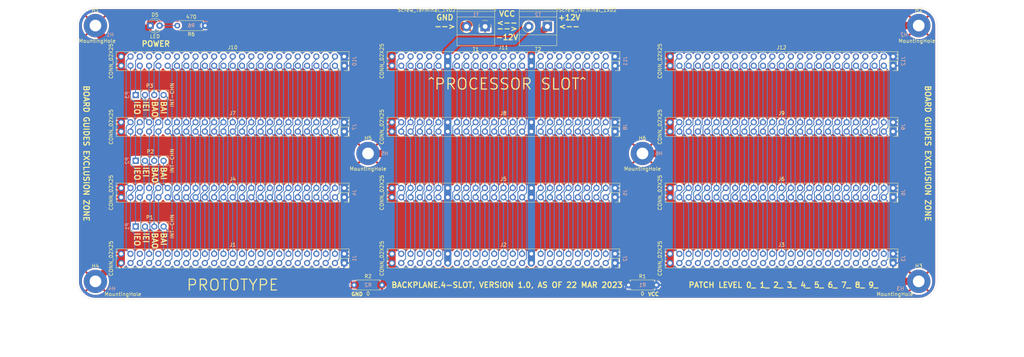
<source format=kicad_pcb>
(kicad_pcb (version 20211014) (generator pcbnew)
  (layers (0 "F.Cu" signal) (31 "B.Cu" signal) (34 "B.Paste" user) (35 "F.Paste" user) (36 "B.SilkS" user "B.Silkscreen") (37 "F.SilkS" user "F.Silkscreen") (38 "B.Mask" user) (39 "F.Mask" user) (44 "Edge.Cuts" user))
  (net 0 "")
  (net 1 "GND")
  (net 2 "VCC")
  (net 3 "/+12V")
  (net 4 "/-12V")
  (net 5 "/~{EIRQ0}")
  (net 6 "/~{IEI-1}")
  (net 7 "/~{EIRQ1}")
  (net 8 "/~{EIRQ2}")
  (net 9 "/~{BAI-1}")
  (net 10 "/~{EIRQ3}")
  (net 11 "/USER0")
  (net 12 "/~{EIRQ4}")
  (net 13 "/USER1")
  (net 14 "/~{EIRQ5}")
  (net 15 "/USER2")
  (net 16 "/~{EIRQ6}")
  (net 17 "/USER3")
  (net 18 "/~{EIRQ7}")
  (net 19 "/USER4")
  (net 20 "/~{RFSH}")
  (net 21 "/USER5")
  (net 22 "/~{HALT}")
  (net 23 "/USER6")
  (net 24 "/~{WAIT}")
  (net 25 "/USER7")
  (net 26 "/~{BUSRQ}")
  (net 27 "/USER8")
  (net 28 "/CRUCLK")
  (net 29 "/~{RES_IN}")
  (net 30 "/~{NMI}")
  (net 31 "/CRUIN")
  (net 32 "/~{INT0}")
  (net 33 "/CRUOUT")
  (net 34 "/CLK")
  (net 35 "/~{RES_OUT}")
  (net 36 "/~{BUSACK}")
  (net 37 "/~{INT1}")
  (net 38 "/~{M1}")
  (net 39 "/~{INT2}")
  (net 40 "/~{MREQ}")
  (net 41 "/PHI")
  (net 42 "/~{IORQ}")
  (net 43 "/ST")
  (net 44 "/~{WR}")
  (net 45 "/E")
  (net 46 "/~{RD}")
  (net 47 "/A0")
  (net 48 "/A1")
  (net 49 "/I2C_SCL")
  (net 50 "/A2")
  (net 51 "/I2C_SDA")
  (net 52 "/A3")
  (net 53 "/~{DREQ0}")
  (net 54 "/A4")
  (net 55 "/~{TEND0}")
  (net 56 "/A5")
  (net 57 "/~{DREQ1}")
  (net 58 "/A6")
  (net 59 "/~{TEND1}")
  (net 60 "/A7")
  (net 61 "/A8")
  (net 62 "/AUXCLK1")
  (net 63 "/A9")
  (net 64 "/AUXCLK2")
  (net 65 "/A10")
  (net 66 "/AUXCLK3")
  (net 67 "/A11")
  (net 68 "/IC0")
  (net 69 "/A12")
  (net 70 "/IC1")
  (net 71 "/A13")
  (net 72 "/IC2")
  (net 73 "/A14")
  (net 74 "/IC3")
  (net 75 "/A15")
  (net 76 "/A24")
  (net 77 "/A16")
  (net 78 "/A25")
  (net 79 "/A17")
  (net 80 "/A26")
  (net 81 "/A18")
  (net 82 "/A27")
  (net 83 "/A19")
  (net 84 "/A28")
  (net 85 "/A20")
  (net 86 "/A29")
  (net 87 "/A21")
  (net 88 "/A30")
  (net 89 "/A22")
  (net 90 "/A31")
  (net 91 "/A23")
  (net 92 "/IPL0")
  (net 93 "/IPL1")
  (net 94 "/S0")
  (net 95 "/IPL2")
  (net 96 "/S1")
  (net 97 "/~{BHE}")
  (net 98 "/S2")
  (net 99 "/~{BUSERR}")
  (net 100 "/LDS")
  (net 101 "/~{VPA}")
  (net 102 "/UDS")
  (net 103 "/~{VMA}")
  (net 104 "/D16")
  (net 105 "/D0")
  (net 106 "/D17")
  (net 107 "/D1")
  (net 108 "/D18")
  (net 109 "/D2")
  (net 110 "/D19")
  (net 111 "/D3")
  (net 112 "/D20")
  (net 113 "/D4")
  (net 114 "/D21")
  (net 115 "/D5")
  (net 116 "/D22")
  (net 117 "/D6")
  (net 118 "/D23")
  (net 119 "/D7")
  (net 120 "/D24")
  (net 121 "/D8")
  (net 122 "/D25")
  (net 123 "/D9")
  (net 124 "/D26")
  (net 125 "/D10")
  (net 126 "/D27")
  (net 127 "/D11")
  (net 128 "/D28")
  (net 129 "/D12")
  (net 130 "/D29")
  (net 131 "/D13")
  (net 132 "/D30")
  (net 133 "/D14")
  (net 134 "/D31")
  (net 135 "/D15")
  (net 136 "/~{IEO-2}")
  (net 137 "/~{IEI-2}")
  (net 138 "/~{BAO-2}")
  (net 139 "/~{BAI-2}")
  (net 140 "/~{IEO-3}")
  (net 141 "/~{IEI-3}")
  (net 142 "/~{BAO-3}")
  (net 143 "/~{BAI-3}")
  (net 144 "Net-(D5-Pad2)")
  (net 145 "/~{IEO-4}")
  (net 146 "/~{BAO-4}")
  (net 147 "/AUXCLK0")
  (footprint "Connector_PinSocket_2.54mm:PinSocket_2x25_P2.54mm_Vertical" (layer "F.Cu") (at 108 220 -90)
    (fp_text reference "J1")
    (fp_text value "CONN_02X25")
  )
  (footprint "Connector_PinSocket_2.54mm:PinSocket_2x25_P2.54mm_Vertical" (layer "F.Cu") (at 258 220 -90)
    (fp_text reference "J3")
    (fp_text value "CONN_02X25")
  )
  (footprint "Connector_PinSocket_2.54mm:PinSocket_2x25_P2.54mm_Vertical" (layer "F.Cu") (at 182 220 -90)
    (fp_text reference "J2")
    (fp_text value "CONN_02X25")
  )
  (footprint "MountingHole:MountingHole_3.2mm_M3_Pad" (layer "F.Cu") (at 40 155)
    (fp_text reference "H1")
    (fp_text value "MountingHole")
  )
  (footprint "MountingHole:MountingHole_3.2mm_M3_Pad" (layer "F.Cu") (at 265 155)
    (fp_text reference "H2")
    (fp_text value "MountingHole")
  )
  (footprint "Connector_PinSocket_2.54mm:PinSocket_2x25_P2.54mm_Vertical" (layer "F.Cu") (at 108 202 -90)
    (fp_text reference "J4")
    (fp_text value "CONN_02X25")
  )
  (footprint "Connector_PinSocket_2.54mm:PinSocket_2x25_P2.54mm_Vertical" (layer "F.Cu") (at 182 202 -90)
    (fp_text reference "J5")
    (fp_text value "CONN_02X25")
  )
  (footprint "Connector_PinSocket_2.54mm:PinSocket_2x25_P2.54mm_Vertical" (layer "F.Cu") (at 258 202 -90)
    (fp_text reference "J6")
    (fp_text value "CONN_02X25")
  )
  (footprint "Connector_PinSocket_2.54mm:PinSocket_2x25_P2.54mm_Vertical" (layer "F.Cu") (at 108 184 -90)
    (fp_text reference "J7")
    (fp_text value "CONN_02X25")
  )
  (footprint "Connector_PinSocket_2.54mm:PinSocket_2x25_P2.54mm_Vertical" (layer "F.Cu") (at 182 184 -90)
    (fp_text reference "J8")
    (fp_text value "CONN_02X25")
  )
  (footprint "Connector_PinSocket_2.54mm:PinSocket_2x25_P2.54mm_Vertical" (layer "F.Cu") (at 258 184 -90)
    (fp_text reference "J9")
    (fp_text value "CONN_02X25")
  )
  (footprint "Connector_PinSocket_2.54mm:PinSocket_2x25_P2.54mm_Vertical" (layer "F.Cu") (at 108 166 -90)
    (fp_text reference "J10")
    (fp_text value "CONN_02X25")
  )
  (footprint "Connector_PinSocket_2.54mm:PinSocket_2x25_P2.54mm_Vertical" (layer "F.Cu") (at 182 166 -90)
    (fp_text reference "J11")
    (fp_text value "CONN_02X25")
  )
  (footprint "Connector_PinSocket_2.54mm:PinSocket_2x25_P2.54mm_Vertical" (layer "F.Cu") (at 258 166 -90)
    (fp_text reference "J12")
    (fp_text value "CONN_02X25")
  )
  (footprint "MountingHole:MountingHole_3.2mm_M3_Pad" (layer "F.Cu") (at 265 225)
    (fp_text reference "H3")
    (fp_text value "MountingHole")
  )
  (footprint "MountingHole:MountingHole_3.2mm_M3_Pad" (layer "F.Cu") (at 40 225)
    (fp_text reference "H4")
    (fp_text value "MountingHole")
  )
  (footprint "Connector_PinHeader_2.54mm:PinHeader_1x04_P2.54mm_Vertical" (layer "F.Cu") (at 51 210 90)
    (fp_text reference "P1")
    (fp_text value "INT-CHN")
  )
  (footprint "Connector_PinHeader_2.54mm:PinHeader_1x04_P2.54mm_Vertical" (layer "F.Cu") (at 51 192 90)
    (fp_text reference "P2")
    (fp_text value "INT-CHN")
  )
  (footprint "Connector_PinHeader_2.54mm:PinHeader_1x04_P2.54mm_Vertical" (layer "F.Cu") (at 51 174 90)
    (fp_text reference "P3")
    (fp_text value "INT-CHN")
  )
  (footprint "LED_THT:LED_D3.0mm" (layer "F.Cu") (at 55 155)
    (fp_text reference "D5")
    (fp_text value "LED")
  )
  (footprint "Resistor_THT:R_Axial_DIN0207_L6.3mm_D2.5mm_P7.62mm_Horizontal" (layer "F.Cu") (at 70 155 180)
    (fp_text reference "R6")
    (fp_text value "470")
  )
  (footprint "TerminalBlock_Phoenix:TerminalBlock_Phoenix_MKDS-1,5-2-5.08_1x02_P5.08mm_Horizontal" (layer "F.Cu") (at 146.5 155.25 180)
    (fp_text reference "T1")
    (fp_text value "Screw_Terminal_1x02")
  )
  (footprint "TerminalBlock_Phoenix:TerminalBlock_Phoenix_MKDS-1,5-2-5.08_1x02_P5.08mm_Horizontal" (layer "F.Cu") (at 163.5 155.25 180)
    (fp_text reference "T2")
    (fp_text value "Screw_Terminal_1x02")
  )
  (footprint "Resistor_THT:R_Axial_DIN0207_L6.3mm_D2.5mm_P7.62mm_Horizontal" (layer "F.Cu") (at 110.69 226)
    (fp_text reference "R2")
    (fp_text value "0")
  )
  (footprint "MountingHole:MountingHole_3.2mm_M3_Pad" (layer "F.Cu") (at 189.5 190)
    (fp_text reference "H6")
    (fp_text value "MountingHole")
  )
  (footprint "MountingHole:MountingHole_3.2mm_M3_Pad" (layer "F.Cu") (at 114.5 190)
    (fp_text reference "H5")
    (fp_text value "MountingHole")
  )
  (footprint "Resistor_THT:R_Axial_DIN0207_L6.3mm_D2.5mm_P7.62mm_Horizontal" (layer "F.Cu") (at 185.69 226)
    (fp_text reference "R1")
    (fp_text value "0")
  )
  (gr_line (start 40 230) (end 265 230) (layer "Edge.Cuts") (width 0.05))
  (gr_line (start 35 155) (end 35 225) (layer "Edge.Cuts") (width 0.05))
  (gr_line (start 265 150) (end 40 150) (layer "Edge.Cuts") (width 0.05))
  (gr_line (start 270 225) (end 270 155) (layer "Edge.Cuts") (width 0.05))
  (gr_arc (start 265 150) (mid 268.535534 151.464466) (end 270 155) (layer "Edge.Cuts") (width 0.05))
  (gr_arc (start 40 230) (mid 36.464466 228.535534) (end 35 225) (layer "Edge.Cuts") (width 0.05))
  (gr_arc (start 35 155) (mid 36.464466 151.464466) (end 40 150) (layer "Edge.Cuts") (width 0.05))
  (gr_arc (start 270 225) (mid 268.535534 228.535534) (end 265 230) (layer "Edge.Cuts") (width 0.05))
  (gr_text "BAI\nBAO\nIEI\nIEO" (at 55 175.5 270) (layer "F.SilkS") (effects (font (size 1.5 1.5) (thickness 0.3)) (justify left)))
  (gr_text "BAI\nBAO\nIEI\nIEO" (at 55 193.5 270) (layer "F.SilkS") (effects (font (size 1.5 1.5) (thickness 0.3)) (justify left)))
  (gr_text "BAI\nBAO\nIEI\nIEO" (at 55 211.5 270) (layer "F.SilkS") (effects (font (size 1.5 1.5) (thickness 0.3)) (justify left)))
  (gr_text "BACKPLANE.4-SLOT, VERSION 1.0, AS OF 22 MAR 2023" (at 152.5 226) (layer "F.SilkS") (effects (font (size 1.5 1.5) (thickness 0.3))))
  (gr_text "BOARD GUIDES EXCLUSION ZONE" (at 267.5 190 270) (layer "F.SilkS") (effects (font (size 1.5 1.5) (thickness 0.3))))
  (gr_text "POWER" (at 56.5 160) (layer "F.SilkS") (effects (font (size 1.5 1.5) (thickness 0.3))))
  (gr_text "VCC" (at 192.5 228.5) (layer "F.SilkS") (effects (font (size 1 1) (thickness 0.25))))
  (gr_text "+12V\n<--" (at 169.5 154) (layer "F.SilkS") (effects (font (size 1.5 1.5) (thickness 0.3))))
  (gr_text "^PROCESSOR SLOT^" (at 152.5 171) (layer "F.SilkS") (effects (font (size 3 3) (thickness 0.3))))
  (gr_text "GND\n-->" (at 135.5 154) (layer "F.SilkS") (effects (font (size 1.5 1.5) (thickness 0.3))))
  (gr_text "PROTOTYPE" (at 77.5 226) (layer "F.SilkS") (effects (font (size 3 3) (thickness 0.3))))
  (gr_text "-->\n-12V" (at 152.5 157) (layer "F.SilkS") (effects (font (size 1.5 1.5) (thickness 0.3))))
  (gr_text "GND" (at 111.5 228.5) (layer "F.SilkS") (effects (font (size 1 1) (thickness 0.25))))
  (gr_text "BOARD GUIDES EXCLUSION ZONE" (at 37.5 190 270) (layer "F.SilkS") (effects (font (size 1.5 1.5) (thickness 0.3))))
  (gr_text "VCC\n<--" (at 152.5 153) (layer "F.SilkS") (effects (font (size 1.5 1.5) (thickness 0.3))))
  (gr_text "PATCH LEVEL 0_ 1_ 2_ 3_ 4_ 5_ 6_ 7_ 8_ 9_" (at 228 226) (layer "F.SilkS") (effects (font (size 1.5 1.5) (thickness 0.3))))
  (segment (start 141.42 155.25) (end 128.047919 155.25) (width 2) (layer "F.Cu") (net 1))
  (segment (start 121.04 223.27) (end 118.31 226) (width 2) (layer "F.Cu") (net 1))
  (segment (start 47.04 181.46) (end 47.04 184) (width 2) (layer "F.Cu") (net 1))
  (segment (start 197.04 221.202081) (end 200.837919 225) (width 2) (layer "F.Cu") (net 1))
  (segment (start 40 155) (end 40 156.42) (width 2) (layer "F.Cu") (net 1))
  (segment (start 121.04 166) (end 121.04 181.42) (width 2) (layer "F.Cu") (net 1))
  (segment (start 110.69 226) (end 118.31 226) (width 2) (layer "F.Cu") (net 1))
  (segment (start 197.04 181.22) (end 197.04 166) (width 2) (layer "F.Cu") (net 1))
  (segment (start 55 155) (end 47.04 162.96) (width 2) (layer "F.Cu") (net 1))
  (segment (start 197.04 220) (end 197.04 221.202081) (width 2) (layer "F.Cu") (net 1))
  (segment (start 121.04 202) (end 121.04 217.46) (width 2) (layer "F.Cu") (net 1))
  (segment (start 189.5 190) (end 197 190) (width 2) (layer "F.Cu") (net 1))
  (segment (start 47.04 202) (end 47.04 217.46) (width 2) (layer "F.Cu") (net 1))
  (segment (start 47.04 220) (end 45 220) (width 2) (layer "F.Cu") (net 1))
  (segment (start 45 220) (end 40 225) (width 2) (layer "F.Cu") (net 1))
  (segment (start 47.04 162.96) (end 47.04 163.46) (width 2) (layer "F.Cu") (net 1))
  (segment (start 121.04 181.42) (end 121.04 184) (width 2) (layer "F.Cu") (net 1))
  (segment (start 121.04 163.46) (end 121.04 166) (width 2) (layer "F.Cu") (net 1))
  (segment (start 47.04 163.46) (end 47.04 166) (width 2) (layer "F.Cu") (net 1))
  (segment (start 121.04 190.54) (end 121.04 199.46) (width 2) (layer "F.Cu") (net 1))
  (segment (start 47.04 166) (end 47.04 181.46) (width 2) (layer "F.Cu") (net 1))
  (segment (start 121.04 199.46) (end 121.04 202) (width 2) (layer "F.Cu") (net 1))
  (segment (start 40 156.42) (end 47.04 163.46) (width 2) (layer "F.Cu") (net 1))
  (segment (start 141.42 155.25) (end 143.920001 152.749999) (width 2) (layer "F.Cu") (net 1))
  (segment (start 47.04 184) (end 47.04 199.46) (width 2) (layer "F.Cu") (net 1))
  (segment (start 197.04 199.46) (end 197.04 189.96) (width 2) (layer "F.Cu") (net 1))
  (segment (start 197.04 166) (end 197.04 163.46) (width 2) (layer "F.Cu") (net 1))
  (segment (start 55 154.431998) (end 55 155) (width 2) (layer "F.Cu") (net 1))
  (segment (start 121.04 217.46) (end 121.04 220) (width 2) (layer "F.Cu") (net 1))
  (segment (start 197.04 189.96) (end 197.04 184) (width 2) (layer "F.Cu") (net 1))
  (segment (start 197.04 163.46) (end 197.04 162.257919) (width 2) (layer "F.Cu") (net 1))
  (segment (start 120.5 190) (end 121.04 190.54) (width 2) (layer "F.Cu") (net 1))
  (segment (start 197.04 202) (end 197.04 199.46) (width 2) (layer "F.Cu") (net 1))
  (segment (start 128.047919 155.25) (end 121.04 162.257919) (width 2) (layer "F.Cu") (net 1))
  (segment (start 143.920001 152.749999) (end 186.329999 152.749999) (width 2) (layer "F.Cu") (net 1))
  (segment (start 114.5 190) (end 120.5 190) (width 2) (layer "F.Cu") (net 1))
  (segment (start 47.04 217.46) (end 47.04 220) (width 2) (layer "F.Cu") (net 1))
  (segment (start 197.04 220) (end 197.04 217.46) (width 2) (layer "F.Cu") (net 1))
  (segment (start 121.04 220) (end 121.04 223.27) (width 2) (layer "F.Cu") (net 1))
  (segment (start 56.531999 152.899999) (end 55 154.431998) (width 2) (layer "F.Cu") (net 1))
  (segment (start 47.04 202) (end 47.04 199.46) (width 2) (layer "F.Cu") (net 1))
  (segment (start 121.04 162.257919) (end 121.04 163.46) (width 2) (layer "F.Cu") (net 1))
  (segment (start 197.04 184) (end 197.04 181.22) (width 2) (layer "F.Cu") (net 1))
  (segment (start 186.329999 152.749999) (end 197.04 163.46) (width 2) (layer "F.Cu") (net 1))
  (segment (start 197.04 162.257919) (end 204.297919 155) (width 2) (layer "F.Cu") (net 1))
  (segment (start 197 190) (end 197.04 189.96) (width 2) (layer "F.Cu") (net 1))
  (segment (start 204.297919 155) (end 265 155) (width 2) (layer "F.Cu") (net 1))
  (segment (start 121.04 163.46) (end 110.479999 152.899999) (width 2) (layer "F.Cu") (net 1))
  (segment (start 197.04 217.46) (end 197.04 202) (width 2) (layer "F.Cu") (net 1))
  (segment (start 110.479999 152.899999) (end 56.531999 152.899999) (width 2) (layer "F.Cu") (net 1))
  (segment (start 121.04 184) (end 121.04 190.54) (width 2) (layer "F.Cu") (net 1))
  (segment (start 200.837919 225) (end 265 225) (width 2) (layer "F.Cu") (net 1))
  (segment (start 258 163.46) (end 258 162.965998) (width 2) (layer "B.Cu") (net 2))
  (segment (start 182 184) (end 182 181.46) (width 2) (layer "B.Cu") (net 2))
  (segment (start 100.034002 155) (end 108 162.965998) (width 2) (layer "B.Cu") (net 2))
  (segment (start 146.5 155.25) (end 149.000001 152.749999) (width 2) (layer "B.Cu") (net 2))
  (segment (start 172.49208 152.749999) (end 182 162.257919) (width 2) (layer "B.Cu") (net 2))
  (segment (start 146.5 155.25) (end 143.999999 152.749999) (width 2) (layer "B.Cu") (net 2))
  (segment (start 149.000001 152.749999) (end 172.49208 152.749999) (width 2) (layer "B.Cu") (net 2))
  (segment (start 182 199.46) (end 182 184) (width 2) (layer "B.Cu") (net 2))
  (segment (start 182 162.257919) (end 182 163.46) (width 2) (layer "B.Cu") (net 2))
  (segment (start 182 220) (end 182 222.31) (width 2) (layer "B.Cu") (net 2))
  (segment (start 182 217.46) (end 182 202) (width 2) (layer "B.Cu") (net 2))
  (segment (start 184.050001 161.409999) (end 256.444001 161.409999) (width 2) (layer "B.Cu") (net 2))
  (segment (start 70 155) (end 100.034002 155) (width 2) (layer "B.Cu") (net 2))
  (segment (start 108 199.46) (end 108 181.46) (width 2) (layer "B.Cu") (net 2))
  (segment (start 258 181.46) (end 258 184) (width 2) (layer "B.Cu") (net 2))
  (segment (start 108 181.46) (end 108 163.46) (width 2) (layer "B.Cu") (net 2))
  (segment (start 182 163.46) (end 184.050001 161.409999) (width 2) (layer "B.Cu") (net 2))
  (segment (start 185.69 226) (end 193.31 226) (width 2) (layer "B.Cu") (net 2))
  (segment (start 182 181.46) (end 182 166) (width 2) (layer "B.Cu") (net 2))
  (segment (start 182 222.31) (end 185.69 226) (width 2) (layer "B.Cu") (net 2))
  (segment (start 182 220) (end 182 217.46) (width 2) (layer "B.Cu") (net 2))
  (segment (start 108 220) (end 108 217.46) (width 2) (layer "B.Cu") (net 2))
  (segment (start 258 163.46) (end 258 166) (width 2) (layer "B.Cu") (net 2))
  (segment (start 258 166) (end 258 181.46) (width 2) (layer "B.Cu") (net 2))
  (segment (start 143.999999 152.749999) (end 118.710001 152.749999) (width 2) (layer "B.Cu") (net 2))
  (segment (start 118.710001 152.749999) (end 108 163.46) (width 2) (layer "B.Cu") (net 2))
  (segment (start 182 202) (end 182 199.46) (width 2) (layer "B.Cu") (net 2))
  (segment (start 108 217.46) (end 108 199.46) (width 2) (layer "B.Cu") (net 2))
  (segment (start 258 199.46) (end 258 202) (width 2) (layer "B.Cu") (net 2))
  (segment (start 182 166) (end 182 163.46) (width 2) (layer "B.Cu") (net 2))
  (segment (start 258 162.965998) (end 256.444001 161.409999) (width 2) (layer "B.Cu") (net 2))
  (segment (start 258 184) (end 258 199.46) (width 2) (layer "B.Cu") (net 2))
  (segment (start 258 202) (end 258 220) (width 2) (layer "B.Cu") (net 2))
  (segment (start 108 162.965998) (end 108 163.46) (width 2) (layer "B.Cu") (net 2))
  (segment (start 163.5 155.25) (end 159.14 159.61) (width 2) (layer "F.Cu") (net 3))
  (segment (start 159.14 159.61) (end 159.14 163.46) (width 2) (layer "F.Cu") (net 3))
  (segment (start 159.14 199.46) (end 159.14 202) (width 2) (layer "B.Cu") (net 3))
  (segment (start 159.14 163.46) (end 159.14 166) (width 2) (layer "B.Cu") (net 3))
  (segment (start 159.14 181.46) (end 159.14 184) (width 2) (layer "B.Cu") (net 3))
  (segment (start 159.14 184) (end 159.14 199.46) (width 2) (layer "B.Cu") (net 3))
  (segment (start 159.14 166) (end 159.14 181.46) (width 2) (layer "B.Cu") (net 3))
  (segment (start 159.14 202) (end 159.14 217.46) (width 2) (layer "B.Cu") (net 3))
  (segment (start 159.14 217.46) (end 159.14 220) (width 2) (layer "B.Cu") (net 3))
  (segment (start 136.28 199.46) (end 136.28 202.020011) (width 2) (layer "B.Cu") (net 4))
  (segment (start 136.28 217.46) (end 136.28 220) (width 2) (layer "B.Cu") (net 4))
  (segment (start 136.28 181.46) (end 136.28 184) (width 2) (layer "B.Cu") (net 4))
  (segment (start 136.28 163.46) (end 136.28 162.257919) (width 2) (layer "B.Cu") (net 4))
  (segment (start 155.919999 157.750001) (end 158.42 155.25) (width 2) (layer "B.Cu") (net 4))
  (segment (start 136.28 202) (end 136.28 217.46) (width 2) (layer "B.Cu") (net 4))
  (segment (start 139.268959 159.268959) (end 154.401041 159.268959) (width 2) (layer "B.Cu") (net 4))
  (segment (start 136.28 202.020011) (end 136.28 202) (width 2) (layer "B.Cu") (net 4))
  (segment (start 136.28 162.257919) (end 139.268959 159.268959) (width 2) (layer "B.Cu") (net 4))
  (segment (start 136.28 163.46) (end 136.28 166) (width 2) (layer "B.Cu") (net 4))
  (segment (start 136.28 184) (end 136.28 199.46) (width 2) (layer "B.Cu") (net 4))
  (segment (start 136.28 166) (end 136.28 181.46) (width 2) (layer "B.Cu") (net 4))
  (segment (start 154.401041 159.268959) (end 155.919999 157.750001) (width 2) (layer "B.Cu") (net 4))
  (segment (start 52.364999 166.244999) (end 52.12 166) (width 0.25) (layer "B.Cu") (net 5))
  (segment (start 52.12 202) (end 53.295001 200.824999) (width 0.25) (layer "B.Cu") (net 5))
  (segment (start 52.364999 184.244999) (end 52.12 184) (width 0.25) (layer "B.Cu") (net 5))
  (segment (start 52.364999 174.564001) (end 52.364999 166.244999) (width 0.25) (layer "B.Cu") (net 5))
  (segment (start 53.295001 200.824999) (end 53.295001 193.494003) (width 0.25) (layer "B.Cu") (net 5))
  (segment (start 52.12 184) (end 53.295001 182.824999) (width 0.25) (layer "B.Cu") (net 5))
  (segment (start 52.364999 210.564001) (end 52.364999 202.244999) (width 0.25) (layer "B.Cu") (net 5))
  (segment (start 52.12 220) (end 53.484999 218.635001) (width 0.25) (layer "B.Cu") (net 5))
  (segment (start 52.364999 202.244999) (end 52.12 202) (width 0.25) (layer "B.Cu") (net 5))
  (segment (start 53.484999 218.635001) (end 53.484999 211.684001) (width 0.25) (layer "B.Cu") (net 5))
  (segment (start 52.364999 192.564001) (end 52.364999 184.244999) (width 0.25) (layer "B.Cu") (net 5))
  (segment (start 53.295001 193.494003) (end 52.364999 192.564001) (width 0.25) (layer "B.Cu") (net 5))
  (segment (start 53.295001 175.494003) (end 52.364999 174.564001) (width 0.25) (layer "B.Cu") (net 5))
  (segment (start 53.484999 211.684001) (end 52.364999 210.564001) (width 0.25) (layer "B.Cu") (net 5))
  (segment (start 53.295001 182.824999) (end 53.295001 175.494003) (width 0.25) (layer "B.Cu") (net 5))
  (segment (start 53.54 210) (end 54.66 211.12) (width 0.25) (layer "B.Cu") (net 6))
  (segment (start 54.66 211.12) (end 54.66 217.46) (width 0.25) (layer "B.Cu") (net 6))
  (segment (start 54.66 183.36359) (end 54.66 184) (width 0.25) (layer "B.Cu") (net 7))
  (segment (start 55.835001 180.895999) (end 55.835001 182.188589) (width 0.25) (layer "B.Cu") (net 7))
  (segment (start 54.715001 192.538591) (end 55.895999 193.719589) (width 0.25) (layer "B.Cu") (net 7))
  (segment (start 54.715001 179.775999) (end 55.835001 180.895999) (width 0.25) (layer "B.Cu") (net 7))
  (segment (start 55.509999 201.150001) (end 54.66 202) (width 0.25) (layer "B.Cu") (net 7))
  (segment (start 54.904999 210.564001) (end 54.904999 202.244999) (width 0.25) (layer "B.Cu") (net 7))
  (segment (start 54.715001 173.435999) (end 54.715001 179.775999) (width 0.25) (layer "B.Cu") (net 7))
  (segment (start 54.904999 202.244999) (end 54.66 202) (width 0.25) (layer "B.Cu") (net 7))
  (segment (start 55.835001 218.824999) (end 55.835001 211.494003) (width 0.25) (layer "B.Cu") (net 7))
  (segment (start 55.509999 200.349003) (end 55.509999 201.150001) (width 0.25) (layer "B.Cu") (net 7))
  (segment (start 55.895999 193.719589) (end 55.895999 199.963003) (width 0.25) (layer "B.Cu") (net 7))
  (segment (start 54.66 184) (end 54.715001 184.055001) (width 0.25) (layer "B.Cu") (net 7))
  (segment (start 55.835001 182.188589) (end 54.66 183.36359) (width 0.25) (layer "B.Cu") (net 7))
  (segment (start 54.715001 184.055001) (end 54.715001 192.538591) (width 0.25) (layer "B.Cu") (net 7))
  (segment (start 54.66 166) (end 54.66 173.380998) (width 0.25) (layer "B.Cu") (net 7))
  (segment (start 54.66 173.380998) (end 54.715001 173.435999) (width 0.25) (layer "B.Cu") (net 7))
  (segment (start 55.835001 211.494003) (end 54.904999 210.564001) (width 0.25) (layer "B.Cu") (net 7))
  (segment (start 55.895999 199.963003) (end 55.509999 200.349003) (width 0.25) (layer "B.Cu") (net 7))
  (segment (start 54.66 220) (end 55.835001 218.824999) (width 0.25) (layer "B.Cu") (net 7))
  (segment (start 58.564999 211.684001) (end 57.255001 210.374003) (width 0.25) (layer "B.Cu") (net 8))
  (segment (start 58.564999 218.635001) (end 58.564999 211.684001) (width 0.25) (layer "B.Cu") (net 8))
  (segment (start 57.255001 184.055001) (end 57.255001 197.775999) (width 0.25) (layer "B.Cu") (net 8))
  (segment (start 57.444999 166.244999) (end 57.444999 179.965997) (width 0.25) (layer "B.Cu") (net 8))
  (segment (start 58.375001 200.824999) (end 57.2 202) (width 0.25) (layer "B.Cu") (net 8))
  (segment (start 57.255001 210.374003) (end 57.255001 202.055001) (width 0.25) (layer "B.Cu") (net 8))
  (segment (start 57.444999 179.965997) (end 58.375001 180.895999) (width 0.25) (layer "B.Cu") (net 8))
  (segment (start 57.255001 202.055001) (end 57.2 202) (width 0.25) (layer "B.Cu") (net 8))
  (segment (start 58.375001 180.895999) (end 58.375001 182.824999) (width 0.25) (layer "B.Cu") (net 8))
  (segment (start 58.375001 182.824999) (end 57.2 184) (width 0.25) (layer "B.Cu") (net 8))
  (segment (start 57.2 220) (end 58.564999 218.635001) (width 0.25) (layer "B.Cu") (net 8))
  (segment (start 57.255001 197.775999) (end 58.375001 198.895999) (width 0.25) (layer "B.Cu") (net 8))
  (segment (start 57.2 184) (end 57.255001 184.055001) (width 0.25) (layer "B.Cu") (net 8))
  (segment (start 57.2 166) (end 57.444999 166.244999) (width 0.25) (layer "B.Cu") (net 8))
  (segment (start 58.375001 198.895999) (end 58.375001 200.824999) (width 0.25) (layer "B.Cu") (net 8))
  (segment (start 59.74 211.12) (end 59.74 217.46) (width 0.25) (layer "B.Cu") (net 9))
  (segment (start 58.62 210) (end 59.74 211.12) (width 0.25) (layer "B.Cu") (net 9))
  (segment (start 60.915001 167.175001) (end 59.74 166) (width 0.25) (layer "B.Cu") (net 10))
  (segment (start 60.915001 185.051411) (end 59.86359 184) (width 0.25) (layer "B.Cu") (net 10))
  (segment (start 59.74 220) (end 60.915001 218.824999) (width 0.25) (layer "B.Cu") (net 10))
  (segment (start 59.86359 184) (end 59.74 184) (width 0.25) (layer "B.Cu") (net 10))
  (segment (start 60.654989 200.284013) (end 60.915001 200.024001) (width 0.25) (layer "B.Cu") (net 10))
  (segment (start 59.74 183.199002) (end 60.915001 182.024001) (width 0.25) (layer "B.Cu") (net 10))
  (segment (start 60.915001 218.824999) (end 60.915001 203.175001) (width 0.25) (layer "B.Cu") (net 10))
  (segment (start 60.915001 200.024001) (end 60.915001 185.051411) (width 0.25) (layer "B.Cu") (net 10))
  (segment (start 60.5 202) (end 60.654989 201.845011) (width 0.25) (layer "B.Cu") (net 10))
  (segment (start 60.915001 203.175001) (end 59.74 202) (width 0.25) (layer "B.Cu") (net 10))
  (segment (start 60.915001 182.024001) (end 60.915001 167.175001) (width 0.25) (layer "B.Cu") (net 10))
  (segment (start 60.654989 201.845011) (end 60.654989 200.284013) (width 0.25) (layer "B.Cu") (net 10))
  (segment (start 59.74 184) (end 59.74 183.199002) (width 0.25) (layer "B.Cu") (net 10))
  (segment (start 59.74 202) (end 60.5 202) (width 0.25) (layer "B.Cu") (net 10))
  (segment (start 61.104999 184.604999) (end 61.104999 182.635001) (width 0.25) (layer "B.Cu") (net 11))
  (segment (start 61 165.540998) (end 62.28 164.260998) (width 0.25) (layer "B.Cu") (net 11))
  (segment (start 61.104999 202.564001) (end 61.104999 200.635001) (width 0.25) (layer "B.Cu") (net 11))
  (segment (start 61.104999 200.635001) (end 62.28 199.46) (width 0.25) (layer "B.Cu") (net 11))
  (segment (start 62.28 199.46) (end 62.28 185.78) (width 0.25) (layer "B.Cu") (net 11))
  (segment (start 62.28 217.46) (end 62.28 203.739002) (width 0.25) (layer "B.Cu") (net 11))
  (segment (start 62.28 185.78) (end 61.104999 184.604999) (width 0.25) (layer "B.Cu") (net 11))
  (segment (start 62.28 181.46) (end 62.28 167.739002) (width 0.25) (layer "B.Cu") (net 11))
  (segment (start 61 166.459002) (end 61 165.540998) (width 0.25) (layer "B.Cu") (net 11))
  (segment (start 61.104999 182.635001) (end 62.28 181.46) (width 0.25) (layer "B.Cu") (net 11))
  (segment (start 62.28 167.739002) (end 61 166.459002) (width 0.25) (layer "B.Cu") (net 11))
  (segment (start 62.28 203.739002) (end 61.104999 202.564001) (width 0.25) (layer "B.Cu") (net 11))
  (segment (start 62.28 202) (end 62.28 201.199002) (width 0.25) (layer "B.Cu") (net 12))
  (segment (start 62.28 201.199002) (end 63.455001 200.024001) (width 0.25) (layer "B.Cu") (net 12))
  (segment (start 63.644999 218.635001) (end 63.644999 203.364999) (width 0.25) (layer "B.Cu") (net 12))
  (segment (start 63.644999 181.834003) (end 63.644999 167.364999) (width 0.25) (layer "B.Cu") (net 12))
  (segment (start 62.28 184) (end 62.28 183.199002) (width 0.25) (layer "B.Cu") (net 12))
  (segment (start 63.644999 203.364999) (end 62.28 202) (width 0.25) (layer "B.Cu") (net 12))
  (segment (start 63.644999 167.364999) (end 62.28 166) (width 0.25) (layer "B.Cu") (net 12))
  (segment (start 62.28 183.199002) (end 63.644999 181.834003) (width 0.25) (layer "B.Cu") (net 12))
  (segment (start 63.455001 200.024001) (end 63.455001 185.010413) (width 0.25) (layer "B.Cu") (net 12))
  (segment (start 62.28 220) (end 63.644999 218.635001) (width 0.25) (layer "B.Cu") (net 12))
  (segment (start 63.455001 185.010413) (end 62.444588 184) (width 0.25) (layer "B.Cu") (net 12))
  (segment (start 62.444588 184) (end 62.28 184) (width 0.25) (layer "B.Cu") (net 12))
  (segment (start 64.82 199.46) (end 64.82 185.739002) (width 0.25) (layer "B.Cu") (net 13))
  (segment (start 63.644999 182.635001) (end 64.82 181.46) (width 0.25) (layer "B.Cu") (net 13))
  (segment (start 64.82 217.46) (end 64.82 203.739002) (width 0.25) (layer "B.Cu") (net 13))
  (segment (start 64.82 181.46) (end 64.82 167.739002) (width 0.25) (layer "B.Cu") (net 13))
  (segment (start 63.644999 202.564001) (end 63.644999 200.635001) (width 0.25) (layer "B.Cu") (net 13))
  (segment (start 64.82 167.739002) (end 63.644999 166.564001) (width 0.25) (layer "B.Cu") (net 13))
  (segment (start 63.644999 166.564001) (end 63.644999 165.271411) (width 0.25) (layer "B.Cu") (net 13))
  (segment (start 64.82 203.739002) (end 63.644999 202.564001) (width 0.25) (layer "B.Cu") (net 13))
  (segment (start 63.644999 200.635001) (end 64.82 199.46) (width 0.25) (layer "B.Cu") (net 13))
  (segment (start 63.644999 184.564001) (end 63.644999 182.635001) (width 0.25) (layer "B.Cu") (net 13))
  (segment (start 63.644999 165.271411) (end 64.82 164.09641) (width 0.25) (layer "B.Cu") (net 13))
  (segment (start 64.82 185.739002) (end 63.644999 184.564001) (width 0.25) (layer "B.Cu") (net 13))
  (segment (start 64.82 184) (end 64.82 183.199002) (width 0.25) (layer "B.Cu") (net 14))
  (segment (start 65.995001 218.824999) (end 65.995001 203.175001) (width 0.25) (layer "B.Cu") (net 14))
  (segment (start 64.82 220) (end 65.995001 218.824999) (width 0.25) (layer "B.Cu") (net 14))
  (segment (start 65.995001 167.175001) (end 64.82 166) (width 0.25) (layer "B.Cu") (net 14))
  (segment (start 65.995001 182.024001) (end 65.995001 167.175001) (width 0.25) (layer "B.Cu") (net 14))
  (segment (start 64.82 183.199002) (end 65.995001 182.024001) (width 0.25) (layer "B.Cu") (net 14))
  (segment (start 65.995001 203.175001) (end 64.82 202) (width 0.25) (layer "B.Cu") (net 14))
  (segment (start 64.82 202) (end 66 200.82) (width 0.25) (layer "B.Cu") (net 14))
  (segment (start 66 185.18) (end 64.82 184) (width 0.25) (layer "B.Cu") (net 14))
  (segment (start 66 200.82) (end 66 185.18) (width 0.25) (layer "B.Cu") (net 14))
  (segment (start 67.36 217.46) (end 67.36 203.739002) (width 0.25) (layer "B.Cu") (net 15))
  (segment (start 67.36 199.46) (end 67.36 185.86) (width 0.25) (layer "B.Cu") (net 15))
  (segment (start 67.36 181.46) (end 67.36 167.739002) (width 0.25) (layer "B.Cu") (net 15))
  (segment (start 66.184999 165.435999) (end 67.36 164.260998) (width 0.25) (layer "B.Cu") (net 15))
  (segment (start 66 201.620998) (end 67.36 200.260998) (width 0.25) (layer "B.Cu") (net 15))
  (segment (start 67.36 200.260998) (end 67.36 199.46) (width 0.25) (layer "B.Cu") (net 15))
  (segment (start 66.184999 166.564001) (end 66.184999 165.435999) (width 0.25) (layer "B.Cu") (net 15))
  (segment (start 67.36 203.739002) (end 66 202.379002) (width 0.25) (layer "B.Cu") (net 15))
  (segment (start 66 202.379002) (end 66 201.620998) (width 0.25) (layer "B.Cu") (net 15))
  (segment (start 67.36 167.739002) (end 66.184999 166.564001) (width 0.25) (layer "B.Cu") (net 15))
  (segment (start 66.184999 184.684999) (end 66.184999 182.635001) (width 0.25) (layer "B.Cu") (net 15))
  (segment (start 67.36 185.86) (end 66.184999 184.684999) (width 0.25) (layer "B.Cu") (net 15))
  (segment (start 66.184999 182.635001) (end 67.36 181.46) (width 0.25) (layer "B.Cu") (net 15))
  (segment (start 67.36 202) (end 68.535001 200.824999) (width 0.25) (layer "B.Cu") (net 16))
  (segment (start 67.36 184) (end 67.36 183.199002) (width 0.25) (layer "B.Cu") (net 16))
  (segment (start 68.535001 200.824999) (end 68.535001 185.175001) (width 0.25) (layer "B.Cu") (net 16))
  (segment (start 68.535001 182.024001) (end 68.535001 167.175001) (width 0.25) (layer "B.Cu") (net 16))
  (segment (start 68.535001 185.175001) (end 67.36 184) (width 0.25) (layer "B.Cu") (net 16))
  (segment (start 67.36 220) (end 68.724999 218.635001) (width 0.25) (layer "B.Cu") (net 16))
  (segment (start 68.535001 167.175001) (end 67.36 166) (width 0.25) (layer "B.Cu") (net 16))
  (segment (start 67.36 183.199002) (end 68.535001 182.024001) (width 0.25) (layer "B.Cu") (net 16))
  (segment (start 68.724999 203.364999) (end 67.36 202) (width 0.25) (layer "B.Cu") (net 16))
  (segment (start 68.724999 218.635001) (end 68.724999 203.364999) (width 0.25) (layer "B.Cu") (net 16))
  (segment (start 69.9 217.46) (end 69.9 203.739002) (width 0.25) (layer "B.Cu") (net 17))
  (segment (start 68.724999 165.271411) (end 69.9 164.09641) (width 0.25) (layer "B.Cu") (net 17))
  (segment (start 68.724999 182.635001) (end 69.9 181.46) (width 0.25) (layer "B.Cu") (net 17))
  (segment (start 69.9 185.9) (end 68.724999 184.724999) (width 0.25) (layer "B.Cu") (net 17))
  (segment (start 69.9 167.739002) (end 68.724999 166.564001) (width 0.25) (layer "B.Cu") (net 17))
  (segment (start 69.9 200.09641) (end 69.9 199.46) (width 0.25) (layer "B.Cu") (net 17))
  (segment (start 68.724999 201.271411) (end 69.9 200.09641) (width 0.25) (layer "B.Cu") (net 17))
  (segment (start 68.724999 166.564001) (end 68.724999 165.271411) (width 0.25) (layer "B.Cu") (net 17))
  (segment (start 69.9 181.46) (end 69.9 167.739002) (width 0.25) (layer "B.Cu") (net 17))
  (segment (start 68.724999 202.564001) (end 68.724999 201.271411) (width 0.25) (layer "B.Cu") (net 17))
  (segment (start 69.9 199.46) (end 69.9 185.9) (width 0.25) (layer "B.Cu") (net 17))
  (segment (start 69.9 203.739002) (end 68.724999 202.564001) (width 0.25) (layer "B.Cu") (net 17))
  (segment (start 68.724999 184.724999) (end 68.724999 182.635001) (width 0.25) (layer "B.Cu") (net 17))
  (segment (start 71.075001 218.824999) (end 71.075001 203.175001) (width 0.25) (layer "B.Cu") (net 18))
  (segment (start 69.9 184) (end 69.9 183.199002) (width 0.25) (layer "B.Cu") (net 18))
  (segment (start 69.9 201.199002) (end 71.075001 200.024001) (width 0.25) (layer "B.Cu") (net 18))
  (segment (start 71.075001 185.175001) (end 69.9 184) (width 0.25) (layer "B.Cu") (net 18))
  (segment (start 71.075001 203.175001) (end 69.9 202) (width 0.25) (layer "B.Cu") (net 18))
  (segment (start 69.9 220) (end 71.075001 218.824999) (width 0.25) (layer "B.Cu") (net 18))
  (segment (start 69.9 202) (end 69.9 201.199002) (width 0.25) (layer "B.Cu") (net 18))
  (segment (start 71.264999 181.834003) (end 71.264999 167.364999) (width 0.25) (layer "B.Cu") (net 18))
  (segment (start 69.9 183.199002) (end 71.264999 181.834003) (width 0.25) (layer "B.Cu") (net 18))
  (segment (start 71.264999 167.364999) (end 69.9 166) (width 0.25) (layer "B.Cu") (net 18))
  (segment (start 71.075001 200.024001) (end 71.075001 185.175001) (width 0.25) (layer "B.Cu") (net 18))
  (segment (start 72.44 185.739002) (end 71.264999 184.564001) (width 0.25) (layer "B.Cu") (net 19))
  (segment (start 71.264999 165.435999) (end 72.44 164.260998) (width 0.25) (layer "B.Cu") (net 19))
  (segment (start 71.075001 202.374003) (end 71.075001 200.824999) (width 0.25) (layer "B.Cu") (net 19))
  (segment (start 72.44 181.46) (end 72.44 167.739002) (width 0.25) (layer "B.Cu") (net 19))
  (segment (start 71.264999 166.564001) (end 71.264999 165.435999) (width 0.25) (layer "B.Cu") (net 19))
  (segment (start 72.44 217.46) (end 72.44 203.739002) (width 0.25) (layer "B.Cu") (net 19))
  (segment (start 71.075001 200.824999) (end 72.44 199.46) (width 0.25) (layer "B.Cu") (net 19))
  (segment (start 71.264999 184.564001) (end 71.264999 182.635001) (width 0.25) (layer "B.Cu") (net 19))
  (segment (start 72.44 203.739002) (end 71.075001 202.374003) (width 0.25) (layer "B.Cu") (net 19))
  (segment (start 71.264999 182.635001) (end 72.44 181.46) (width 0.25) (layer "B.Cu") (net 19))
  (segment (start 72.44 167.739002) (end 71.264999 166.564001) (width 0.25) (layer "B.Cu") (net 19))
  (segment (start 72.44 199.46) (end 72.44 185.739002) (width 0.25) (layer "B.Cu") (net 19))
  (segment (start 73.615001 218.824999) (end 73.615001 203.175001) (width 0.25) (layer "B.Cu") (net 20))
  (segment (start 72.44 201.199002) (end 73.804999 199.834003) (width 0.25) (layer "B.Cu") (net 20))
  (segment (start 73.804999 181.834003) (end 73.804999 167.364999) (width 0.25) (layer "B.Cu") (net 20))
  (segment (start 72.44 220) (end 73.615001 218.824999) (width 0.25) (layer "B.Cu") (net 20))
  (segment (start 72.44 202) (end 72.44 201.199002) (width 0.25) (layer "B.Cu") (net 20))
  (segment (start 73.804999 167.364999) (end 72.44 166) (width 0.25) (layer "B.Cu") (net 20))
  (segment (start 73.804999 185.364999) (end 72.44 184) (width 0.25) (layer "B.Cu") (net 20))
  (segment (start 72.44 184) (end 72.44 183.199002) (width 0.25) (layer "B.Cu") (net 20))
  (segment (start 73.804999 199.834003) (end 73.804999 185.364999) (width 0.25) (layer "B.Cu") (net 20))
  (segment (start 73.615001 203.175001) (end 72.44 202) (width 0.25) (layer "B.Cu") (net 20))
  (segment (start 72.44 183.199002) (end 73.804999 181.834003) (width 0.25) (layer "B.Cu") (net 20))
  (segment (start 73.804999 182.635001) (end 74.98 181.46) (width 0.25) (layer "B.Cu") (net 21))
  (segment (start 74.98 199.46) (end 74.98 185.739002) (width 0.25) (layer "B.Cu") (net 21))
  (segment (start 74.98 167.739002) (end 73.804999 166.564001) (width 0.25) (layer "B.Cu") (net 21))
  (segment (start 74.98 203.739002) (end 73.804999 202.564001) (width 0.25) (layer "B.Cu") (net 21))
  (segment (start 73.804999 166.564001) (end 73.804999 165.435999) (width 0.25) (layer "B.Cu") (net 21))
  (segment (start 73.804999 184.564001) (end 73.804999 182.635001) (width 0.25) (layer "B.Cu") (net 21))
  (segment (start 73.804999 202.564001) (end 73.804999 200.635001) (width 0.25) (layer "B.Cu") (net 21))
  (segment (start 74.98 217.46) (end 74.98 203.739002) (width 0.25) (layer "B.Cu") (net 21))
  (segment (start 73.804999 200.635001) (end 74.98 199.46) (width 0.25) (layer "B.Cu") (net 21))
  (segment (start 73.804999 165.435999) (end 74.98 164.260998) (width 0.25) (layer "B.Cu") (net 21))
  (segment (start 74.98 181.46) (end 74.98 167.739002) (width 0.25) (layer "B.Cu") (net 21))
  (segment (start 74.98 185.739002) (end 73.804999 184.564001) (width 0.25) (layer "B.Cu") (net 21))
  (segment (start 76.155001 200.024001) (end 76.155001 185.175001) (width 0.25) (layer "B.Cu") (net 22))
  (segment (start 74.98 220) (end 76.344999 218.635001) (width 0.25) (layer "B.Cu") (net 22))
  (segment (start 74.98 202) (end 74.98 201.199002) (width 0.25) (layer "B.Cu") (net 22))
  (segment (start 74.98 184) (end 74.98 183.199002) (width 0.25) (layer "B.Cu") (net 22))
  (segment (start 76.344999 218.635001) (end 76.344999 203.364999) (width 0.25) (layer "B.Cu") (net 22))
  (segment (start 76.155001 167.175001) (end 74.98 166) (width 0.25) (layer "B.Cu") (net 22))
  (segment (start 76.155001 182.024001) (end 76.155001 167.175001) (width 0.25) (layer "B.Cu") (net 22))
  (segment (start 76.344999 203.364999) (end 74.98 202) (width 0.25) (layer "B.Cu") (net 22))
  (segment (start 74.98 201.199002) (end 76.155001 200.024001) (width 0.25) (layer "B.Cu") (net 22))
  (segment (start 74.98 183.199002) (end 76.155001 182.024001) (width 0.25) (layer "B.Cu") (net 22))
  (segment (start 76.155001 185.175001) (end 74.98 184) (width 0.25) (layer "B.Cu") (net 22))
  (segment (start 76.155001 200.824999) (end 77.52 199.46) (width 0.25) (layer "B.Cu") (net 23))
  (segment (start 76.155001 202.538591) (end 76.155001 200.824999) (width 0.25) (layer "B.Cu") (net 23))
  (segment (start 77.52 203.90359) (end 76.155001 202.538591) (width 0.25) (layer "B.Cu") (net 23))
  (segment (start 76.344999 166.564001) (end 76.344999 165.435999) (width 0.25) (layer "B.Cu") (net 23))
  (segment (start 76.344999 182.635001) (end 77.52 181.46) (width 0.25) (layer "B.Cu") (net 23))
  (segment (start 77.52 167.739002) (end 76.344999 166.564001) (width 0.25) (layer "B.Cu") (net 23))
  (segment (start 77.52 199.46) (end 77.52 185.739002) (width 0.25) (layer "B.Cu") (net 23))
  (segment (start 76.344999 184.564001) (end 76.344999 182.635001) (width 0.25) (layer "B.Cu") (net 23))
  (segment (start 77.52 185.739002) (end 76.344999 184.564001) (width 0.25) (layer "B.Cu") (net 23))
  (segment (start 77.52 217.46) (end 77.52 203.90359) (width 0.25) (layer "B.Cu") (net 23))
  (segment (start 77.52 181.46) (end 77.52 167.739002) (width 0.25) (layer "B.Cu") (net 23))
  (segment (start 76.344999 165.435999) (end 77.52 164.260998) (width 0.25) (layer "B.Cu") (net 23))
  (segment (start 78.369999 183.150001) (end 78.369999 182.349003) (width 0.25) (layer "B.Cu") (net 24))
  (segment (start 77.52 220) (end 78.695001 218.824999) (width 0.25) (layer "B.Cu") (net 24))
  (segment (start 78.884999 181.834003) (end 78.884999 167.364999) (width 0.25) (layer "B.Cu") (net 24))
  (segment (start 77.52 184) (end 78.369999 183.150001) (width 0.25) (layer "B.Cu") (net 24))
  (segment (start 78.695001 218.824999) (end 78.695001 203.175001) (width 0.25) (layer "B.Cu") (net 24))
  (segment (start 78.369999 200.349003) (end 78.884999 199.834003) (width 0.25) (layer "B.Cu") (net 24))
  (segment (start 77.52 202) (end 78.369999 201.150001) (width 0.25) (layer "B.Cu") (net 24))
  (segment (start 78.369999 201.150001) (end 78.369999 200.349003) (width 0.25) (layer "B.Cu") (net 24))
  (segment (start 78.884999 167.364999) (end 77.52 166) (width 0.25) (layer "B.Cu") (net 24))
  (segment (start 78.695001 203.175001) (end 77.52 202) (width 0.25) (layer "B.Cu") (net 24))
  (segment (start 78.369999 182.349003) (end 78.884999 181.834003) (width 0.25) (layer "B.Cu") (net 24))
  (segment (start 78.884999 185.364999) (end 77.52 184) (width 0.25) (layer "B.Cu") (net 24))
  (segment (start 78.884999 199.834003) (end 78.884999 185.364999) (width 0.25) (layer "B.Cu") (net 24))
  (segment (start 78.884999 182.635001) (end 80.06 181.46) (width 0.25) (layer "B.Cu") (net 25))
  (segment (start 80.06 167.739002) (end 78.884999 166.564001) (width 0.25) (layer "B.Cu") (net 25))
  (segment (start 78.884999 200.635001) (end 80.06 199.46) (width 0.25) (layer "B.Cu") (net 25))
  (segment (start 80.06 181.46) (end 80.06 167.739002) (width 0.25) (layer "B.Cu") (net 25))
  (segment (start 78.884999 165.435999) (end 80.06 164.260998) (width 0.25) (layer "B.Cu") (net 25))
  (segment (start 78.884999 184.564001) (end 78.884999 182.635001) (width 0.25) (layer "B.Cu") (net 25))
  (segment (start 80.06 199.46) (end 80.06 185.739002) (width 0.25) (layer "B.Cu") (net 25))
  (segment (start 80.06 217.46) (end 80.06 203.739002) (width 0.25) (layer "B.Cu") (net 25))
  (segment (start 78.884999 202.564001) (end 78.884999 200.635001) (width 0.25) (layer "B.Cu") (net 25))
  (segment (start 78.884999 166.564001) (end 78.884999 165.435999) (width 0.25) (layer "B.Cu") (net 25))
  (segment (start 80.06 203.739002) (end 78.884999 202.564001) (width 0.25) (layer "B.Cu") (net 25))
  (segment (start 80.06 185.739002) (end 78.884999 184.564001) (width 0.25) (layer "B.Cu") (net 25))
  (segment (start 81.235001 185.175001) (end 80.06 184) (width 0.25) (layer "B.Cu") (net 26))
  (segment (start 81.235001 200.024001) (end 81.235001 185.175001) (width 0.25) (layer "B.Cu") (net 26))
  (segment (start 80.06 183.199002) (end 81.235001 182.024001) (width 0.25) (layer "B.Cu") (net 26))
  (segment (start 81.235001 167.175001) (end 80.06 166) (width 0.25) (layer "B.Cu") (net 26))
  (segment (start 81.235001 203.175001) (end 80.06 202) (width 0.25) (layer "B.Cu") (net 26))
  (segment (start 80.06 220) (end 81.235001 218.824999) (width 0.25) (layer "B.Cu") (net 26))
  (segment (start 80.06 201.199002) (end 81.235001 200.024001) (width 0.25) (layer "B.Cu") (net 26))
  (segment (start 81.235001 218.824999) (end 81.235001 203.175001) (width 0.25) (layer "B.Cu") (net 26))
  (segment (start 81.235001 182.024001) (end 81.235001 167.175001) (width 0.25) (layer "B.Cu") (net 26))
  (segment (start 80.06 184) (end 80.06 183.199002) (width 0.25) (layer "B.Cu") (net 26))
  (segment (start 80.06 202) (end 80.06 201.199002) (width 0.25) (layer "B.Cu") (net 26))
  (segment (start 81.424999 165.435999) (end 82.6 164.260998) (width 0.25) (layer "B.Cu") (net 27))
  (segment (start 81.424999 200.635001) (end 82.6 199.46) (width 0.25) (layer "B.Cu") (net 27))
  (segment (start 81.424999 166.564001) (end 81.424999 165.435999) (width 0.25) (layer "B.Cu") (net 27))
  (segment (start 82.6 167.739002) (end 81.424999 166.564001) (width 0.25) (layer "B.Cu") (net 27))
  (segment (start 82.6 217.46) (end 82.6 203.739002) (width 0.25) (layer "B.Cu") (net 27))
  (segment (start 82.6 181.46) (end 82.6 167.739002) (width 0.25) (layer "B.Cu") (net 27))
  (segment (start 81.424999 182.635001) (end 82.6 181.46) (width 0.25) (layer "B.Cu") (net 27))
  (segment (start 82.6 203.739002) (end 81.424999 202.564001) (width 0.25) (layer "B.Cu") (net 27))
  (segment (start 82.6 185.739002) (end 81.424999 184.564001) (width 0.25) (layer "B.Cu") (net 27))
  (segment (start 81.424999 184.564001) (end 81.424999 182.635001) (width 0.25) (layer "B.Cu") (net 27))
  (segment (start 81.424999 202.564001) (end 81.424999 200.635001) (width 0.25) (layer "B.Cu") (net 27))
  (segment (start 82.6 199.46) (end 82.6 185.739002) (width 0.25) (layer "B.Cu") (net 27))
  (segment (start 92.76 167.739002) (end 91.584999 166.564001) (width 0.25) (layer "B.Cu") (net 28))
  (segment (start 92.76 199.46) (end 92.76 185.739002) (width 0.25) (layer "B.Cu") (net 28))
  (segment (start 91.584999 200.635001) (end 92.76 199.46) (width 0.25) (layer "B.Cu") (net 28))
  (segment (start 91.584999 182.635001) (end 92.76 181.46) (width 0.25) (layer "B.Cu") (net 28))
  (segment (start 91.584999 165.435999) (end 92.76 164.260998) (width 0.25) (layer "B.Cu") (net 28))
  (segment (start 92.76 181.46) (end 92.76 167.739002) (width 0.25) (layer "B.Cu") (net 28))
  (segment (start 92.76 217.46) (end 92.76 203.739002) (width 0.25) (layer "B.Cu") (net 28))
  (segment (start 92.76 185.739002) (end 91.584999 184.564001) (width 0.25) (layer "B.Cu") (net 28))
  (segment (start 92.76 203.739002) (end 91.584999 202.564001) (width 0.25) (layer "B.Cu") (net 28))
  (segment (start 91.584999 166.564001) (end 91.584999 165.435999) (width 0.25) (layer "B.Cu") (net 28))
  (segment (start 91.584999 202.564001) (end 91.584999 200.635001) (width 0.25) (layer "B.Cu") (net 28))
  (segment (start 91.584999 184.564001) (end 91.584999 182.635001) (width 0.25) (layer "B.Cu") (net 28))
  (segment (start 83.964999 184.564001) (end 83.964999 182.635001) (width 0.25) (layer "B.Cu") (net 29))
  (segment (start 83.964999 182.635001) (end 85.14 181.46) (width 0.25) (layer "B.Cu") (net 29))
  (segment (start 85.14 167.739002) (end 83.964999 166.564001) (width 0.25) (layer "B.Cu") (net 29))
  (segment (start 85.14 181.46) (end 85.14 167.739002) (width 0.25) (layer "B.Cu") (net 29))
  (segment (start 85.14 217.46) (end 85.14 203.739002) (width 0.25) (layer "B.Cu") (net 29))
  (segment (start 85.14 185.739002) (end 83.964999 184.564001) (width 0.25) (layer "B.Cu") (net 29))
  (segment (start 85.14 203.739002) (end 83.964999 202.564001) (width 0.25) (layer "B.Cu") (net 29))
  (segment (start 83.964999 202.564001) (end 83.964999 200.635001) (width 0.25) (layer "B.Cu") (net 29))
  (segment (start 83.964999 200.635001) (end 85.14 199.46) (width 0.25) (layer "B.Cu") (net 29))
  (segment (start 83.964999 165.435999) (end 85.14 164.260998) (width 0.25) (layer "B.Cu") (net 29))
  (segment (start 85.14 199.46) (end 85.14 185.739002) (width 0.25) (layer "B.Cu") (net 29))
  (segment (start 83.964999 166.564001) (end 83.964999 165.435999) (width 0.25) (layer "B.Cu") (net 29))
  (segment (start 85.14 184) (end 85.14 183.36359) (width 0.25) (layer "B.Cu") (net 30))
  (segment (start 86.504999 167.364999) (end 85.14 166) (width 0.25) (layer "B.Cu") (net 30))
  (segment (start 86.315001 185.175001) (end 85.14 184) (width 0.25) (layer "B.Cu") (net 30))
  (segment (start 85.14 220) (end 86.315001 218.824999) (width 0.25) (layer "B.Cu") (net 30))
  (segment (start 85.14 202) (end 85.14 201.199002) (width 0.25) (layer "B.Cu") (net 30))
  (segment (start 85.14 201.199002) (end 86.315001 200.024001) (width 0.25) (layer "B.Cu") (net 30))
  (segment (start 86.315001 200.024001) (end 86.315001 185.175001) (width 0.25) (layer "B.Cu") (net 30))
  (segment (start 86.504999 181.998591) (end 86.504999 167.364999) (width 0.25) (layer "B.Cu") (net 30))
  (segment (start 85.14 183.36359) (end 86.504999 181.998591) (width 0.25) (layer "B.Cu") (net 30))
  (segment (start 86.315001 218.824999) (end 86.315001 203.175001) (width 0.25) (layer "B.Cu") (net 30))
  (segment (start 86.315001 203.175001) (end 85.14 202) (width 0.25) (layer "B.Cu") (net 30))
  (segment (start 87.68 185.739002) (end 86.504999 184.564001) (width 0.25) (layer "B.Cu") (net 31))
  (segment (start 87.68 167.739002) (end 86.504999 166.564001) (width 0.25) (layer "B.Cu") (net 31))
  (segment (start 86.504999 184.564001) (end 86.504999 182.635001) (width 0.25) (layer "B.Cu") (net 31))
  (segment (start 86.504999 200.635001) (end 87.68 199.46) (width 0.25) (layer "B.Cu") (net 31))
  (segment (start 86.504999 166.564001) (end 86.504999 165.435999) (width 0.25) (layer "B.Cu") (net 31))
  (segment (start 86.504999 165.435999) (end 87.68 164.260998) (width 0.25) (layer "B.Cu") (net 31))
  (segment (start 87.68 181.46) (end 87.68 167.739002) (width 0.25) (layer "B.Cu") (net 31))
  (segment (start 86.504999 202.564001) (end 86.504999 200.635001) (width 0.25) (layer "B.Cu") (net 31))
  (segment (start 86.504999 182.635001) (end 87.68 181.46) (width 0.25) (layer "B.Cu") (net 31))
  (segment (start 87.68 199.46) (end 87.68 185.739002) (width 0.25) (layer "B.Cu") (net 31))
  (segment (start 87.68 203.739002) (end 86.504999 202.564001) (width 0.25) (layer "B.Cu") (net 31))
  (segment (start 87.68 217.46) (end 87.68 203.739002) (width 0.25) (layer "B.Cu") (net 31))
  (segment (start 87.68 220) (end 88.855001 218.824999) (width 0.25) (layer "B.Cu") (net 32))
  (segment (start 87.68 202) (end 88.529999 201.150001) (width 0.25) (layer "B.Cu") (net 32))
  (segment (start 88.855001 167.175001) (end 87.68 166) (width 0.25) (layer "B.Cu") (net 32))
  (segment (start 88.855001 200.024001) (end 88.855001 185.175001) (width 0.25) (layer "B.Cu") (net 32))
  (segment (start 87.68 184) (end 87.68 183.199002) (width 0.25) (layer "B.Cu") (net 32))
  (segment (start 88.855001 203.175001) (end 87.68 202) (width 0.25) (layer "B.Cu") (net 32))
  (segment (start 88.855001 182.024001) (end 88.855001 167.175001) (width 0.25) (layer "B.Cu") (net 32))
  (segment (start 88.855001 185.175001) (end 87.68 184) (width 0.25) (layer "B.Cu") (net 32))
  (segment (start 88.529999 200.349003) (end 88.855001 200.024001) (width 0.25) (layer "B.Cu") (net 32))
  (segment (start 88.855001 218.824999) (end 88.855001 203.175001) (width 0.25) (layer "B.Cu") (net 32))
  (segment (start 88.529999 201.150001) (end 88.529999 200.349003) (width 0.25) (layer "B.Cu") (net 32))
  (segment (start 87.68 183.199002) (end 88.855001 182.024001) (width 0.25) (layer "B.Cu") (net 32))
  (segment (start 90.22 181.46) (end 90.22 167.739002) (width 0.25) (layer "B.Cu") (net 33))
  (segment (start 89.044999 200.635001) (end 90.22 199.46) (width 0.25) (layer "B.Cu") (net 33))
  (segment (start 89.044999 184.564001) (end 89.044999 182.635001) (width 0.25) (layer "B.Cu") (net 33))
  (segment (start 90.22 217.46) (end 90.22 203.739002) (width 0.25) (layer "B.Cu") (net 33))
  (segment (start 89.044999 166.564001) (end 89.044999 165.435999) (width 0.25) (layer "B.Cu") (net 33))
  (segment (start 89.044999 165.435999) (end 90.22 164.260998) (width 0.25) (layer "B.Cu") (net 33))
  (segment (start 89.044999 182.635001) (end 90.22 181.46) (width 0.25) (layer "B.Cu") (net 33))
  (segment (start 90.22 167.739002) (end 89.044999 166.564001) (width 0.25) (layer "B.Cu") (net 33))
  (segment (start 90.22 199.46) (end 90.22 185.739002) (width 0.25) (layer "B.Cu") (net 33))
  (segment (start 89.044999 202.564001) (end 89.044999 200.635001) (width 0.25) (layer "B.Cu") (net 33))
  (segment (start 90.22 203.739002) (end 89.044999 202.564001) (width 0.25) (layer "B.Cu") (net 33))
  (segment (start 90.22 185.739002) (end 89.044999 184.564001) (width 0.25) (layer "B.Cu") (net 33))
  (segment (start 90.22 201.199002) (end 91.395001 200.024001) (width 0.25) (layer "B.Cu") (net 34))
  (segment (start 90.22 202) (end 90.22 201.199002) (width 0.25) (layer "B.Cu") (net 34))
  (segment (start 91.395001 182.024001) (end 91.395001 167.175001) (width 0.25) (layer "B.Cu") (net 34))
  (segment (start 90.22 183.199002) (end 91.395001 182.024001) (width 0.25) (layer "B.Cu") (net 34))
  (segment (start 90.22 184) (end 90.22 183.199002) (width 0.25) (layer "B.Cu") (net 34))
  (segment (start 91.584999 218.635001) (end 91.584999 203.364999) (width 0.25) (layer "B.Cu") (net 34))
  (segment (start 91.584999 203.364999) (end 90.22 202) (width 0.25) (layer "B.Cu") (net 34))
  (segment (start 90.22 220) (end 91.584999 218.635001) (width 0.25) (layer "B.Cu") (net 34))
  (segment (start 91.395001 185.175001) (end 90.22 184) (width 0.25) (layer "B.Cu") (net 34))
  (segment (start 91.395001 167.175001) (end 90.22 166) (width 0.25) (layer "B.Cu") (net 34))
  (segment (start 91.395001 200.024001) (end 91.395001 185.175001) (width 0.25) (layer "B.Cu") (net 34))
  (segment (start 82.6 202) (end 83.449999 201.150001) (width 0.25) (layer "B.Cu") (net 35))
  (segment (start 83.775001 185.175001) (end 82.6 184) (width 0.25) (layer "B.Cu") (net 35))
  (segment (start 83.449999 200.349003) (end 83.775001 200.024001) (width 0.25) (layer "B.Cu") (net 35))
  (segment (start 82.6 183.199002) (end 83.775001 182.024001) (width 0.25) (layer "B.Cu") (net 35))
  (segment (start 83.775001 167.175001) (end 82.6 166) (width 0.25) (layer "B.Cu") (net 35))
  (segment (start 82.6 184) (end 82.6 183.199002) (width 0.25) (layer "B.Cu") (net 35))
  (segment (start 83.775001 200.024001) (end 83.775001 185.175001) (width 0.25) (layer "B.Cu") (net 35))
  (segment (start 83.775001 203.175001) (end 82.6 202) (width 0.25) (layer "B.Cu") (net 35))
  (segment (start 83.775001 218.824999) (end 83.775001 203.175001) (width 0.25) (layer "B.Cu") (net 35))
  (segment (start 83.449999 201.150001) (end 83.449999 200.349003) (width 0.25) (layer "B.Cu") (net 35))
  (segment (start 82.6 220) (end 83.775001 218.824999) (width 0.25) (layer "B.Cu") (net 35))
  (segment (start 83.775001 182.024001) (end 83.775001 167.175001) (width 0.25) (layer "B.Cu") (net 35))
  (segment (start 92.76 201.199002) (end 93.935001 200.024001) (width 0.25) (layer "B.Cu") (net 36))
  (segment (start 92.76 220) (end 93.935001 218.824999) (width 0.25) (layer "B.Cu") (net 36))
  (segment (start 92.76 183.199002) (end 93.935001 182.024001) (width 0.25) (layer "B.Cu") (net 36))
  (segment (start 93.935001 167.175001) (end 92.76 166) (width 0.25) (layer "B.Cu") (net 36))
  (segment (start 92.76 184) (end 92.76 183.199002) (width 0.25) (layer "B.Cu") (net 36))
  (segment (start 93.935001 200.024001) (end 93.935001 185.175001) (width 0.25) (layer "B.Cu") (net 36))
  (segment (start 93.935001 185.175001) (end 92.76 184) (width 0.25) (layer "B.Cu") (net 36))
  (segment (start 93.935001 203.175001) (end 92.76 202) (width 0.25) (layer "B.Cu") (net 36))
  (segment (start 93.935001 182.024001) (end 93.935001 167.175001) (width 0.25) (layer "B.Cu") (net 36))
  (segment (start 92.76 202) (end 92.76 201.199002) (width 0.25) (layer "B.Cu") (net 36))
  (segment (start 93.935001 218.824999) (end 93.935001 203.175001) (width 0.25) (layer "B.Cu") (net 36))
  (segment (start 95.3 181.46) (end 95.3 167.739002) (width 0.25) (layer "B.Cu") (net 37))
  (segment (start 95.3 217.46) (end 95.3 203.739002) (width 0.25) (layer "B.Cu") (net 37))
  (segment (start 94.124999 202.564001) (end 94.124999 200.635001) (width 0.25) (layer "B.Cu") (net 37))
  (segment (start 95.3 199.46) (end 95.3 185.739002) (width 0.25) (layer "B.Cu") (net 37))
  (segment (start 94.124999 182.635001) (end 95.3 181.46) (width 0.25) (layer "B.Cu") (net 37))
  (segment (start 94.124999 200.635001) (end 95.3 199.46) (width 0.25) (layer "B.Cu") (net 37))
  (segment (start 94.124999 165.435999) (end 95.3 164.260998) (width 0.25) (layer "B.Cu") (net 37))
  (segment (start 95.3 203.739002) (end 94.124999 202.564001) (width 0.25) (layer "B.Cu") (net 37))
  (segment (start 95.3 167.739002) (end 94.124999 166.564001) (width 0.25) (layer "B.Cu") (net 37))
  (segment (start 95.3 185.739002) (end 94.124999 184.564001) (width 0.25) (layer "B.Cu") (net 37))
  (segment (start 94.124999 166.564001) (end 94.124999 165.435999) (width 0.25) (layer "B.Cu") (net 37))
  (segment (start 94.124999 184.564001) (end 94.124999 182.635001) (width 0.25) (layer "B.Cu") (net 37))
  (segment (start 96.475001 203.175001) (end 95.3 202) (width 0.25) (layer "B.Cu") (net 38))
  (segment (start 95.3 183.199002) (end 96.475001 182.024001) (width 0.25) (layer "B.Cu") (net 38))
  (segment (start 96.475001 182.024001) (end 96.475001 167.175001) (width 0.25) (layer "B.Cu") (net 38))
  (segment (start 95.3 201.199002) (end 96.475001 200.024001) (width 0.25) (layer "B.Cu") (net 38))
  (segment (start 96.475001 200.024001) (end 96.475001 185.175001) (width 0.25) (layer "B.Cu") (net 38))
  (segment (start 95.3 202) (end 95.3 201.199002) (width 0.25) (layer "B.Cu") (net 38))
  (segment (start 96.475001 167.175001) (end 95.3 166) (width 0.25) (layer "B.Cu") (net 38))
  (segment (start 95.3 184) (end 95.3 183.199002) (width 0.25) (layer "B.Cu") (net 38))
  (segment (start 96.475001 218.824999) (end 96.475001 203.175001) (width 0.25) (layer "B.Cu") (net 38))
  (segment (start 96.475001 185.175001) (end 95.3 184) (width 0.25) (layer "B.Cu") (net 38))
  (segment (start 95.3 220) (end 96.475001 218.824999) (width 0.25) (layer "B.Cu") (net 38))
  (segment (start 97.84 167.739002) (end 96.664999 166.564001) (width 0.25) (layer "B.Cu") (net 39))
  (segment (start 97.84 217.46) (end 97.84 203.90359) (width 0.25) (layer "B.Cu") (net 39))
  (segment (start 96.664999 166.564001) (end 96.664999 165.271411) (width 0.25) (layer "B.Cu") (net 39))
  (segment (start 96.664999 202.728589) (end 96.664999 200.635001) (width 0.25) (layer "B.Cu") (net 39))
  (segment (start 96.664999 200.635001) (end 97.84 199.46) (width 0.25) (layer "B.Cu") (net 39))
  (segment (start 97.84 199.46) (end 97.84 185.739002) (width 0.25) (layer "B.Cu") (net 39))
  (segment (start 96.664999 182.635001) (end 97.84 181.46) (width 0.25) (layer "B.Cu") (net 39))
  (segment (start 96.664999 165.271411) (end 97.84 164.09641) (width 0.25) (layer "B.Cu") (net 39))
  (segment (start 96.664999 184.564001) (end 96.664999 182.635001) (width 0.25) (layer "B.Cu") (net 39))
  (segment (start 97.84 181.46) (end 97.84 167.739002) (width 0.25) (layer "B.Cu") (net 39))
  (segment (start 97.84 203.90359) (end 96.664999 202.728589) (width 0.25) (layer "B.Cu") (net 39))
  (segment (start 97.84 185.739002) (end 96.664999 184.564001) (width 0.25) (layer "B.Cu") (net 39))
  (segment (start 99.015001 185.175001) (end 97.84 184) (width 0.25) (layer "B.Cu") (net 40))
  (segment (start 99.015001 203.175001) (end 97.84 202) (width 0.25) (layer "B.Cu") (net 40))
  (segment (start 97.84 201.199002) (end 99.015001 200.024001) (width 0.25) (layer "B.Cu") (net 40))
  (segment (start 99.015001 200.024001) (end 99.015001 185.175001) (width 0.25) (layer "B.Cu") (net 40))
  (segment (start 97.84 220) (end 99.015001 218.824999) (width 0.25) (layer "B.Cu") (net 40))
  (segment (start 99.015001 218.824999) (end 99.015001 203.175001) (width 0.25) (layer "B.Cu") (net 40))
  (segment (start 97.84 202) (end 97.84 201.199002) (width 0.25) (layer "B.Cu") (net 40))
  (segment (start 99.015001 167.175001) (end 97.84 166) (width 0.25) (layer "B.Cu") (net 40))
  (segment (start 97.84 183.199002) (end 99.015001 182.024001) (width 0.25) (layer "B.Cu") (net 40))
  (segment (start 99.015001 182.024001) (end 99.015001 167.175001) (width 0.25) (layer "B.Cu") (net 40))
  (segment (start 97.84 184) (end 97.84 183.199002) (width 0.25) (layer "B.Cu") (net 40))
  (segment (start 100.38 167.739002) (end 99.204999 166.564001) (width 0.25) (layer "B.Cu") (net 41))
  (segment (start 99.204999 166.564001) (end 99.204999 165.435999) (width 0.25) (layer "B.Cu") (net 41))
  (segment (start 100.38 199.46) (end 100.38 185.739002) (width 0.25) (layer "B.Cu") (net 41))
  (segment (start 99.015001 182.824999) (end 100.38 181.46) (width 0.25) (layer "B.Cu") (net 41))
  (segment (start 100.38 217.46) (end 100.38 203.739002) (width 0.25) (layer "B.Cu") (net 41))
  (segment (start 99.204999 165.435999) (end 100.38 164.260998) (width 0.25) (layer "B.Cu") (net 41))
  (segment (start 100.38 203.739002) (end 99.204999 202.564001) (width 0.25) (layer "B.Cu") (net 41))
  (segment (start 100.38 181.46) (end 100.38 167.739002) (width 0.25) (layer "B.Cu") (net 41))
  (segment (start 99.204999 202.564001) (end 99.204999 200.635001) (width 0.25) (layer "B.Cu") (net 41))
  (segment (start 99.204999 200.635001) (end 100.38 199.46) (width 0.25) (layer "B.Cu") (net 41))
  (segment (start 99.015001 184.374003) (end 99.015001 182.824999) (width 0.25) (layer "B.Cu") (net 41))
  (segment (start 100.38 185.739002) (end 99.015001 184.374003) (width 0.25) (layer "B.Cu") (net 41))
  (segment (start 100.38 184) (end 100.38 183.199002) (width 0.25) (layer "B.Cu") (net 42))
  (segment (start 101.555001 167.175001) (end 100.38 166) (width 0.25) (layer "B.Cu") (net 42))
  (segment (start 101.555001 200.024001) (end 100.38 201.199002) (width 0.25) (layer "B.Cu") (net 42))
  (segment (start 101.744999 218.635001) (end 101.744999 203.364999) (width 0.25) (layer "B.Cu") (net 42))
  (segment (start 100.38 201.199002) (end 100.38 202) (width 0.25) (layer "B.Cu") (net 42))
  (segment (start 101.555001 182.024001) (end 101.555001 167.175001) (width 0.25) (layer "B.Cu") (net 42))
  (segment (start 100.38 220) (end 101.744999 218.635001) (width 0.25) (layer "B.Cu") (net 42))
  (segment (start 101.744999 203.364999) (end 100.38 202) (width 0.25) (layer "B.Cu") (net 42))
  (segment (start 101.555001 185.175001) (end 100.38 184) (width 0.25) (layer "B.Cu") (net 42))
  (segment (start 101.555001 200.024001) (end 101.555001 185.175001) (width 0.25) (layer "B.Cu") (net 42))
  (segment (start 100.38 183.199002) (end 101.555001 182.024001) (width 0.25) (layer "B.Cu") (net 42))
  (segment (start 102.92 181.46) (end 102.92 167.739002) (width 0.25) (layer "B.Cu") (net 43))
  (segment (start 102.92 199.46) (end 102.92 185.739002) (width 0.25) (layer "B.Cu") (net 43))
  (segment (start 101.744999 166.564001) (end 101.744999 165.271411) (width 0.25) (layer "B.Cu") (net 43))
  (segment (start 101.744999 182.635001) (end 102.92 181.46) (width 0.25) (layer "B.Cu") (net 43))
  (segment (start 102.92 217.46) (end 102.92 203.739002) (width 0.25) (layer "B.Cu") (net 43))
  (segment (start 101.744999 202.564001) (end 101.744999 200.635001) (width 0.25) (layer "B.Cu") (net 43))
  (segment (start 102.92 167.739002) (end 101.744999 166.564001) (width 0.25) (layer "B.Cu") (net 43))
  (segment (start 102.92 185.739002) (end 101.744999 184.564001) (width 0.25) (layer "B.Cu") (net 43))
  (segment (start 102.92 203.739002) (end 101.744999 202.564001) (width 0.25) (layer "B.Cu") (net 43))
  (segment (start 101.744999 200.635001) (end 102.92 199.46) (width 0.25) (layer "B.Cu") (net 43))
  (segment (start 101.744999 184.564001) (end 101.744999 182.635001) (width 0.25) (layer "B.Cu") (net 43))
  (segment (start 101.744999 165.271411) (end 102.92 164.09641) (width 0.25) (layer "B.Cu") (net 43))
  (segment (start 102.92 202) (end 102.92 201.199002) (width 0.25) (layer "B.Cu") (net 44))
  (segment (start 104.095001 218.824999) (end 104.095001 203.175001) (width 0.25) (layer "B.Cu") (net 44))
  (segment (start 102.92 201.199002) (end 104.095001 200.024001) (width 0.25) (layer "B.Cu") (net 44))
  (segment (start 104.095001 203.175001) (end 102.92 202) (width 0.25) (layer "B.Cu") (net 44))
  (segment (start 102.92 220) (end 104.095001 218.824999) (width 0.25) (layer "B.Cu") (net 44))
  (segment (start 104.095001 182.024001) (end 104.095001 167.175001) (width 0.25) (layer "B.Cu") (net 44))
  (segment (start 104.095001 200.024001) (end 104.095001 185.175001) (width 0.25) (layer "B.Cu") (net 44))
  (segment (start 102.92 183.199002) (end 104.095001 182.024001) (width 0.25) (layer "B.Cu") (net 44))
  (segment (start 102.92 184) (end 102.92 183.199002) (width 0.25) (layer "B.Cu") (net 44))
  (segment (start 104.095001 185.175001) (end 102.92 184) (width 0.25) (layer "B.Cu") (net 44))
  (segment (start 104.095001 167.175001) (end 102.92 166) (width 0.25) (layer "B.Cu") (net 44))
  (segment (start 104.284999 184.564001) (end 104.284999 182.635001) (width 0.25) (layer "B.Cu") (net 45))
  (segment (start 104.284999 182.635001) (end 105.46 181.46) (width 0.25) (layer "B.Cu") (net 45))
  (segment (start 104.095001 200.824999) (end 105.46 199.46) (width 0.25) (layer "B.Cu") (net 45))
  (segment (start 104.095001 166.538591) (end 104.095001 165.461409) (width 0.25) (layer "B.Cu") (net 45))
  (segment (start 105.46 217.46) (end 105.46 203.739002) (width 0.25) (layer "B.Cu") (net 45))
  (segment (start 105.46 203.739002) (end 104.095001 202.374003) (width 0.25) (layer "B.Cu") (net 45))
  (segment (start 104.095001 202.374003) (end 104.095001 200.824999) (width 0.25) (layer "B.Cu") (net 45))
  (segment (start 105.46 167.90359) (end 104.095001 166.538591) (width 0.25) (layer "B.Cu") (net 45))
  (segment (start 105.46 185.739002) (end 104.284999 184.564001) (width 0.25) (layer "B.Cu") (net 45))
  (segment (start 105.46 199.46) (end 105.46 185.739002) (width 0.25) (layer "B.Cu") (net 45))
  (segment (start 104.095001 165.461409) (end 105.46 164.09641) (width 0.25) (layer "B.Cu") (net 45))
  (segment (start 105.46 181.46) (end 105.46 167.90359) (width 0.25) (layer "B.Cu") (net 45))
  (segment (start 106.635001 218.824999) (end 106.635001 203.175001) (width 0.25) (layer "B.Cu") (net 46))
  (segment (start 106.635001 200.824999) (end 106.635001 185.175001) (width 0.25) (layer "B.Cu") (net 46))
  (segment (start 105.46 220) (end 106.635001 218.824999) (width 0.25) (layer "B.Cu") (net 46))
  (segment (start 105.46 184) (end 106.635001 182.824999) (width 0.25) (layer "B.Cu") (net 46))
  (segment (start 106.635001 167.175001) (end 105.46 166) (width 0.25) (layer "B.Cu") (net 46))
  (segment (start 106.635001 203.175001) (end 105.46 202) (width 0.25) (layer "B.Cu") (net 46))
  (segment (start 106.635001 185.175001) (end 105.46 184) (width 0.25) (layer "B.Cu") (net 46))
  (segment (start 106.635001 182.824999) (end 106.635001 167.175001) (width 0.25) (layer "B.Cu") (net 46))
  (segment (start 105.46 202) (end 106.635001 200.824999) (width 0.25) (layer "B.Cu") (net 46))
  (segment (start 138.82 183.199002) (end 139.995001 182.024001) (width 0.25) (layer "B.Cu") (net 47))
  (segment (start 139.995001 167.175001) (end 138.82 166) (width 0.25) (layer "B.Cu") (net 47))
  (segment (start 139.995001 185.175001) (end 138.82 184) (width 0.25) (layer "B.Cu") (net 47))
  (segment (start 139.995001 182.024001) (end 139.995001 167.175001) (width 0.25) (layer "B.Cu") (net 47))
  (segment (start 139.995001 200.024001) (end 139.995001 185.175001) (width 0.25) (layer "B.Cu") (net 47))
  (segment (start 138.82 220) (end 139.995001 218.824999) (width 0.25) (layer "B.Cu") (net 47))
  (segment (start 139.995001 218.824999) (end 139.995001 203.175001) (width 0.25) (layer "B.Cu") (net 47))
  (segment (start 139.995001 203.175001) (end 138.82 202) (width 0.25) (layer "B.Cu") (net 47))
  (segment (start 138.82 202) (end 138.82 201.199002) (width 0.25) (layer "B.Cu") (net 47))
  (segment (start 138.82 201.199002) (end 139.995001 200.024001) (width 0.25) (layer "B.Cu") (net 47))
  (segment (start 138.82 184) (end 138.82 183.199002) (width 0.25) (layer "B.Cu") (net 47))
  (segment (start 142.535001 200.024001) (end 142.535001 185.175001) (width 0.25) (layer "B.Cu") (net 48))
  (segment (start 141.36 202) (end 141.36 201.199002) (width 0.25) (layer "B.Cu") (net 48))
  (segment (start 142.535001 167.175001) (end 141.36 166) (width 0.25) (layer "B.Cu") (net 48))
  (segment (start 141.36 184) (end 141.36 183.199002) (width 0.25) (layer "B.Cu") (net 48))
  (segment (start 142.535001 185.175001) (end 141.36 184) (width 0.25) (layer "B.Cu") (net 48))
  (segment (start 141.36 201.199002) (end 142.535001 200.024001) (width 0.25) (layer "B.Cu") (net 48))
  (segment (start 142.535001 218.824999) (end 142.535001 203.175001) (width 0.25) (layer "B.Cu") (net 48))
  (segment (start 142.535001 182.024001) (end 142.535001 167.175001) (width 0.25) (layer "B.Cu") (net 48))
  (segment (start 142.535001 203.175001) (end 141.36 202) (width 0.25) (layer "B.Cu") (net 48))
  (segment (start 141.36 220) (end 142.535001 218.824999) (width 0.25) (layer "B.Cu") (net 48))
  (segment (start 141.36 183.199002) (end 142.535001 182.024001) (width 0.25) (layer "B.Cu") (net 48))
  (segment (start 50.755001 176.040003) (end 49.58 174.865002) (width 0.25) (layer "B.Cu") (net 49))
  (segment (start 50.755001 212.040003) (end 49.58 210.865002) (width 0.25) (layer "B.Cu") (net 49))
  (segment (start 49.58 202) (end 49.58 201.199002) (width 0.25) (layer "B.Cu") (net 49))
  (segment (start 49.58 210.865002) (end 49.58 202) (width 0.25) (layer "B.Cu") (net 49))
  (segment (start 50.755001 182.024001) (end 50.755001 176.040003) (width 0.25) (layer "B.Cu") (net 49))
  (segment (start 49.58 183.199002) (end 50.755001 182.024001) (width 0.25) (layer "B.Cu") (net 49))
  (segment (start 49.58 201.199002) (end 50.944999 199.834003) (width 0.25) (layer "B.Cu") (net 49))
  (segment (start 49.58 184) (end 49.58 183.199002) (width 0.25) (layer "B.Cu") (net 49))
  (segment (start 50.944999 194.230001) (end 49.58 192.865002) (width 0.25) (layer "B.Cu") (net 49))
  (segment (start 50.755001 218.824999) (end 50.755001 212.040003) (width 0.25) (layer "B.Cu") (net 49))
  (segment (start 50.944999 199.834003) (end 50.944999 194.230001) (width 0.25) (layer "B.Cu") (net 49))
  (segment (start 49.58 192.865002) (end 49.58 184) (width 0.25) (layer "B.Cu") (net 49))
  (segment (start 49.58 174.865002) (end 49.58 166) (width 0.25) (layer "B.Cu") (net 49))
  (segment (start 49.58 220) (end 50.755001 218.824999) (width 0.25) (layer "B.Cu") (net 49))
  (segment (start 145.075001 200.024001) (end 145.075001 185.175001) (width 0.25) (layer "B.Cu") (net 50))
  (segment (start 145.075001 182.024001) (end 145.075001 167.175001) (width 0.25) (layer "B.Cu") (net 50))
  (segment (start 143.9 202) (end 143.9 201.199002) (width 0.25) (layer "B.Cu") (net 50))
  (segment (start 145.075001 203.175001) (end 143.9 202) (width 0.25) (layer "B.Cu") (net 50))
  (segment (start 143.9 184) (end 143.9 183.199002) (width 0.25) (layer "B.Cu") (net 50))
  (segment (start 145.075001 167.175001) (end 143.9 166) (width 0.25) (layer "B.Cu") (net 50))
  (segment (start 143.9 201.199002) (end 145.075001 200.024001) (width 0.25) (layer "B.Cu") (net 50))
  (segment (start 143.9 183.199002) (end 145.075001 182.024001) (width 0.25) (layer "B.Cu") (net 50))
  (segment (start 143.9 220) (end 145.075001 218.824999) (width 0.25) (layer "B.Cu") (net 50))
  (segment (start 145.075001 185.175001) (end 143.9 184) (width 0.25) (layer "B.Cu") (net 50))
  (segment (start 145.075001 218.824999) (end 145.075001 203.175001) (width 0.25) (layer "B.Cu") (net 50))
  (segment (start 48.404999 164.635001) (end 48.404999 180.284999) (width 0.25) (layer "B.Cu") (net 51))
  (segment (start 48.404999 198.284999) (end 49.58 199.46) (width 0.25) (layer "B.Cu") (net 51))
  (segment (start 48.404999 216.284999) (end 49.58 217.46) (width 0.25) (layer "B.Cu") (net 51))
  (segment (start 49.58 199.46) (end 48.404999 200.635001) (width 0.25) (layer "B.Cu") (net 51))
  (segment (start 49.58 181.46) (end 48.404999 182.635001) (width 0.25) (layer "B.Cu") (net 51))
  (segment (start 48.404999 180.284999) (end 49.58 181.46) (width 0.25) (layer "B.Cu") (net 51))
  (segment (start 48.404999 182.635001) (end 48.404999 198.284999) (width 0.25) (layer "B.Cu") (net 51))
  (segment (start 48.404999 200.635001) (end 48.404999 216.284999) (width 0.25) (layer "B.Cu") (net 51))
  (segment (start 49.58 163.46) (end 48.404999 164.635001) (width 0.25) (layer "B.Cu") (net 51))
  (segment (start 147.804999 199.998591) (end 147.804999 185.364999) (width 0.25) (layer "B.Cu") (net 52))
  (segment (start 147.615001 182.024001) (end 147.615001 167.175001) (width 0.25) (layer "B.Cu") (net 52))
  (segment (start 146.44 201.36359) (end 147.804999 199.998591) (width 0.25) (layer "B.Cu") (net 52))
  (segment (start 146.44 184) (end 146.44 183.199002) (width 0.25) (layer "B.Cu") (net 52))
  (segment (start 146.44 220) (end 147.615001 218.824999) (width 0.25) (layer "B.Cu") (net 52))
  (segment (start 147.615001 167.175001) (end 146.44 166) (width 0.25) (layer "B.Cu") (net 52))
  (segment (start 147.615001 203.175001) (end 146.44 202) (width 0.25) (layer "B.Cu") (net 52))
  (segment (start 147.615001 218.824999) (end 147.615001 203.175001) (width 0.25) (layer "B.Cu") (net 52))
  (segment (start 146.44 202) (end 146.44 201.36359) (width 0.25) (layer "B.Cu") (net 52))
  (segment (start 147.804999 185.364999) (end 146.44 184) (width 0.25) (layer "B.Cu") (net 52))
  (segment (start 146.44 183.199002) (end 147.615001 182.024001) (width 0.25) (layer "B.Cu") (net 52))
  (segment (start 124.944999 202.564001) (end 124.944999 200.635001) (width 0.25) (layer "B.Cu") (net 53))
  (segment (start 126.12 217.46) (end 126.12 203.739002) (width 0.25) (layer "B.Cu") (net 53))
  (segment (start 124.944999 200.635001) (end 126.12 199.46) (width 0.25) (layer "B.Cu") (net 53))
  (segment (start 126.12 203.739002) (end 124.944999 202.564001) (width 0.25) (layer "B.Cu") (net 53))
  (segment (start 124.944999 182.635001) (end 126.12 181.46) (width 0.25) (layer "B.Cu") (net 53))
  (segment (start 126.12 181.46) (end 126.12 167.739002) (width 0.25) (layer "B.Cu") (net 53))
  (segment (start 124.944999 166.564001) (end 124.944999 165.435999) (width 0.25) (layer "B.Cu") (net 53))
  (segment (start 124.944999 165.435999) (end 126.12 164.260998) (width 0.25) (layer "B.Cu") (net 53))
  (segment (start 126.12 185.90359) (end 124.944999 184.728589) (width 0.25) (layer "B.Cu") (net 53))
  (segment (start 126.12 199.46) (end 126.12 185.90359) (width 0.25) (layer "B.Cu") (net 53))
  (segment (start 124.944999 184.728589) (end 124.944999 182.635001) (width 0.25) (layer "B.Cu") (net 53))
  (segment (start 126.12 167.739002) (end 124.944999 166.564001) (width 0.25) (layer "B.Cu") (net 53))
  (segment (start 150.155001 218.824999) (end 150.155001 203.175001) (width 0.25) (layer "B.Cu") (net 54))
  (segment (start 150.155001 200.024001) (end 150.155001 185.175001) (width 0.25) (layer "B.Cu") (net 54))
  (segment (start 148.98 183.199002) (end 150.155001 182.024001) (width 0.25) (layer "B.Cu") (net 54))
  (segment (start 148.98 201.199002) (end 150.155001 200.024001) (width 0.25) (layer "B.Cu") (net 54))
  (segment (start 150.155001 167.175001) (end 148.98 166) (width 0.25) (layer "B.Cu") (net 54))
  (segment (start 148.98 184) (end 148.98 183.199002) (width 0.25) (layer "B.Cu") (net 54))
  (segment (start 150.155001 182.024001) (end 150.155001 167.175001) (width 0.25) (layer "B.Cu") (net 54))
  (segment (start 148.98 202) (end 148.98 201.199002) (width 0.25) (layer "B.Cu") (net 54))
  (segment (start 148.98 220) (end 150.155001 218.824999) (width 0.25) (layer "B.Cu") (net 54))
  (segment (start 150.155001 185.175001) (end 148.98 184) (width 0.25) (layer "B.Cu") (net 54))
  (segment (start 150.155001 203.175001) (end 148.98 202) (width 0.25) (layer "B.Cu") (net 54))
  (segment (start 128.66 167.739002) (end 127.484999 166.564001) (width 0.25) (layer "B.Cu") (net 55))
  (segment (start 127.484999 182.635001) (end 128.66 181.46) (width 0.25) (layer "B.Cu") (net 55))
  (segment (start 128.66 203.739002) (end 127.484999 202.564001) (width 0.25) (layer "B.Cu") (net 55))
  (segment (start 128.66 181.46) (end 128.66 167.739002) (width 0.25) (layer "B.Cu") (net 55))
  (segment (start 127.484999 200.635001) (end 128.66 199.46) (width 0.25) (layer "B.Cu") (net 55))
  (segment (start 127.484999 166.564001) (end 127.484999 165.435999) (width 0.25) (layer "B.Cu") (net 55))
  (segment (start 127.484999 165.435999) (end 128.66 164.260998) (width 0.25) (layer "B.Cu") (net 55))
  (segment (start 127.484999 184.564001) (end 127.484999 182.635001) (width 0.25) (layer "B.Cu") (net 55))
  (segment (start 127.484999 202.564001) (end 127.484999 200.635001) (width 0.25) (layer "B.Cu") (net 55))
  (segment (start 128.66 217.46) (end 128.66 203.739002) (width 0.25) (layer "B.Cu") (net 55))
  (segment (start 128.66 185.739002) (end 127.484999 184.564001) (width 0.25) (layer "B.Cu") (net 55))
  (segment (start 128.66 199.46) (end 128.66 185.739002) (width 0.25) (layer "B.Cu") (net 55))
  (segment (start 152.884999 185.364999) (end 151.52 184) (width 0.25) (layer "B.Cu") (net 56))
  (segment (start 152.695001 218.824999) (end 152.695001 203.175001) (width 0.25) (layer "B.Cu") (net 56))
  (segment (start 151.52 220) (end 152.695001 218.824999) (width 0.25) (layer "B.Cu") (net 56))
  (segment (start 151.52 184) (end 151.52 183.199002) (width 0.25) (layer "B.Cu") (net 56))
  (segment (start 151.52 202) (end 151.52 201.36359) (width 0.25) (layer "B.Cu") (net 56))
  (segment (start 151.52 183.199002) (end 152.695001 182.024001) (width 0.25) (layer "B.Cu") (net 56))
  (segment (start 152.884999 199.998591) (end 152.884999 185.364999) (width 0.25) (layer "B.Cu") (net 56))
  (segment (start 152.695001 167.175001) (end 151.52 166) (width 0.25) (layer "B.Cu") (net 56))
  (segment (start 152.695001 182.024001) (end 152.695001 167.175001) (width 0.25) (layer "B.Cu") (net 56))
  (segment (start 152.695001 203.175001) (end 151.52 202) (width 0.25) (layer "B.Cu") (net 56))
  (segment (start 151.52 201.36359) (end 152.884999 199.998591) (width 0.25) (layer "B.Cu") (net 56))
  (segment (start 131.2 217.46) (end 131.2 203.739002) (width 0.25) (layer "B.Cu") (net 57))
  (segment (start 130.024999 184.564001) (end 130.024999 182.635001) (width 0.25) (layer "B.Cu") (net 57))
  (segment (start 131.2 185.739002) (end 130.024999 184.564001) (width 0.25) (layer "B.Cu") (net 57))
  (segment (start 131.2 199.46) (end 131.2 185.739002) (width 0.25) (layer "B.Cu") (net 57))
  (segment (start 131.2 203.739002) (end 130.024999 202.564001) (width 0.25) (layer "B.Cu") (net 57))
  (segment (start 131.2 167.739002) (end 130.024999 166.564001) (width 0.25) (layer "B.Cu") (net 57))
  (segment (start 130.024999 165.271411) (end 131.2 164.09641) (width 0.25) (layer "B.Cu") (net 57))
  (segment (start 130.024999 166.564001) (end 130.024999 165.271411) (width 0.25) (layer "B.Cu") (net 57))
  (segment (start 130.024999 202.564001) (end 130.024999 200.635001) (width 0.25) (layer "B.Cu") (net 57))
  (segment (start 130.024999 182.635001) (end 131.2 181.46) (width 0.25) (layer "B.Cu") (net 57))
  (segment (start 131.2 181.46) (end 131.2 167.739002) (width 0.25) (layer "B.Cu") (net 57))
  (segment (start 130.024999 200.635001) (end 131.2 199.46) (width 0.25) (layer "B.Cu") (net 57))
  (segment (start 155.424999 218.635001) (end 155.424999 203.364999) (width 0.25) (layer "B.Cu") (net 58))
  (segment (start 155.235001 182.024001) (end 155.235001 167.175001) (width 0.25) (layer "B.Cu") (net 58))
  (segment (start 155.235001 185.175001) (end 154.06 184) (width 0.25) (layer "B.Cu") (net 58))
  (segment (start 154.06 220) (end 155.424999 218.635001) (width 0.25) (layer "B.Cu") (net 58))
  (segment (start 154.06 201.199002) (end 155.235001 200.024001) (width 0.25) (layer "B.Cu") (net 58))
  (segment (start 155.235001 200.024001) (end 155.235001 185.175001) (width 0.25) (layer "B.Cu") (net 58))
  (segment (start 155.424999 203.364999) (end 154.06 202) (width 0.25) (layer "B.Cu") (net 58))
  (segment (start 154.06 183.199002) (end 155.235001 182.024001) (width 0.25) (layer "B.Cu") (net 58))
  (segment (start 154.06 202) (end 154.06 201.199002) (width 0.25) (layer "B.Cu") (net 58))
  (segment (start 154.06 184) (end 154.06 183.199002) (width 0.25) (layer "B.Cu") (net 58))
  (segment (start 155.235001 167.175001) (end 154.06 166) (width 0.25) (layer "B.Cu") (net 58))
  (segment (start 133.74 185.739002) (end 132.564999 184.564001) (width 0.25) (layer "B.Cu") (net 59))
  (segment (start 133.74 217.46) (end 133.74 203.739002) (width 0.25) (layer "B.Cu") (net 59))
  (segment (start 133.74 199.46) (end 133.74 185.739002) (width 0.25) (layer "B.Cu") (net 59))
  (segment (start 132.564999 165.435999) (end 133.74 164.260998) (width 0.25) (layer "B.Cu") (net 59))
  (segment (start 133.74 181.46) (end 133.74 167.739002) (width 0.25) (layer "B.Cu") (net 59))
  (segment (start 132.564999 200.635001) (end 133.74 199.46) (width 0.25) (layer "B.Cu") (net 59))
  (segment (start 132.564999 202.564001) (end 132.564999 200.635001) (width 0.25) (layer "B.Cu") (net 59))
  (segment (start 132.564999 166.564001) (end 132.564999 165.435999) (width 0.25) (layer "B.Cu") (net 59))
  (segment (start 133.74 167.739002) (end 132.564999 166.564001) (width 0.25) (layer "B.Cu") (net 59))
  (segment (start 132.564999 182.635001) (end 133.74 181.46) (width 0.25) (layer "B.Cu") (net 59))
  (segment (start 133.74 203.739002) (end 132.564999 202.564001) (width 0.25) (layer "B.Cu") (net 59))
  (segment (start 132.564999 184.564001) (end 132.564999 182.635001) (width 0.25) (layer "B.Cu") (net 59))
  (segment (start 156.6 184) (end 157.81499 185.21499) (width 0.25) (layer "B.Cu") (net 60))
  (segment (start 156.6 220) (end 157.775001 218.824999) (width 0.25) (layer "B.Cu") (net 60))
  (segment (start 157.81499 200.78501) (end 156.6 202) (width 0.25) (layer "B.Cu") (net 60))
  (segment (start 157.775001 218.824999) (end 157.775001 203.175001) (width 0.25) (layer "B.Cu") (net 60))
  (segment (start 157.775001 182.024001) (end 157.775001 167.175001) (width 0.25) (layer "B.Cu") (net 60))
  (segment (start 157.775001 203.175001) (end 156.6 202) (width 0.25) (layer "B.Cu") (net 60))
  (segment (start 157.449999 183.150001) (end 157.449999 182.349003) (width 0.25) (layer "B.Cu") (net 60))
  (segment (start 156.6 184) (end 157.449999 183.150001) (width 0.25) (layer "B.Cu") (net 60))
  (segment (start 157.81499 185.21499) (end 157.81499 200.78501) (width 0.25) (layer "B.Cu") (net 60))
  (segment (start 157.775001 167.175001) (end 156.6 166) (width 0.25) (layer "B.Cu") (net 60))
  (segment (start 157.449999 182.349003) (end 157.775001 182.024001) (width 0.25) (layer "B.Cu") (net 60))
  (segment (start 161.68 220) (end 162.855001 218.824999) (width 0.25) (layer "B.Cu") (net 61))
  (segment (start 162.855001 182.024001) (end 162.855001 167.175001) (width 0.25) (layer "B.Cu") (net 61))
  (segment (start 161.68 202) (end 161.68 201.36359) (width 0.25) (layer "B.Cu") (net 61))
  (segment (start 162.855001 218.824999) (end 162.855001 203.175001) (width 0.25) (layer "B.Cu") (net 61))
  (segment (start 161.68 184) (end 161.68 183.199002) (width 0.25) (layer "B.Cu") (net 61))
  (segment (start 161.68 183.199002) (end 162.855001 182.024001) (width 0.25) (layer "B.Cu") (net 61))
  (segment (start 163.044999 199.998591) (end 163.044999 185.364999) (width 0.25) (layer "B.Cu") (net 61))
  (segment (start 162.855001 203.175001) (end 161.68 202) (width 0.25) (layer "B.Cu") (net 61))
  (segment (start 161.68 201.36359) (end 163.044999 199.998591) (width 0.25) (layer "B.Cu") (net 61))
  (segment (start 162.855001 167.175001) (end 161.68 166) (width 0.25) (layer "B.Cu") (net 61))
  (segment (start 163.044999 185.364999) (end 161.68 184) (width 0.25) (layer "B.Cu") (net 61))
  (segment (start 124.755001 200.024001) (end 124.755001 185.175001) (width 0.25) (layer "B.Cu") (net 62))
  (segment (start 124.429999 200.349003) (end 124.755001 200.024001) (width 0.25) (layer "B.Cu") (net 62))
  (segment (start 124.755001 167.175001) (end 123.58 166) (width 0.25) (layer "B.Cu") (net 62))
  (segment (start 123.58 220) (end 124.755001 218.824999) (width 0.25) (layer "B.Cu") (net 62))
  (segment (start 123.58 183.199002) (end 124.755001 182.024001) (width 0.25) (layer "B.Cu") (net 62))
  (segment (start 124.755001 218.824999) (end 124.755001 203.175001) (width 0.25) (layer "B.Cu") (net 62))
  (segment (start 123.58 184) (end 123.58 183.199002) (width 0.25) (layer "B.Cu") (net 62))
  (segment (start 124.429999 201.150001) (end 124.429999 200.349003) (width 0.25) (layer "B.Cu") (net 62))
  (segment (start 124.755001 203.175001) (end 123.58 202) (width 0.25) (layer "B.Cu") (net 62))
  (segment (start 123.58 202) (end 124.429999 201.150001) (width 0.25) (layer "B.Cu") (net 62))
  (segment (start 124.755001 182.024001) (end 124.755001 167.175001) (width 0.25) (layer "B.Cu") (net 62))
  (segment (start 124.755001 185.175001) (end 123.58 184) (width 0.25) (layer "B.Cu") (net 62))
  (segment (start 165.395001 200.024001) (end 165.395001 185.175001) (width 0.25) (layer "B.Cu") (net 63))
  (segment (start 165.395001 167.175001) (end 164.22 166) (width 0.25) (layer "B.Cu") (net 63))
  (segment (start 164.22 183.199002) (end 165.395001 182.024001) (width 0.25) (layer "B.Cu") (net 63))
  (segment (start 164.22 184) (end 164.22 183.199002) (width 0.25) (layer "B.Cu") (net 63))
  (segment (start 164.22 201.199002) (end 165.395001 200.024001) (width 0.25) (layer "B.Cu") (net 63))
  (segment (start 165.395001 218.824999) (end 165.395001 203.175001) (width 0.25) (layer "B.Cu") (net 63))
  (segment (start 165.395001 185.175001) (end 164.22 184) (width 0.25) (layer "B.Cu") (net 63))
  (segment (start 164.22 202) (end 164.22 201.199002) (width 0.25) (layer "B.Cu") (net 63))
  (segment (start 165.395001 182.024001) (end 165.395001 167.175001) (width 0.25) (layer "B.Cu") (net 63))
  (segment (start 165.395001 203.175001) (end 164.22 202) (width 0.25) (layer "B.Cu") (net 63))
  (segment (start 164.22 220) (end 165.395001 218.824999) (width 0.25) (layer "B.Cu") (net 63))
  (segment (start 198.404999 180.284999) (end 198.404999 164.635001) (width 0.25) (layer "B.Cu") (net 64))
  (segment (start 198.404999 216.284999) (end 198.404999 200.635001) (width 0.25) (layer "B.Cu") (net 64))
  (segment (start 199.58 199.46) (end 198.404999 198.284999) (width 0.25) (layer "B.Cu") (net 64))
  (segment (start 198.404999 200.635001) (end 199.58 199.46) (width 0.25) (layer "B.Cu") (net 64))
  (segment (start 199.58 181.46) (end 198.404999 180.284999) (width 0.25) (layer "B.Cu") (net 64))
  (segment (start 199.58 217.46) (end 198.404999 216.284999) (width 0.25) (layer "B.Cu") (net 64))
  (segment (start 198.404999 164.635001) (end 199.58 163.46) (width 0.25) (layer "B.Cu") (net 64))
  (segment (start 198.404999 182.635001) (end 199.58 181.46) (width 0.25) (layer "B.Cu") (net 64))
  (segment (start 198.404999 198.284999) (end 198.404999 182.635001) (width 0.25) (layer "B.Cu") (net 64))
  (segment (start 167.935001 218.824999) (end 167.935001 203.175001) (width 0.25) (layer "B.Cu") (net 65))
  (segment (start 167.935001 166.935001) (end 167 166) (width 0.25) (layer "B.Cu") (net 65))
  (segment (start 166.76 183.199002) (end 167.935001 182.024001) (width 0.25) (layer "B.Cu") (net 65))
  (segment (start 166.76 220) (end 167.935001 218.824999) (width 0.25) (layer "B.Cu") (net 65))
  (segment (start 166.76 202) (end 166.76 201.36359) (width 0.25) (layer "B.Cu") (net 65))
  (segment (start 168.124999 199.998591) (end 168.124999 185.364999) (width 0.25) (layer "B.Cu") (net 65))
  (segment (start 167 166) (end 166.76 166) (width 0.25) (layer "B.Cu") (net 65))
  (segment (start 166.76 184) (end 166.76 183.199002) (width 0.25) (layer "B.Cu") (net 65))
  (segment (start 166.76 201.36359) (end 168.124999 199.998591) (width 0.25) (layer "B.Cu") (net 65))
  (segment (start 167.935001 203.175001) (end 166.76 202) (width 0.25) (layer "B.Cu") (net 65))
  (segment (start 167.935001 182.024001) (end 167.935001 166.935001) (width 0.25) (layer "B.Cu") (net 65))
  (segment (start 168.124999 185.364999) (end 166.76 184) (width 0.25) (layer "B.Cu") (net 65))
  (segment (start 202.12 167.739002) (end 200.944999 166.564001) (width 0.25) (layer "B.Cu") (net 66))
  (segment (start 202.12 203.90359) (end 200.755001 202.538591) (width 0.25) (layer "B.Cu") (net 66))
  (segment (start 202.12 185.90359) (end 200.755001 184.538591) (width 0.25) (layer "B.Cu") (net 66))
  (segment (start 200.944999 166.564001) (end 200.944999 165.435999) (width 0.25) (layer "B.Cu") (net 66))
  (segment (start 200.755001 200.824999) (end 202.12 199.46) (width 0.25) (layer "B.Cu") (net 66))
  (segment (start 200.755001 182.824999) (end 202.12 181.46) (width 0.25) (layer "B.Cu") (net 66))
  (segment (start 202.12 181.46) (end 202.12 167.739002) (width 0.25) (layer "B.Cu") (net 66))
  (segment (start 200.944999 165.435999) (end 202.12 164.260998) (width 0.25) (layer "B.Cu") (net 66))
  (segment (start 202.12 217.46) (end 202.12 203.90359) (width 0.25) (layer "B.Cu") (net 66))
  (segment (start 200.755001 202.538591) (end 200.755001 200.824999) (width 0.25) (layer "B.Cu") (net 66))
  (segment (start 200.755001 184.538591) (end 200.755001 182.824999) (width 0.25) (layer "B.Cu") (net 66))
  (segment (start 202.12 199.46) (end 202.12 185.90359) (width 0.25) (layer "B.Cu") (net 66))
  (segment (start 169.3 201.199002) (end 170.475001 200.024001) (width 0.25) (layer "B.Cu") (net 67))
  (segment (start 169.3 220) (end 170.475001 218.824999) (width 0.25) (layer "B.Cu") (net 67))
  (segment (start 170.475001 182.024001) (end 170.475001 167.175001) (width 0.25) (layer "B.Cu") (net 67))
  (segment (start 170.475001 200.024001) (end 170.475001 185.175001) (width 0.25) (layer "B.Cu") (net 67))
  (segment (start 170.475001 185.175001) (end 169.3 184) (width 0.25) (layer "B.Cu") (net 67))
  (segment (start 169.3 183.199002) (end 170.475001 182.024001) (width 0.25) (layer "B.Cu") (net 67))
  (segment (start 170.475001 218.824999) (end 170.475001 203.175001) (width 0.25) (layer "B.Cu") (net 67))
  (segment (start 169.3 184) (end 169.3 183.199002) (width 0.25) (layer "B.Cu") (net 67))
  (segment (start 170.475001 203.175001) (end 169.3 202) (width 0.25) (layer "B.Cu") (net 67))
  (segment (start 170.475001 167.175001) (end 169.3 166) (width 0.25) (layer "B.Cu") (net 67))
  (segment (start 169.3 202) (end 169.3 201.199002) (width 0.25) (layer "B.Cu") (net 67))
  (segment (start 127.484999 185.364999) (end 126.12 184) (width 0.25) (layer "B.Cu") (net 68))
  (segment (start 126.12 184) (end 126.969999 183.150001) (width 0.25) (layer "B.Cu") (net 68))
  (segment (start 126.969999 183.150001) (end 126.969999 182.349003) (width 0.25) (layer "B.Cu") (net 68))
  (segment (start 126.12 201.199002) (end 127.484999 199.834003) (width 0.25) (layer "B.Cu") (net 68))
  (segment (start 127.295001 167.175001) (end 126.12 166) (width 0.25) (layer "B.Cu") (net 68))
  (segment (start 126.12 202) (end 126.12 201.199002) (width 0.25) (layer "B.Cu") (net 68))
  (segment (start 127.295001 203.175001) (end 126.12 202) (width 0.25) (layer "B.Cu") (net 68))
  (segment (start 127.295001 218.824999) (end 127.295001 203.175001) (width 0.25) (layer "B.Cu") (net 68))
  (segment (start 127.484999 199.834003) (end 127.484999 185.364999) (width 0.25) (layer "B.Cu") (net 68))
  (segment (start 126.12 220) (end 127.295001 218.824999) (width 0.25) (layer "B.Cu") (net 68))
  (segment (start 126.969999 182.349003) (end 127.295001 182.024001) (width 0.25) (layer "B.Cu") (net 68))
  (segment (start 127.295001 182.024001) (end 127.295001 167.175001) (width 0.25) (layer "B.Cu") (net 68))
  (segment (start 171.84 184) (end 171.84 183.199002) (width 0.25) (layer "B.Cu") (net 69))
  (segment (start 173.204999 185.364999) (end 171.84 184) (width 0.25) (layer "B.Cu") (net 69))
  (segment (start 171.84 201.36359) (end 173.204999 199.998591) (width 0.25) (layer "B.Cu") (net 69))
  (segment (start 173.015001 167.175001) (end 171.84 166) (width 0.25) (layer "B.Cu") (net 69))
  (segment (start 173.015001 218.824999) (end 173.015001 203.175001) (width 0.25) (layer "B.Cu") (net 69))
  (segment (start 171.84 220) (end 173.015001 218.824999) (width 0.25) (layer "B.Cu") (net 69))
  (segment (start 171.84 183.199002) (end 173.015001 182.024001) (width 0.25) (layer "B.Cu") (net 69))
  (segment (start 171.84 202) (end 171.84 201.36359) (width 0.25) (layer "B.Cu") (net 69))
  (segment (start 173.204999 199.998591) (end 173.204999 185.364999) (width 0.25) (layer "B.Cu") (net 69))
  (segment (start 173.015001 182.024001) (end 173.015001 167.175001) (width 0.25) (layer "B.Cu") (net 69))
  (segment (start 173.015001 203.175001) (end 171.84 202) (width 0.25) (layer "B.Cu") (net 69))
  (segment (start 129.509999 200.349003) (end 129.835001 200.024001) (width 0.25) (layer "B.Cu") (net 70))
  (segment (start 129.835001 203.175001) (end 128.66 202) (width 0.25) (layer "B.Cu") (net 70))
  (segment (start 129.835001 185.175001) (end 128.66 184) (width 0.25) (layer "B.Cu") (net 70))
  (segment (start 129.835001 200.024001) (end 129.835001 185.175001) (width 0.25) (layer "B.Cu") (net 70))
  (segment (start 128.66 202) (end 129.509999 201.150001) (width 0.25) (layer "B.Cu") (net 70))
  (segment (start 129.835001 182.024001) (end 129.835001 167.175001) (width 0.25) (layer "B.Cu") (net 70))
  (segment (start 129.835001 167.175001) (end 128.66 166) (width 0.25) (layer "B.Cu") (net 70))
  (segment (start 129.835001 218.824999) (end 129.835001 203.175001) (width 0.25) (layer "B.Cu") (net 70))
  (segment (start 128.66 183.199002) (end 129.835001 182.024001) (width 0.25) (layer "B.Cu") (net 70))
  (segment (start 128.66 184) (end 128.66 183.199002) (width 0.25) (layer "B.Cu") (net 70))
  (segment (start 129.509999 201.150001) (end 129.509999 200.349003) (width 0.25) (layer "B.Cu") (net 70))
  (segment (start 128.66 220) (end 129.835001 218.824999) (width 0.25) (layer "B.Cu") (net 70))
  (segment (start 175.555001 203.175001) (end 174.38 202) (width 0.25) (layer "B.Cu") (net 71))
  (segment (start 174.38 184) (end 174.38 183.199002) (width 0.25) (layer "B.Cu") (net 71))
  (segment (start 175.555001 218.824999) (end 175.555001 203.175001) (width 0.25) (layer "B.Cu") (net 71))
  (segment (start 175.555001 182.024001) (end 175.555001 167.175001) (width 0.25) (layer "B.Cu") (net 71))
  (segment (start 174.38 202) (end 174.38 201.199002) (width 0.25) (layer "B.Cu") (net 71))
  (segment (start 174.38 201.199002) (end 175.555001 200.024001) (width 0.25) (layer "B.Cu") (net 71))
  (segment (start 174.38 220) (end 175.555001 218.824999) (width 0.25) (layer "B.Cu") (net 71))
  (segment (start 174.38 183.199002) (end 175.555001 182.024001) (width 0.25) (layer "B.Cu") (net 71))
  (segment (start 175.555001 200.024001) (end 175.555001 185.175001) (width 0.25) (layer "B.Cu") (net 71))
  (segment (start 175.555001 185.175001) (end 174.38 184) (width 0.25) (layer "B.Cu") (net 71))
  (segment (start 175.555001 167.175001) (end 174.38 166) (width 0.25) (layer "B.Cu") (net 71))
  (segment (start 132.375001 167.175001) (end 131.2 166) (width 0.25) (layer "B.Cu") (net 72))
  (segment (start 131.2 220) (end 132.375001 218.824999) (width 0.25) (layer "B.Cu") (net 72))
  (segment (start 132.564999 199.834003) (end 132.564999 185.364999) (width 0.25) (layer "B.Cu") (net 72))
  (segment (start 131.2 184) (end 131.2 183.199002) (width 0.25) (layer "B.Cu") (net 72))
  (segment (start 132.564999 185.364999) (end 131.2 184) (width 0.25) (layer "B.Cu") (net 72))
  (segment (start 132.375001 203.175001) (end 131.2 202) (width 0.25) (layer "B.Cu") (net 72))
  (segment (start 131.2 201.199002) (end 132.564999 199.834003) (width 0.25) (layer "B.Cu") (net 72))
  (segment (start 132.375001 218.824999) (end 132.375001 203.175001) (width 0.25) (layer "B.Cu") (net 72))
  (segment (start 131.2 183.199002) (end 132.375001 182.024001) (width 0.25) (layer "B.Cu") (net 72))
  (segment (start 132.375001 182.024001) (end 132.375001 167.175001) (width 0.25) (layer "B.Cu") (net 72))
  (segment (start 131.2 202) (end 131.2 201.199002) (width 0.25) (layer "B.Cu") (net 72))
  (segment (start 176.92 220) (end 178.284999 218.635001) (width 0.25) (layer "B.Cu") (net 73))
  (segment (start 176.92 184) (end 176.92 183.199002) (width 0.25) (layer "B.Cu") (net 73))
  (segment (start 178.095001 182.024001) (end 178.095001 167.175001) (width 0.25) (layer "B.Cu") (net 73))
  (segment (start 178.284999 199.998591) (end 178.284999 185.364999) (width 0.25) (layer "B.Cu") (net 73))
  (segment (start 178.095001 167.175001) (end 176.92 166) (width 0.25) (layer "B.Cu") (net 73))
  (segment (start 176.92 201.36359) (end 178.284999 199.998591) (width 0.25) (layer "B.Cu") (net 73))
  (segment (start 176.92 183.199002) (end 178.095001 182.024001) (width 0.25) (layer "B.Cu") (net 73))
  (segment (start 176.92 202) (end 176.92 201.36359) (width 0.25) (layer "B.Cu") (net 73))
  (segment (start 178.284999 203.364999) (end 176.92 202) (width 0.25) (layer "B.Cu") (net 73))
  (segment (start 178.284999 185.364999) (end 176.92 184) (width 0.25) (layer "B.Cu") (net 73))
  (segment (start 178.284999 218.635001) (end 178.284999 203.364999) (width 0.25) (layer "B.Cu") (net 73))
  (segment (start 134.915001 200.024001) (end 134.915001 185.175001) (width 0.25) (layer "B.Cu") (net 74))
  (segment (start 133.74 201.199002) (end 134.915001 200.024001) (width 0.25) (layer "B.Cu") (net 74))
  (segment (start 133.74 220) (end 134.915001 218.824999) (width 0.25) (layer "B.Cu") (net 74))
  (segment (start 134.915001 185.175001) (end 133.74 184) (width 0.25) (layer "B.Cu") (net 74))
  (segment (start 133.74 184) (end 133.74 183.199002) (width 0.25) (layer "B.Cu") (net 74))
  (segment (start 134.915001 218.824999) (end 134.915001 203.175001) (width 0.25) (layer "B.Cu") (net 74))
  (segment (start 134.915001 182.024001) (end 134.915001 167.175001) (width 0.25) (layer "B.Cu") (net 74))
  (segment (start 133.74 202) (end 133.74 201.199002) (width 0.25) (layer "B.Cu") (net 74))
  (segment (start 134.915001 203.175001) (end 133.74 202) (width 0.25) (layer "B.Cu") (net 74))
  (segment (start 133.74 183.199002) (end 134.915001 182.024001) (width 0.25) (layer "B.Cu") (net 74))
  (segment (start 134.915001 167.175001) (end 133.74 166) (width 0.25) (layer "B.Cu") (net 74))
  (segment (start 179.46 220) (end 180.635001 218.824999) (width 0.25) (layer "B.Cu") (net 75))
  (segment (start 180.635001 185.175001) (end 179.46 184) (width 0.25) (layer "B.Cu") (net 75))
  (segment (start 180.635001 182.824999) (end 180.635001 167.175001) (width 0.25) (layer "B.Cu") (net 75))
  (segment (start 179.46 202) (end 180.635001 200.824999) (width 0.25) (layer "B.Cu") (net 75))
  (segment (start 180.635001 167.175001) (end 179.46 166) (width 0.25) (layer "B.Cu") (net 75))
  (segment (start 180.635001 218.824999) (end 180.635001 203.175001) (width 0.25) (layer "B.Cu") (net 75))
  (segment (start 180.635001 200.824999) (end 180.635001 185.175001) (width 0.25) (layer "B.Cu") (net 75))
  (segment (start 179.46 184) (end 180.635001 182.824999) (width 0.25) (layer "B.Cu") (net 75))
  (segment (start 180.635001 203.175001) (end 179.46 202) (width 0.25) (layer "B.Cu") (net 75))
  (segment (start 161.68 181.46) (end 161.68 167.739002) (width 0.25) (layer "B.Cu") (net 76))
  (segment (start 160.504999 202.728589) (end 160.504999 200.635001) (width 0.25) (layer "B.Cu") (net 76))
  (segment (start 160.504999 184.728589) (end 161.68 185.90359) (width 0.25) (layer "B.Cu") (net 76))
  (segment (start 161.68 167.739002) (end 160.504999 166.564001) (width 0.25) (layer "B.Cu") (net 76))
  (segment (start 161.68 217.46) (end 161.68 203.90359) (width 0.25) (layer "B.Cu") (net 76))
  (segment (start 160.504999 182.635001) (end 160.504999 184.728589) (width 0.25) (layer "B.Cu") (net 76))
  (segment (start 161.68 181.46) (end 160.504999 182.635001) (width 0.25) (layer "B.Cu") (net 76))
  (segment (start 161.68 199.46) (end 161.68 185.90359) (width 0.25) (layer "B.Cu") (net 76))
  (segment (start 160.504999 166.564001) (end 160.504999 165.271411) (width 0.25) (layer "B.Cu") (net 76))
  (segment (start 160.504999 165.271411) (end 161.68 164.09641) (width 0.25) (layer "B.Cu") (net 76))
  (segment (start 160.504999 200.635001) (end 161.68 199.46) (width 0.25) (layer "B.Cu") (net 76))
  (segment (start 161.68 203.90359) (end 160.504999 202.728589) (width 0.25) (layer "B.Cu") (net 76))
  (segment (start 137.644999 165.271411) (end 138.82 164.09641) (width 0.25) (layer "B.Cu") (net 77))
  (segment (start 137.644999 202.564001) (end 137.644999 200.635001) (width 0.25) (layer "B.Cu") (net 77))
  (segment (start 137.644999 182.635001) (end 138.82 181.46) (width 0.25) (layer "B.Cu") (net 77))
  (segment (start 138.82 185.739002) (end 137.644999 184.564001) (width 0.25) (layer "B.Cu") (net 77))
  (segment (start 138.82 199.46) (end 138.82 185.739002) (width 0.25) (layer "B.Cu") (net 77))
  (segment (start 137.644999 184.564001) (end 137.644999 182.635001) (width 0.25) (layer "B.Cu") (net 77))
  (segment (start 137.644999 200.635001) (end 138.82 199.46) (width 0.25) (layer "B.Cu") (net 77))
  (segment (start 138.82 217.46) (end 138.82 203.739002) (width 0.25) (layer "B.Cu") (net 77))
  (segment (start 138.82 203.739002) (end 137.644999 202.564001) (width 0.25) (layer "B.Cu") (net 77))
  (segment (start 138.82 181.46) (end 138.82 167.739002) (width 0.25) (layer "B.Cu") (net 77))
  (segment (start 137.644999 166.564001) (end 137.644999 165.271411) (width 0.25) (layer "B.Cu") (net 77))
  (segment (start 138.82 167.739002) (end 137.644999 166.564001) (width 0.25) (layer "B.Cu") (net 77))
  (segment (start 163.044999 182.635001) (end 164.22 181.46) (width 0.25) (layer "B.Cu") (net 78))
  (segment (start 163.044999 184.564001) (end 163.044999 182.635001) (width 0.25) (layer "B.Cu") (net 78))
  (segment (start 164.22 203.739002) (end 163.044999 202.564001) (width 0.25) (layer "B.Cu") (net 78))
  (segment (start 163.044999 166.564001) (end 163.044999 165.271411) (width 0.25) (layer "B.Cu") (net 78))
  (segment (start 163.044999 200.635001) (end 164.22 199.46) (width 0.25) (layer "B.Cu") (net 78))
  (segment (start 163.044999 202.564001) (end 163.044999 200.635001) (width 0.25) (layer "B.Cu") (net 78))
  (segment (start 164.22 217.46) (end 164.22 203.739002) (width 0.25) (layer "B.Cu") (net 78))
  (segment (start 163.044999 165.271411) (end 164.22 164.09641) (width 0.25) (layer "B.Cu") (net 78))
  (segment (start 164.22 199.46) (end 164.22 185.739002) (width 0.25) (layer "B.Cu") (net 78))
  (segment (start 164.22 167.739002) (end 163.044999 166.564001) (width 0.25) (layer "B.Cu") (net 78))
  (segment (start 164.22 185.739002) (end 163.044999 184.564001) (width 0.25) (layer "B.Cu") (net 78))
  (segment (start 164.22 181.46) (end 164.22 167.739002) (width 0.25) (layer "B.Cu") (net 78))
  (segment (start 141.36 167.739002) (end 140.184999 166.564001) (width 0.25) (layer "B.Cu") (net 79))
  (segment (start 140.184999 165.435999) (end 141.36 164.260998) (width 0.25) (layer "B.Cu") (net 79))
  (segment (start 140.184999 200.635001) (end 141.36 199.46) (width 0.25) (layer "B.Cu") (net 79))
  (segment (start 141.36 217.46) (end 141.36 203.739002) (width 0.25) (layer "B.Cu") (net 79))
  (segment (start 140.184999 202.564001) (end 140.184999 200.635001) (width 0.25) (layer "B.Cu") (net 79))
  (segment (start 141.36 181.46) (end 141.36 167.739002) (width 0.25) (layer "B.Cu") (net 79))
  (segment (start 140.184999 182.635001) (end 141.36 181.46) (width 0.25) (layer "B.Cu") (net 79))
  (segment (start 141.36 199.46) (end 141.36 185.739002) (width 0.25) (layer "B.Cu") (net 79))
  (segment (start 140.184999 184.564001) (end 140.184999 182.635001) (width 0.25) (layer "B.Cu") (net 79))
  (segment (start 140.184999 166.564001) (end 140.184999 165.435999) (width 0.25) (layer "B.Cu") (net 79))
  (segment (start 141.36 203.739002) (end 140.184999 202.564001) (width 0.25) (layer "B.Cu") (net 79))
  (segment (start 141.36 185.739002) (end 140.184999 184.564001) (width 0.25) (layer "B.Cu") (net 79))
  (segment (start 166.76 199.46) (end 166.76 185.739002) (width 0.25) (layer "B.Cu") (net 80))
  (segment (start 165.584999 200.635001) (end 166.76 199.46) (width 0.25) (layer "B.Cu") (net 80))
  (segment (start 165.584999 166.564001) (end 165.584999 165.271411) (width 0.25) (layer "B.Cu") (net 80))
  (segment (start 166.76 217.46) (end 166.76 203.76) (width 0.25) (layer "B.Cu") (net 80))
  (segment (start 166.76 167.739002) (end 165.584999 166.564001) (width 0.25) (layer "B.Cu") (net 80))
  (segment (start 165.584999 165.271411) (end 166.76 164.09641) (width 0.25) (layer "B.Cu") (net 80))
  (segment (start 165.584999 202.584999) (end 165.584999 200.635001) (width 0.25) (layer "B.Cu") (net 80))
  (segment (start 166.76 185.739002) (end 165.584999 184.564001) (width 0.25) (layer "B.Cu") (net 80))
  (segment (start 165.584999 184.564001) (end 165.584999 182.635001) (width 0.25) (layer "B.Cu") (net 80))
  (segment (start 165.584999 182.635001) (end 166.76 181.46) (width 0.25) (layer "B.Cu") (net 80))
  (segment (start 166.76 181.46) (end 166.76 167.739002) (width 0.25) (layer "B.Cu") (net 80))
  (segment (start 166.76 203.76) (end 165.584999 202.584999) (width 0.25) (layer "B.Cu") (net 80))
  (segment (start 143.9 199.46) (end 143.9 185.739002) (width 0.25) (layer "B.Cu") (net 81))
  (segment (start 143.9 203.739002) (end 142.724999 202.564001) (width 0.25) (layer "B.Cu") (net 81))
  (segment (start 143.9 181.46) (end 143.9 167.739002) (width 0.25) (layer "B.Cu") (net 81))
  (segment (start 142.724999 182.635001) (end 143.9 181.46) (width 0.25) (layer "B.Cu") (net 81))
  (segment (start 142.724999 166.564001) (end 142.724999 165.271411) (width 0.25) (layer "B.Cu") (net 81))
  (segment (start 143.9 185.739002) (end 142.724999 184.564001) (width 0.25) (layer "B.Cu") (net 81))
  (segment (start 142.724999 165.271411) (end 143.9 164.09641) (width 0.25) (layer "B.Cu") (net 81))
  (segment (start 142.724999 200.635001) (end 143.9 199.46) (width 0.25) (layer "B.Cu") (net 81))
  (segment (start 143.9 167.739002) (end 142.724999 166.564001) (width 0.25) (layer "B.Cu") (net 81))
  (segment (start 142.724999 202.564001) (end 142.724999 200.635001) (width 0.25) (layer "B.Cu") (net 81))
  (segment (start 142.724999 184.564001) (end 142.724999 182.635001) (width 0.25) (layer "B.Cu") (net 81))
  (segment (start 143.9 217.46) (end 143.9 203.739002) (width 0.25) (layer "B.Cu") (net 81))
  (segment (start 169.3 217.46) (end 169.3 203.739002) (width 0.25) (layer "B.Cu") (net 82))
  (segment (start 169.3 199.46) (end 169.3 185.739002) (width 0.25) (layer "B.Cu") (net 82))
  (segment (start 168 165.560998) (end 168 166.36359) (width 0.25) (layer "B.Cu") (net 82))
  (segment (start 169.3 167.66359) (end 169.3 181.46) (width 0.25) (layer "B.Cu") (net 82))
  (segment (start 169.3 185.739002) (end 168.124999 184.564001) (width 0.25) (layer "B.Cu") (net 82))
  (segment (start 168.124999 200.635001) (end 169.3 199.46) (width 0.25) (layer "B.Cu") (net 82))
  (segment (start 168.124999 184.564001) (end 168.124999 182.635001) (width 0.25) (layer "B.Cu") (net 82))
  (segment (start 168 166.36359) (end 169.3 167.66359) (width 0.25) (layer "B.Cu") (net 82))
  (segment (start 168.124999 182.635001) (end 169.3 181.46) (width 0.25) (layer "B.Cu") (net 82))
  (segment (start 168.124999 202.564001) (end 168.124999 200.635001) (width 0.25) (layer "B.Cu") (net 82))
  (segment (start 169.3 164.260998) (end 168 165.560998) (width 0.25) (layer "B.Cu") (net 82))
  (segment (start 169.3 203.739002) (end 168.124999 202.564001) (width 0.25) (layer "B.Cu") (net 82))
  (segment (start 145.264999 165.271411) (end 146.44 164.09641) (width 0.25) (layer "B.Cu") (net 83))
  (segment (start 146.44 199.46) (end 146.44 185.739002) (width 0.25) (layer "B.Cu") (net 83))
  (segment (start 145.264999 182.635001) (end 146.44 181.46) (width 0.25) (layer "B.Cu") (net 83))
  (segment (start 145.264999 166.564001) (end 145.264999 165.271411) (width 0.25) (layer "B.Cu") (net 83))
  (segment (start 146.44 185.739002) (end 145.264999 184.564001) (width 0.25) (layer "B.Cu") (net 83))
  (segment (start 146.44 217.46) (end 146.44 203.739002) (width 0.25) (layer "B.Cu") (net 83))
  (segment (start 145.264999 202.564001) (end 145.264999 200.635001) (width 0.25) (layer "B.Cu") (net 83))
  (segment (start 145.264999 184.564001) (end 145.264999 182.635001) (width 0.25) (layer "B.Cu") (net 83))
  (segment (start 146.44 167.739002) (end 145.264999 166.564001) (width 0.25) (layer "B.Cu") (net 83))
  (segment (start 146.44 203.739002) (end 145.264999 202.564001) (width 0.25) (layer "B.Cu") (net 83))
  (segment (start 145.264999 200.635001) (end 146.44 199.46) (width 0.25) (layer "B.Cu") (net 83))
  (segment (start 146.44 181.46) (end 146.44 167.739002) (width 0.25) (layer "B.Cu") (net 83))
  (segment (start 170.664999 202.564001) (end 170.664999 200.635001) (width 0.25) (layer "B.Cu") (net 84))
  (segment (start 170.5 166.399002) (end 170.5 165.43641) (width 0.25) (layer "B.Cu") (net 84))
  (segment (start 170.664999 184.564001) (end 171.84 185.739002) (width 0.25) (layer "B.Cu") (net 84))
  (segment (start 170.664999 182.635001) (end 170.664999 184.564001) (width 0.25) (layer "B.Cu") (net 84))
  (segment (start 171.84 185.739002) (end 171.84 199.46) (width 0.25) (layer "B.Cu") (net 84))
  (segment (start 171.84 181.46) (end 170.664999 182.635001) (width 0.25) (layer "B.Cu") (net 84))
  (segment (start 170.664999 200.635001) (end 171.84 199.46) (width 0.25) (layer "B.Cu") (net 84))
  (segment (start 171.84 217.46) (end 171.84 203.739002) (width 0.25) (layer "B.Cu") (net 84))
  (segment (start 171.84 181.46) (end 171.84 167.739002) (width 0.25) (layer "B.Cu") (net 84))
  (segment (start 171.84 167.739002) (end 170.5 166.399002) (width 0.25) (layer "B.Cu") (net 84))
  (segment (start 170.5 165.43641) (end 171.84 164.09641) (width 0.25) (layer "B.Cu") (net 84))
  (segment (start 171.84 203.739002) (end 170.664999 202.564001) (width 0.25) (layer "B.Cu") (net 84))
  (segment (start 148.98 199.46) (end 148.98 185.739002) (width 0.25) (layer "B.Cu") (net 85))
  (segment (start 147.804999 182.635001) (end 148.98 181.46) (width 0.25) (layer "B.Cu") (net 85))
  (segment (start 148.98 203.739002) (end 147.804999 202.564001) (width 0.25) (layer "B.Cu") (net 85))
  (segment (start 148.98 185.739002) (end 147.804999 184.564001) (width 0.25) (layer "B.Cu") (net 85))
  (segment (start 147.804999 202.564001) (end 147.804999 200.635001) (width 0.25) (layer "B.Cu") (net 85))
  (segment (start 148.98 181.46) (end 148.98 167.739002) (width 0.25) (layer "B.Cu") (net 85))
  (segment (start 147.804999 200.635001) (end 148.98 199.46) (width 0.25) (layer "B.Cu") (net 85))
  (segment (start 147.804999 165.271411) (end 148.98 164.09641) (width 0.25) (layer "B.Cu") (net 85))
  (segment (start 148.98 167.739002) (end 147.804999 166.564001) (width 0.25) (layer "B.Cu") (net 85))
  (segment (start 148.98 217.46) (end 148.98 203.739002) (width 0.25) (layer "B.Cu") (net 85))
  (segment (start 147.804999 166.564001) (end 147.804999 165.271411) (width 0.25) (layer "B.Cu") (net 85))
  (segment (start 147.804999 184.564001) (end 147.804999 182.635001) (width 0.25) (layer "B.Cu") (net 85))
  (segment (start 174.38 217.46) (end 174.38 203.739002) (width 0.25) (layer "B.Cu") (net 86))
  (segment (start 173.015001 202.374003) (end 173.015001 200.824999) (width 0.25) (layer "B.Cu") (net 86))
  (segment (start 173.204999 165.271411) (end 174.38 164.09641) (width 0.25) (layer "B.Cu") (net 86))
  (segment (start 173.015001 200.824999) (end 174.38 199.46) (width 0.25) (layer "B.Cu") (net 86))
  (segment (start 174.38 199.46) (end 174.38 185.739002) (width 0.25) (layer "B.Cu") (net 86))
  (segment (start 173.204999 184.564001) (end 173.204999 182.635001) (width 0.25) (layer "B.Cu") (net 86))
  (segment (start 174.38 167.739002) (end 173.204999 166.564001) (width 0.25) (layer "B.Cu") (net 86))
  (segment (start 173.204999 182.635001) (end 174.38 181.46) (width 0.25) (layer "B.Cu") (net 86))
  (segment (start 174.38 185.739002) (end 173.204999 184.564001) (width 0.25) (layer "B.Cu") (net 86))
  (segment (start 174.38 203.739002) (end 173.015001 202.374003) (width 0.25) (layer "B.Cu") (net 86))
  (segment (start 174.38 181.46) (end 174.38 167.739002) (width 0.25) (layer "B.Cu") (net 86))
  (segment (start 173.204999 166.564001) (end 173.204999 165.271411) (width 0.25) (layer "B.Cu") (net 86))
  (segment (start 151.52 185.90359) (end 150.155001 184.538591) (width 0.25) (layer "B.Cu") (net 87))
  (segment (start 150.344999 202.564001) (end 150.344999 200.635001) (width 0.25) (layer "B.Cu") (net 87))
  (segment (start 150.344999 165.435999) (end 151.52 164.260998) (width 0.25) (layer "B.Cu") (net 87))
  (segment (start 151.52 167.739002) (end 150.344999 166.564001) (width 0.25) (layer "B.Cu") (net 87))
  (segment (start 150.344999 166.564001) (end 150.344999 165.435999) (width 0.25) (layer "B.Cu") (net 87))
  (segment (start 150.344999 200.635001) (end 151.52 199.46) (width 0.25) (layer "B.Cu") (net 87))
  (segment (start 151.52 181.46) (end 151.52 167.739002) (width 0.25) (layer "B.Cu") (net 87))
  (segment (start 150.155001 184.538591) (end 150.155001 182.824999) (width 0.25) (layer "B.Cu") (net 87))
  (segment (start 151.52 199.46) (end 151.52 185.90359) (width 0.25) (layer "B.Cu") (net 87))
  (segment (start 151.52 203.739002) (end 150.344999 202.564001) (width 0.25) (layer "B.Cu") (net 87))
  (segment (start 151.52 217.46) (end 151.52 203.739002) (width 0.25) (layer "B.Cu") (net 87))
  (segment (start 150.155001 182.824999) (end 151.52 181.46) (width 0.25) (layer "B.Cu") (net 87))
  (segment (start 175.744999 182.635001) (end 176.92 181.46) (width 0.25) (layer "B.Cu") (net 88))
  (segment (start 175.744999 200.635001) (end 176.92 199.46) (width 0.25) (layer "B.Cu") (net 88))
  (segment (start 176.92 167.739002) (end 175.744999 166.564001) (width 0.25) (layer "B.Cu") (net 88))
  (segment (start 175.744999 202.564001) (end 175.744999 200.635001) (width 0.25) (layer "B.Cu") (net 88))
  (segment (start 176.92 217.46) (end 176.92 203.739002) (width 0.25) (layer "B.Cu") (net 88))
  (segment (start 176.92 203.739002) (end 175.744999 202.564001) (width 0.25) (layer "B.Cu") (net 88))
  (segment (start 175.744999 166.564001) (end 175.744999 165.271411) (width 0.25) (layer "B.Cu") (net 88))
  (segment (start 176.92 199.46) (end 176.92 185.739002) (width 0.25) (layer "B.Cu") (net 88))
  (segment (start 175.744999 165.271411) (end 176.92 164.09641) (width 0.25) (layer "B.Cu") (net 88))
  (segment (start 176.92 185.739002) (end 175.744999 184.564001) (width 0.25) (layer "B.Cu") (net 88))
  (segment (start 176.92 181.46) (end 176.92 167.739002) (width 0.25) (layer "B.Cu") (net 88))
  (segment (start 175.744999 184.564001) (end 175.744999 182.635001) (width 0.25) (layer "B.Cu") (net 88))
  (segment (start 152.884999 184.564001) (end 152.884999 182.635001) (width 0.25) (layer "B.Cu") (net 89))
  (segment (start 152.884999 200.635001) (end 154.06 199.46) (width 0.25) (layer "B.Cu") (net 89))
  (segment (start 152.884999 182.635001) (end 154.06 181.46) (width 0.25) (layer "B.Cu") (net 89))
  (segment (start 154.06 203.739002) (end 152.884999 202.564001) (width 0.25) (layer "B.Cu") (net 89))
  (segment (start 152.884999 166.564001) (end 152.884999 165.271411) (width 0.25) (layer "B.Cu") (net 89))
  (segment (start 152.884999 165.271411) (end 154.06 164.09641) (width 0.25) (layer "B.Cu") (net 89))
  (segment (start 152.884999 202.564001) (end 152.884999 200.635001) (width 0.25) (layer "B.Cu") (net 89))
  (segment (start 154.06 217.46) (end 154.06 203.739002) (width 0.25) (layer "B.Cu") (net 89))
  (segment (start 154.06 167.739002) (end 152.884999 166.564001) (width 0.25) (layer "B.Cu") (net 89))
  (segment (start 154.06 181.46) (end 154.06 167.739002) (width 0.25) (layer "B.Cu") (net 89))
  (segment (start 154.06 199.46) (end 154.06 185.739002) (width 0.25) (layer "B.Cu") (net 89))
  (segment (start 154.06 185.739002) (end 152.884999 184.564001) (width 0.25) (layer "B.Cu") (net 89))
  (segment (start 178.284999 182.635001) (end 179.46 181.46) (width 0.25) (layer "B.Cu") (net 90))
  (segment (start 178.095001 200.824999) (end 179.46 199.46) (width 0.25) (layer "B.Cu") (net 90))
  (segment (start 178.284999 184.564001) (end 178.284999 182.635001) (width 0.25) (layer "B.Cu") (net 90))
  (segment (start 179.46 167.739002) (end 178.284999 166.564001) (width 0.25) (layer "B.Cu") (net 90))
  (segment (start 179.46 185.739002) (end 178.284999 184.564001) (width 0.25) (layer "B.Cu") (net 90))
  (segment (start 179.46 203.739002) (end 178.095001 202.374003) (width 0.25) (layer "B.Cu") (net 90))
  (segment (start 179.46 217.46) (end 179.46 203.739002) (width 0.25) (layer "B.Cu") (net 90))
  (segment (start 178.284999 165.271411) (end 179.46 164.09641) (width 0.25) (layer "B.Cu") (net 90))
  (segment (start 178.284999 166.564001) (end 178.284999 165.271411) (width 0.25) (layer "B.Cu") (net 90))
  (segment (start 178.095001 202.374003) (end 178.095001 200.824999) (width 0.25) (layer "B.Cu") (net 90))
  (segment (start 179.46 199.46) (end 179.46 185.739002) (width 0.25) (layer "B.Cu") (net 90))
  (segment (start 179.46 181.46) (end 179.46 167.739002) (width 0.25) (layer "B.Cu") (net 90))
  (segment (start 156.6 199.46) (end 156.6 185.90359) (width 0.25) (layer "B.Cu") (net 91))
  (segment (start 155.235001 182.824999) (end 156.6 181.46) (width 0.25) (layer "B.Cu") (net 91))
  (segment (start 155.424999 166.564001) (end 155.424999 165.435999) (width 0.25) (layer "B.Cu") (net 91))
  (segment (start 155.424999 202.564001) (end 155.424999 200.635001) (width 0.25) (layer "B.Cu") (net 91))
  (segment (start 155.424999 165.435999) (end 156.6 164.260998) (width 0.25) (layer "B.Cu") (net 91))
  (segment (start 156.6 181.46) (end 156.6 167.739002) (width 0.25) (layer "B.Cu") (net 91))
  (segment (start 156.6 217.46) (end 156.6 203.739002) (width 0.25) (layer "B.Cu") (net 91))
  (segment (start 156.6 167.739002) (end 155.424999 166.564001) (width 0.25) (layer "B.Cu") (net 91))
  (segment (start 156.6 203.739002) (end 155.424999 202.564001) (width 0.25) (layer "B.Cu") (net 91))
  (segment (start 156.6 185.90359) (end 155.235001 184.538591) (width 0.25) (layer "B.Cu") (net 91))
  (segment (start 155.424999 200.635001) (end 156.6 199.46) (width 0.25) (layer "B.Cu") (net 91))
  (segment (start 155.235001 184.538591) (end 155.235001 182.824999) (width 0.25) (layer "B.Cu") (net 91))
  (segment (start 199.58 202) (end 199.58 201.199002) (width 0.25) (layer "B.Cu") (net 92))
  (segment (start 200.755001 218.824999) (end 200.755001 203.175001) (width 0.25) (layer "B.Cu") (net 92))
  (segment (start 200.755001 182.024001) (end 200.755001 167.175001) (width 0.25) (layer "B.Cu") (net 92))
  (segment (start 200.755001 167.175001) (end 199.58 166) (width 0.25) (layer "B.Cu") (net 92))
  (segment (start 200.944999 199.834003) (end 200.944999 185.364999) (width 0.25) (layer "B.Cu") (net 92))
  (segment (start 200.944999 185.364999) (end 199.58 184) (width 0.25) (layer "B.Cu") (net 92))
  (segment (start 200.755001 203.175001) (end 199.58 202) (width 0.25) (layer "B.Cu") (net 92))
  (segment (start 199.58 184) (end 199.58 183.199002) (width 0.25) (layer "B.Cu") (net 92))
  (segment (start 199.58 183.199002) (end 200.755001 182.024001) (width 0.25) (layer "B.Cu") (net 92))
  (segment (start 199.58 220) (end 200.755001 218.824999) (width 0.25) (layer "B.Cu") (net 92))
  (segment (start 199.58 201.199002) (end 200.944999 199.834003) (width 0.25) (layer "B.Cu") (net 92))
  (segment (start 203.295001 203.175001) (end 202.12 202) (width 0.25) (layer "B.Cu") (net 93))
  (segment (start 202.12 202) (end 202.969999 201.150001) (width 0.25) (layer "B.Cu") (net 93))
  (segment (start 203.295001 185.175001) (end 202.12 184) (width 0.25) (layer "B.Cu") (net 93))
  (segment (start 202.969999 200.349003) (end 203.295001 200.024001) (width 0.25) (layer "B.Cu") (net 93))
  (segment (start 202.12 184) (end 202.12 183.199002) (width 0.25) (layer "B.Cu") (net 93))
  (segment (start 203.295001 218.824999) (end 203.295001 203.175001) (width 0.25) (layer "B.Cu") (net 93))
  (segment (start 202.12 220) (end 203.295001 218.824999) (width 0.25) (layer "B.Cu") (net 93))
  (segment (start 202.12 183.199002) (end 203.295001 182.024001) (width 0.25) (layer "B.Cu") (net 93))
  (segment (start 203.295001 182.024001) (end 203.295001 167.175001) (width 0.25) (layer "B.Cu") (net 93))
  (segment (start 203.295001 200.024001) (end 203.295001 185.175001) (width 0.25) (layer "B.Cu") (net 93))
  (segment (start 203.295001 167.175001) (end 202.12 166) (width 0.25) (layer "B.Cu") (net 93))
  (segment (start 202.969999 201.150001) (end 202.969999 200.349003) (width 0.25) (layer "B.Cu") (net 93))
  (segment (start 203.484999 200.635001) (end 204.66 199.46) (width 0.25) (layer "B.Cu") (net 94))
  (segment (start 204.66 203.739002) (end 203.484999 202.564001) (width 0.25) (layer "B.Cu") (net 94))
  (segment (start 204.66 181.46) (end 204.66 167.739002) (width 0.25) (layer "B.Cu") (net 94))
  (segment (start 204.66 185.739002) (end 203.484999 184.564001) (width 0.25) (layer "B.Cu") (net 94))
  (segment (start 204.66 199.46) (end 204.66 185.739002) (width 0.25) (layer "B.Cu") (net 94))
  (segment (start 203.484999 182.635001) (end 204.66 181.46) (width 0.25) (layer "B.Cu") (net 94))
  (segment (start 204.66 167.739002) (end 203.484999 166.564001) (width 0.25) (layer "B.Cu") (net 94))
  (segment (start 203.484999 166.564001) (end 203.484999 165.271411) (width 0.25) (layer "B.Cu") (net 94))
  (segment (start 203.484999 202.564001) (end 203.484999 200.635001) (width 0.25) (layer "B.Cu") (net 94))
  (segment (start 203.484999 165.271411) (end 204.66 164.09641) (width 0.25) (layer "B.Cu") (net 94))
  (segment (start 204.66 217.46) (end 204.66 203.739002) (width 0.25) (layer "B.Cu") (net 94))
  (segment (start 203.484999 184.564001) (end 203.484999 182.635001) (width 0.25) (layer "B.Cu") (net 94))
  (segment (start 205.509999 182.349003) (end 205.835001 182.024001) (width 0.25) (layer "B.Cu") (net 95))
  (segment (start 205.835001 185.175001) (end 204.66 184) (width 0.25) (layer "B.Cu") (net 95))
  (segment (start 205.509999 183.150001) (end 205.509999 182.349003) (width 0.25) (layer "B.Cu") (net 95))
  (segment (start 205.835001 200.024001) (end 205.835001 185.175001) (width 0.25) (layer "B.Cu") (net 95))
  (segment (start 204.66 201.199002) (end 205.835001 200.024001) (width 0.25) (layer "B.Cu") (net 95))
  (segment (start 204.66 184) (end 205.509999 183.150001) (width 0.25) (layer "B.Cu") (net 95))
  (segment (start 205.835001 167.175001) (end 204.66 166) (width 0.25) (layer "B.Cu") (net 95))
  (segment (start 204.66 202) (end 204.66 201.199002) (width 0.25) (layer "B.Cu") (net 95))
  (segment (start 205.835001 203.175001) (end 204.66 202) (width 0.25) (layer "B.Cu") (net 95))
  (segment (start 205.835001 182.024001) (end 205.835001 167.175001) (width 0.25) (layer "B.Cu") (net 95))
  (segment (start 204.66 220) (end 205.835001 218.824999) (width 0.25) (layer "B.Cu") (net 95))
  (segment (start 205.835001 218.824999) (end 205.835001 203.175001) (width 0.25) (layer "B.Cu") (net 95))
  (segment (start 207.2 199.46) (end 207.2 185.739002) (width 0.25) (layer "B.Cu") (net 96))
  (segment (start 206.024999 165.271411) (end 207.2 164.09641) (width 0.25) (layer "B.Cu") (net 96))
  (segment (start 206.024999 184.564001) (end 206.024999 182.635001) (width 0.25) (layer "B.Cu") (net 96))
  (segment (start 205.835001 202.538591) (end 205.835001 200.824999) (width 0.25) (layer "B.Cu") (net 96))
  (segment (start 207.2 181.46) (end 207.2 167.739002) (width 0.25) (layer "B.Cu") (net 96))
  (segment (start 207.2 185.739002) (end 206.024999 184.564001) (width 0.25) (layer "B.Cu") (net 96))
  (segment (start 207.2 217.46) (end 207.2 203.90359) (width 0.25) (layer "B.Cu") (net 96))
  (segment (start 207.2 203.90359) (end 205.835001 202.538591) (width 0.25) (layer "B.Cu") (net 96))
  (segment (start 207.2 167.739002) (end 206.024999 166.564001) (width 0.25) (layer "B.Cu") (net 96))
  (segment (start 205.835001 200.824999) (end 207.2 199.46) (width 0.25) (layer "B.Cu") (net 96))
  (segment (start 206.024999 166.564001) (end 206.024999 165.271411) (width 0.25) (layer "B.Cu") (net 96))
  (segment (start 206.024999 182.635001) (end 207.2 181.46) (width 0.25) (layer "B.Cu") (net 96))
  (segment (start 208.375001 167.175001) (end 207.2 166) (width 0.25) (layer "B.Cu") (net 97))
  (segment (start 207.2 202) (end 207.2 201.199002) (width 0.25) (layer "B.Cu") (net 97))
  (segment (start 208.375001 218.824999) (end 207.2 220) (width 0.25) (layer "B.Cu") (net 97))
  (segment (start 208.375001 185.175001) (end 207.2 184) (width 0.25) (layer "B.Cu") (net 97))
  (segment (start 208.375001 200.024001) (end 208.375001 185.175001) (width 0.25) (layer "B.Cu") (net 97))
  (segment (start 207.2 201.199002) (end 208.375001 200.024001) (width 0.25) (layer "B.Cu") (net 97))
  (segment (start 207.2 202) (end 208.375001 203.175001) (width 0.25) (layer "B.Cu") (net 97))
  (segment (start 207.2 184) (end 207.2 183.199002) (width 0.25) (layer "B.Cu") (net 97))
  (segment (start 208.375001 182.024001) (end 208.375001 167.175001) (width 0.25) (layer "B.Cu") (net 97))
  (segment (start 207.2 183.199002) (end 208.375001 182.024001) (width 0.25) (layer "B.Cu") (net 97))
  (segment (start 208.375001 203.175001) (end 208.375001 218.824999) (width 0.25) (layer "B.Cu") (net 97))
  (segment (start 209.74 167.739002) (end 208.564999 166.564001) (width 0.25) (layer "B.Cu") (net 98))
  (segment (start 209.74 217.46) (end 209.74 203.739002) (width 0.25) (layer "B.Cu") (net 98))
  (segment (start 208.564999 182.635001) (end 209.74 181.46) (width 0.25) (layer "B.Cu") (net 98))
  (segment (start 209.74 199.46) (end 209.74 185.739002) (width 0.25) (layer "B.Cu") (net 98))
  (segment (start 208.564999 165.271411) (end 209.74 164.09641) (width 0.25) (layer "B.Cu") (net 98))
  (segment (start 209.74 185.739002) (end 208.564999 184.564001) (width 0.25) (layer "B.Cu") (net 98))
  (segment (start 208.564999 202.564001) (end 208.564999 200.635001) (width 0.25) (layer "B.Cu") (net 98))
  (segment (start 208.564999 184.564001) (end 208.564999 182.635001) (width 0.25) (layer "B.Cu") (net 98))
  (segment (start 208.564999 200.635001) (end 209.74 199.46) (width 0.25) (layer "B.Cu") (net 98))
  (segment (start 209.74 203.739002) (end 208.564999 202.564001) (width 0.25) (layer "B.Cu") (net 98))
  (segment (start 209.74 181.46) (end 209.74 167.739002) (width 0.25) (layer "B.Cu") (net 98))
  (segment (start 208.564999 166.564001) (end 208.564999 165.271411) (width 0.25) (layer "B.Cu") (net 98))
  (segment (start 215.995001 203.175001) (end 214.82 202) (width 0.25) (layer "B.Cu") (net 99))
  (segment (start 214.82 220) (end 215.995001 218.824999) (width 0.25) (layer "B.Cu") (net 99))
  (segment (start 215.995001 167.175001) (end 214.82 166) (width 0.25) (layer "B.Cu") (net 99))
  (segment (start 215.995001 200.024001) (end 215.995001 185.175001) (width 0.25) (layer "B.Cu") (net 99))
  (segment (start 215.995001 185.175001) (end 214.82 184) (width 0.25) (layer "B.Cu") (net 99))
  (segment (start 214.82 184) (end 214.82 183.199002) (width 0.25) (layer "B.Cu") (net 99))
  (segment (start 215.995001 218.824999) (end 215.995001 203.175001) (width 0.25) (layer "B.Cu") (net 99))
  (segment (start 214.82 202) (end 214.82 201.199002) (width 0.25) (layer "B.Cu") (net 99))
  (segment (start 215.995001 182.024001) (end 215.995001 167.175001) (width 0.25) (layer "B.Cu") (net 99))
  (segment (start 214.82 183.199002) (end 215.995001 182.024001) (width 0.25) (layer "B.Cu") (net 99))
  (segment (start 214.82 201.199002) (end 215.995001 200.024001) (width 0.25) (layer "B.Cu") (net 99))
  (segment (start 212.28 217.46) (end 212.28 203.90359) (width 0.25) (layer "B.Cu") (net 100))
  (segment (start 211.104999 166.564001) (end 211.104999 165.435999) (width 0.25) (layer "B.Cu") (net 100))
  (segment (start 211.104999 184.564001) (end 211.104999 182.635001) (width 0.25) (layer "B.Cu") (net 100))
  (segment (start 212.28 167.739002) (end 211.104999 166.564001) (width 0.25) (layer "B.Cu") (net 100))
  (segment (start 212.28 199.46) (end 212.28 185.739002) (width 0.25) (layer "B.Cu") (net 100))
  (segment (start 211.104999 165.435999) (end 212.28 164.260998) (width 0.25) (layer "B.Cu") (net 100))
  (segment (start 212.28 203.90359) (end 210.915001 202.538591) (width 0.25) (layer "B.Cu") (net 100))
  (segment (start 212.28 181.46) (end 212.28 167.739002) (width 0.25) (layer "B.Cu") (net 100))
  (segment (start 212.28 185.739002) (end 211.104999 184.564001) (width 0.25) (layer "B.Cu") (net 100))
  (segment (start 210.915001 202.538591) (end 210.915001 200.824999) (width 0.25) (layer "B.Cu") (net 100))
  (segment (start 210.915001 200.824999) (end 212.28 199.46) (width 0.25) (layer "B.Cu") (net 100))
  (segment (start 211.104999 182.635001) (end 212.28 181.46) (width 0.25) (layer "B.Cu") (net 100))
  (segment (start 213.455001 218.824999) (end 212.28 220) (width 0.25) (layer "B.Cu") (net 101))
  (segment (start 213.455001 185.175001) (end 212.28 184) (width 0.25) (layer "B.Cu") (net 101))
  (segment (start 212.28 202) (end 213.455001 203.175001) (width 0.25) (layer "B.Cu") (net 101))
  (segment (start 212.28 202) (end 213.455001 200.824999) (width 0.25) (layer "B.Cu") (net 101))
  (segment (start 213.455001 182.024001) (end 213.455001 167.175001) (width 0.25) (layer "B.Cu") (net 101))
  (segment (start 213.455001 167.175001) (end 212.28 166) (width 0.25) (layer "B.Cu") (net 101))
  (segment (start 212.28 184) (end 212.28 183.199002) (width 0.25) (layer "B.Cu") (net 101))
  (segment (start 212.28 183.199002) (end 213.455001 182.024001) (width 0.25) (layer "B.Cu") (net 101))
  (segment (start 213.455001 203.175001) (end 213.455001 218.824999) (width 0.25) (layer "B.Cu") (net 101))
  (segment (start 213.455001 200.824999) (end 213.455001 185.175001) (width 0.25) (layer "B.Cu") (net 101))
  (segment (start 213.644999 165.271411) (end 214.82 164.09641) (width 0.25) (layer "B.Cu") (net 102))
  (segment (start 213.644999 182.635001) (end 214.82 181.46) (width 0.25) (layer "B.Cu") (net 102))
  (segment (start 214.82 203.90359) (end 214.82 217.46) (width 0.25) (layer "B.Cu") (net 102))
  (segment (start 214.82 167.739002) (end 213.644999 166.564001) (width 0.25) (layer "B.Cu") (net 102))
  (segment (start 213.644999 201.355001) (end 213.644999 202.728589) (width 0.25) (layer "B.Cu") (net 102))
  (segment (start 214.82 185.739002) (end 213.644999 184.564001) (width 0.25) (layer "B.Cu") (net 102))
  (segment (start 213.644999 202.728589) (end 214.82 203.90359) (width 0.25) (layer "B.Cu") (net 102))
  (segment (start 213.644999 184.564001) (end 213.644999 182.635001) (width 0.25) (layer "B.Cu") (net 102))
  (segment (start 214.82 181.46) (end 214.82 167.739002) (width 0.25) (layer "B.Cu") (net 102))
  (segment (start 213.644999 166.564001) (end 213.644999 165.271411) (width 0.25) (layer "B.Cu") (net 102))
  (segment (start 214.82 199.46) (end 214.82 185.739002) (width 0.25) (layer "B.Cu") (net 102))
  (segment (start 213.644999 201.355001) (end 214.82 200.18) (width 0.25) (layer "B.Cu") (net 102))
  (segment (start 214.82 200.18) (end 214.82 199.46) (width 0.25) (layer "B.Cu") (net 102))
  (segment (start 210.915001 203.175001) (end 209.74 202) (width 0.25) (layer "B.Cu") (net 103))
  (segment (start 210.915001 200.024001) (end 210.915001 185.175001) (width 0.25) (layer "B.Cu") (net 103))
  (segment (start 209.74 202) (end 209.74 201.199002) (width 0.25) (layer "B.Cu") (net 103))
  (segment (start 210.915001 167.175001) (end 209.74 166) (width 0.25) (layer "B.Cu") (net 103))
  (segment (start 209.74 184) (end 209.74 183.199002) (width 0.25) (layer "B.Cu") (net 103))
  (segment (start 210.915001 185.175001) (end 209.74 184) (width 0.25) (layer "B.Cu") (net 103))
  (segment (start 210.915001 182.024001) (end 210.915001 167.175001) (width 0.25) (layer "B.Cu") (net 103))
  (segment (start 209.74 183.199002) (end 210.915001 182.024001) (width 0.25) (layer "B.Cu") (net 103))
  (segment (start 210.915001 218.824999) (end 210.915001 203.175001) (width 0.25) (layer "B.Cu") (net 103))
  (segment (start 209.74 220) (end 210.915001 218.824999) (width 0.25) (layer "B.Cu") (net 103))
  (segment (start 209.74 201.199002) (end 210.915001 200.024001) (width 0.25) (layer "B.Cu") (net 103))
  (segment (start 217.36 203.739002) (end 216.184999 202.564001) (width 0.25) (layer "B.Cu") (net 104))
  (segment (start 217.36 217.46) (end 217.36 203.739002) (width 0.25) (layer "B.Cu") (net 104))
  (segment (start 217.36 185.739002) (end 216.184999 184.564001) (width 0.25) (layer "B.Cu") (net 104))
  (segment (start 217.36 199.46) (end 217.36 185.739002) (width 0.25) (layer "B.Cu") (net 104))
  (segment (start 217.36 181.46) (end 217.36 167.739002) (width 0.25) (layer "B.Cu") (net 104))
  (segment (start 216.184999 182.635001) (end 217.36 181.46) (width 0.25) (layer "B.Cu") (net 104))
  (segment (start 216.184999 166.564001) (end 216.184999 165.271411) (width 0.25) (layer "B.Cu") (net 104))
  (segment (start 216.184999 200.635001) (end 217.36 199.46) (width 0.25) (layer "B.Cu") (net 104))
  (segment (start 217.36 167.739002) (end 216.184999 166.564001) (width 0.25) (layer "B.Cu") (net 104))
  (segment (start 216.184999 165.271411) (end 217.36 164.09641) (width 0.25) (layer "B.Cu") (net 104))
  (segment (start 216.184999 202.564001) (end 216.184999 200.635001) (width 0.25) (layer "B.Cu") (net 104))
  (segment (start 216.184999 184.564001) (end 216.184999 182.635001) (width 0.25) (layer "B.Cu") (net 104))
  (segment (start 218.535001 167.175001) (end 217.36 166) (width 0.25) (layer "B.Cu") (net 105))
  (segment (start 218.535001 185.175001) (end 217.36 184) (width 0.25) (layer "B.Cu") (net 105))
  (segment (start 218.535001 182.024001) (end 218.535001 167.175001) (width 0.25) (layer "B.Cu") (net 105))
  (segment (start 217.36 183.199002) (end 218.535001 182.024001) (width 0.25) (layer "B.Cu") (net 105))
  (segment (start 217.36 184) (end 217.36 183.199002) (width 0.25) (layer "B.Cu") (net 105))
  (segment (start 218.535001 218.824999) (end 218.535001 203.175001) (width 0.25) (layer "B.Cu") (net 105))
  (segment (start 217.36 220) (end 218.535001 218.824999) (width 0.25) (layer "B.Cu") (net 105))
  (segment (start 217.36 201.199002) (end 218.535001 200.024001) (width 0.25) (layer "B.Cu") (net 105))
  (segment (start 218.535001 203.175001) (end 217.36 202) (width 0.25) (layer "B.Cu") (net 105))
  (segment (start 218.535001 200.024001) (end 218.535001 185.175001) (width 0.25) (layer "B.Cu") (net 105))
  (segment (start 217.36 202) (end 217.36 201.199002) (width 0.25) (layer "B.Cu") (net 105))
  (segment (start 219.9 203.739002) (end 218.724999 202.564001) (width 0.25) (layer "B.Cu") (net 106))
  (segment (start 219.9 199.46) (end 219.9 185.739002) (width 0.25) (layer "B.Cu") (net 106))
  (segment (start 219.9 181.46) (end 219.9 167.739002) (width 0.25) (layer "B.Cu") (net 106))
  (segment (start 219.9 185.739002) (end 218.724999 184.564001) (width 0.25) (layer "B.Cu") (net 106))
  (segment (start 218.724999 200.635001) (end 219.9 199.46) (width 0.25) (layer "B.Cu") (net 106))
  (segment (start 218.724999 184.564001) (end 218.724999 182.635001) (width 0.25) (layer "B.Cu") (net 106))
  (segment (start 218.724999 182.635001) (end 219.9 181.46) (width 0.25) (layer "B.Cu") (net 106))
  (segment (start 218.724999 166.564001) (end 218.724999 165.435999) (width 0.25) (layer "B.Cu") (net 106))
  (segment (start 219.9 217.46) (end 219.9 203.739002) (width 0.25) (layer "B.Cu") (net 106))
  (segment (start 219.9 167.739002) (end 218.724999 166.564001) (width 0.25) (layer "B.Cu") (net 106))
  (segment (start 218.724999 202.564001) (end 218.724999 200.635001) (width 0.25) (layer "B.Cu") (net 106))
  (segment (start 218.724999 165.435999) (end 219.9 164.260998) (width 0.25) (layer "B.Cu") (net 106))
  (segment (start 221.075001 203.175001) (end 219.9 202) (width 0.25) (layer "B.Cu") (net 107))
  (segment (start 221.075001 200.024001) (end 221.075001 185.175001) (width 0.25) (layer "B.Cu") (net 107))
  (segment (start 221.075001 185.175001) (end 219.9 184) (width 0.25) (layer "B.Cu") (net 107))
  (segment (start 219.9 201.199002) (end 221.075001 200.024001) (width 0.25) (layer "B.Cu") (net 107))
  (segment (start 221.264999 181.834003) (end 221.264999 167.364999) (width 0.25) (layer "B.Cu") (net 107))
  (segment (start 219.9 202) (end 219.9 201.199002) (width 0.25) (layer "B.Cu") (net 107))
  (segment (start 221.264999 167.364999) (end 219.9 166) (width 0.25) (layer "B.Cu") (net 107))
  (segment (start 219.9 183.199002) (end 221.264999 181.834003) (width 0.25) (layer "B.Cu") (net 107))
  (segment (start 219.9 220) (end 221.075001 218.824999) (width 0.25) (layer "B.Cu") (net 107))
  (segment (start 219.9 184) (end 219.9 183.199002) (width 0.25) (layer "B.Cu") (net 107))
  (segment (start 221.075001 218.824999) (end 221.075001 203.175001) (width 0.25) (layer "B.Cu") (net 107))
  (segment (start 221.264999 184.564001) (end 221.264999 182.635001) (width 0.25) (layer "B.Cu") (net 108))
  (segment (start 222.44 203.739002) (end 221.264999 202.564001) (width 0.25) (layer "B.Cu") (net 108))
  (segment (start 221.264999 182.635001) (end 222.44 181.46) (width 0.25) (layer "B.Cu") (net 108))
  (segment (start 222.44 199.46) (end 222.44 185.739002) (width 0.25) (layer "B.Cu") (net 108))
  (segment (start 221.264999 200.635001) (end 222.44 199.46) (width 0.25) (layer "B.Cu") (net 108))
  (segment (start 222.44 167.739002) (end 221.264999 166.564001) (width 0.25) (layer "B.Cu") (net 108))
  (segment (start 221.264999 166.564001) (end 221.264999 165.271411) (width 0.25) (layer "B.Cu") (net 108))
  (segment (start 221.264999 165.271411) (end 222.44 164.09641) (width 0.25) (layer "B.Cu") (net 108))
  (segment (start 222.44 185.739002) (end 221.264999 184.564001) (width 0.25) (layer "B.Cu") (net 108))
  (segment (start 222.44 181.46) (end 222.44 167.739002) (width 0.25) (layer "B.Cu") (net 108))
  (segment (start 221.264999 202.564001) (end 221.264999 200.635001) (width 0.25) (layer "B.Cu") (net 108))
  (segment (start 222.44 217.46) (end 222.44 203.739002) (width 0.25) (layer "B.Cu") (net 108))
  (segment (start 222.44 184) (end 222.44 183.199002) (width 0.25) (layer "B.Cu") (net 109))
  (segment (start 223.615001 203.175001) (end 223.615001 203.384999) (width 0.25) (layer "B.Cu") (net 109))
  (segment (start 222.44 220) (end 223.615001 218.824999) (width 0.25) (layer "B.Cu") (net 109))
  (segment (start 223.615001 185.175001) (end 222.44 184) (width 0.25) (layer "B.Cu") (net 109))
  (segment (start 223.615001 218.824999) (end 223.615001 203.384999) (width 0.25) (layer "B.Cu") (net 109))
  (segment (start 222.44 202) (end 222.44 201.199002) (width 0.25) (layer "B.Cu") (net 109))
  (segment (start 223.615001 182.024001) (end 223.615001 167.175001) (width 0.25) (layer "B.Cu") (net 109))
  (segment (start 223.615001 167.175001) (end 222.44 166) (width 0.25) (layer "B.Cu") (net 109))
  (segment (start 223.615001 200.024001) (end 223.615001 185.175001) (width 0.25) (layer "B.Cu") (net 109))
  (segment (start 222.44 202) (end 223.615001 203.175001) (width 0.25) (layer "B.Cu") (net 109))
  (segment (start 222.44 201.199002) (end 223.615001 200.024001) (width 0.25) (layer "B.Cu") (net 109))
  (segment (start 222.44 183.199002) (end 223.615001 182.024001) (width 0.25) (layer "B.Cu") (net 109))
  (segment (start 223.804999 184.564001) (end 223.804999 182.635001) (width 0.25) (layer "B.Cu") (net 110))
  (segment (start 223.804999 200.635001) (end 224.98 199.46) (width 0.25) (layer "B.Cu") (net 110))
  (segment (start 224.98 203.739002) (end 223.804999 202.564001) (width 0.25) (layer "B.Cu") (net 110))
  (segment (start 223.804999 166.564001) (end 223.804999 165.435999) (width 0.25) (layer "B.Cu") (net 110))
  (segment (start 224.98 185.739002) (end 223.804999 184.564001) (width 0.25) (layer "B.Cu") (net 110))
  (segment (start 223.804999 202.564001) (end 223.804999 200.635001) (width 0.25) (layer "B.Cu") (net 110))
  (segment (start 224.98 199.46) (end 224.98 185.739002) (width 0.25) (layer "B.Cu") (net 110))
  (segment (start 223.804999 182.635001) (end 224.98 181.46) (width 0.25) (layer "B.Cu") (net 110))
  (segment (start 224.98 181.46) (end 224.98 167.739002) (width 0.25) (layer "B.Cu") (net 110))
  (segment (start 224.98 167.739002) (end 223.804999 166.564001) (width 0.25) (layer "B.Cu") (net 110))
  (segment (start 223.804999 165.435999) (end 224.98 164.260998) (width 0.25) (layer "B.Cu") (net 110))
  (segment (start 224.98 217.46) (end 224.98 203.739002) (width 0.25) (layer "B.Cu") (net 110))
  (segment (start 224.98 202) (end 224.98 201.199002) (width 0.25) (layer "B.Cu") (net 111))
  (segment (start 226.155001 167.175001) (end 224.98 166) (width 0.25) (layer "B.Cu") (net 111))
  (segment (start 224.98 220) (end 226.155001 218.824999) (width 0.25) (layer "B.Cu") (net 111))
  (segment (start 226.155001 200.024001) (end 226.155001 185.175001) (width 0.25) (layer "B.Cu") (net 111))
  (segment (start 224.98 201.199002) (end 226.155001 200.024001) (width 0.25) (layer "B.Cu") (net 111))
  (segment (start 226.155001 203.175001) (end 224.98 202) (width 0.25) (layer "B.Cu") (net 111))
  (segment (start 226.155001 185.175001) (end 224.98 184) (width 0.25) (layer "B.Cu") (net 111))
  (segment (start 224.98 184) (end 224.98 183.199002) (width 0.25) (layer "B.Cu") (net 111))
  (segment (start 226.155001 182.024001) (end 226.155001 167.175001) (width 0.25) (layer "B.Cu") (net 111))
  (segment (start 224.98 183.199002) (end 226.155001 182.024001) (width 0.25) (layer "B.Cu") (net 111))
  (segment (start 226.155001 218.824999) (end 226.155001 203.175001) (width 0.25) (layer "B.Cu") (net 111))
  (segment (start 227.52 167.739002) (end 226.344999 166.564001) (width 0.25) (layer "B.Cu") (net 112))
  (segment (start 226.344999 202.564001) (end 226.344999 200.635001) (width 0.25) (layer "B.Cu") (net 112))
  (segment (start 226.344999 200.635001) (end 227.52 199.46) (width 0.25) (layer "B.Cu") (net 112))
  (segment (start 226.344999 165.271411) (end 227.52 164.09641) (width 0.25) (layer "B.Cu") (net 112))
  (segment (start 227.52 181.46) (end 227.52 167.739002) (width 0.25) (layer "B.Cu") (net 112))
  (segment (start 227.52 217.46) (end 227.52 203.739002) (width 0.25) (layer "B.Cu") (net 112))
  (segment (start 226.344999 182.635001) (end 227.52 181.46) (width 0.25) (layer "B.Cu") (net 112))
  (segment (start 226.344999 184.564001) (end 226.344999 182.635001) (width 0.25) (layer "B.Cu") (net 112))
  (segment (start 227.52 199.46) (end 227.52 185.739002) (width 0.25) (layer "B.Cu") (net 112))
  (segment (start 227.52 203.739002) (end 226.344999 202.564001) (width 0.25) (layer "B.Cu") (net 112))
  (segment (start 226.344999 166.564001) (end 226.344999 165.271411) (width 0.25) (layer "B.Cu") (net 112))
  (segment (start 227.52 185.739002) (end 226.344999 184.564001) (width 0.25) (layer "B.Cu") (net 112))
  (segment (start 227.52 202) (end 227.52 201.199002) (width 0.25) (layer "B.Cu") (net 113))
  (segment (start 227.52 220) (end 228.695001 218.824999) (width 0.25) (layer "B.Cu") (net 113))
  (segment (start 228.695001 200.024001) (end 228.695001 185.175001) (width 0.25) (layer "B.Cu") (net 113))
  (segment (start 228.695001 185.175001) (end 227.52 184) (width 0.25) (layer "B.Cu") (net 113))
  (segment (start 228.369999 182.349003) (end 228.695001 182.024001) (width 0.25) (layer "B.Cu") (net 113))
  (segment (start 228.695001 203.175001) (end 227.52 202) (width 0.25) (layer "B.Cu") (net 113))
  (segment (start 228.695001 182.024001) (end 228.695001 167.175001) (width 0.25) (layer "B.Cu") (net 113))
  (segment (start 227.52 184) (end 228.369999 183.150001) (width 0.25) (layer "B.Cu") (net 113))
  (segment (start 228.369999 183.150001) (end 228.369999 182.349003) (width 0.25) (layer "B.Cu") (net 113))
  (segment (start 227.52 201.199002) (end 228.695001 200.024001) (width 0.25) (layer "B.Cu") (net 113))
  (segment (start 228.695001 218.824999) (end 228.695001 203.175001) (width 0.25) (layer "B.Cu") (net 113))
  (segment (start 228.695001 167.175001) (end 227.52 166) (width 0.25) (layer "B.Cu") (net 113))
  (segment (start 230.06 203.739002) (end 228.884999 202.564001) (width 0.25) (layer "B.Cu") (net 114))
  (segment (start 228.884999 166.564001) (end 228.884999 165.271411) (width 0.25) (layer "B.Cu") (net 114))
  (segment (start 228.884999 184.564001) (end 228.884999 182.635001) (width 0.25) (layer "B.Cu") (net 114))
  (segment (start 230.06 199.46) (end 230.06 185.739002) (width 0.25) (layer "B.Cu") (net 114))
  (segment (start 228.884999 202.564001) (end 228.884999 200.635001) (width 0.25) (layer "B.Cu") (net 114))
  (segment (start 228.884999 182.635001) (end 230.06 181.46) (width 0.25) (layer "B.Cu") (net 114))
  (segment (start 230.06 181.46) (end 230.06 167.739002) (width 0.25) (layer "B.Cu") (net 114))
  (segment (start 230.06 185.739002) (end 228.884999 184.564001) (width 0.25) (layer "B.Cu") (net 114))
  (segment (start 230.06 167.739002) (end 228.884999 166.564001) (width 0.25) (layer "B.Cu") (net 114))
  (segment (start 230.06 217.46) (end 230.06 203.739002) (width 0.25) (layer "B.Cu") (net 114))
  (segment (start 228.884999 165.271411) (end 230.06 164.09641) (width 0.25) (layer "B.Cu") (net 114))
  (segment (start 228.884999 200.635001) (end 230.06 199.46) (width 0.25) (layer "B.Cu") (net 114))
  (segment (start 230.06 201.199002) (end 231.235001 200.024001) (width 0.25) (layer "B.Cu") (net 115))
  (segment (start 231.235001 200.024001) (end 231.235001 185.175001) (width 0.25) (layer "B.Cu") (net 115))
  (segment (start 230.06 202) (end 230.06 201.199002) (width 0.25) (layer "B.Cu") (net 115))
  (segment (start 231.424999 167.364999) (end 230.06 166) (width 0.25) (layer "B.Cu") (net 115))
  (segment (start 231.235001 203.175001) (end 230.06 202) (width 0.25) (layer "B.Cu") (net 115))
  (segment (start 231.424999 181.834003) (end 231.424999 167.364999) (width 0.25) (layer "B.Cu") (net 115))
  (segment (start 230.06 220) (end 231.235001 218.824999) (width 0.25) (layer "B.Cu") (net 115))
  (segment (start 231.235001 218.824999) (end 231.235001 203.175001) (width 0.25) (layer "B.Cu") (net 115))
  (segment (start 231.235001 185.175001) (end 230.06 184) (width 0.25) (layer "B.Cu") (net 115))
  (segment (start 230.06 184) (end 230.06 183.199002) (width 0.25) (layer "B.Cu") (net 115))
  (segment (start 230.06 183.199002) (end 231.424999 181.834003) (width 0.25) (layer "B.Cu") (net 115))
  (segment (start 231.424999 184.564001) (end 231.424999 182.635001) (width 0.25) (layer "B.Cu") (net 116))
  (segment (start 231.424999 200.635001) (end 232.6 199.46) (width 0.25) (layer "B.Cu") (net 116))
  (segment (start 232.6 167.739002) (end 231.424999 166.564001) (width 0.25) (layer "B.Cu") (net 116))
  (segment (start 231.424999 182.635001) (end 232.6 181.46) (width 0.25) (layer "B.Cu") (net 116))
  (segment (start 232.6 181.46) (end 232.6 167.739002) (width 0.25) (layer "B.Cu") (net 116))
  (segment (start 231.424999 165.435999) (end 232.6 164.260998) (width 0.25) (layer "B.Cu") (net 116))
  (segment (start 232.6 217.46) (end 232.6 203.739002) (width 0.25) (layer "B.Cu") (net 116))
  (segment (start 231.424999 202.564001) (end 231.424999 200.635001) (width 0.25) (layer "B.Cu") (net 116))
  (segment (start 232.6 185.739002) (end 231.424999 184.564001) (width 0.25) (layer "B.Cu") (net 116))
  (segment (start 232.6 199.46) (end 232.6 185.739002) (width 0.25) (layer "B.Cu") (net 116))
  (segment (start 232.6 203.739002) (end 231.424999 202.564001) (width 0.25) (layer "B.Cu") (net 116))
  (segment (start 231.424999 166.564001) (end 231.424999 165.435999) (width 0.25) (layer "B.Cu") (net 116))
  (segment (start 232.6 184) (end 232.6 183.199002) (width 0.25) (layer "B.Cu") (net 117))
  (segment (start 232.6 183.199002) (end 233.775001 182.024001) (width 0.25) (layer "B.Cu") (net 117))
  (segment (start 232.6 220) (end 233.775001 218.824999) (width 0.25) (layer "B.Cu") (net 117))
  (segment (start 233.775001 218.824999) (end 233.775001 203.175001) (width 0.25) (layer "B.Cu") (net 117))
  (segment (start 233.775001 182.024001) (end 233.775001 167.175001) (width 0.25) (layer "B.Cu") (net 117))
  (segment (start 232.6 202) (end 232.6 201.199002) (width 0.25) (layer "B.Cu") (net 117))
  (segment (start 233.775001 167.175001) (end 232.6 166) (width 0.25) (layer "B.Cu") (net 117))
  (segment (start 233.775001 200.024001) (end 233.775001 185.175001) (width 0.25) (layer "B.Cu") (net 117))
  (segment (start 233.775001 203.175001) (end 232.6 202) (width 0.25) (layer "B.Cu") (net 117))
  (segment (start 233.775001 185.175001) (end 232.6 184) (width 0.25) (layer "B.Cu") (net 117))
  (segment (start 232.6 201.199002) (end 233.775001 200.024001) (width 0.25) (layer "B.Cu") (net 117))
  (segment (start 235.14 199.46) (end 235.14 185.739002) (width 0.25) (layer "B.Cu") (net 118))
  (segment (start 233.964999 184.564001) (end 233.964999 182.635001) (width 0.25) (layer "B.Cu") (net 118))
  (segment (start 235.14 217.46) (end 235.14 203.90359) (width 0.25) (layer "B.Cu") (net 118))
  (segment (start 233.964999 165.271411) (end 235.14 164.09641) (width 0.25) (layer "B.Cu") (net 118))
  (segment (start 235.14 181.46) (end 235.14 167.739002) (width 0.25) (layer "B.Cu") (net 118))
  (segment (start 235.14 167.739002) (end 233.964999 166.564001) (width 0.25) (layer "B.Cu") (net 118))
  (segment (start 235.14 203.90359) (end 233.775001 202.538591) (width 0.25) (layer "B.Cu") (net 118))
  (segment (start 233.775001 200.824999) (end 235.14 199.46) (width 0.25) (layer "B.Cu") (net 118))
  (segment (start 233.964999 166.564001) (end 233.964999 165.271411) (width 0.25) (layer "B.Cu") (net 118))
  (segment (start 233.775001 202.538591) (end 233.775001 200.824999) (width 0.25) (layer "B.Cu") (net 118))
  (segment (start 233.964999 182.635001) (end 235.14 181.46) (width 0.25) (layer "B.Cu") (net 118))
  (segment (start 235.14 185.739002) (end 233.964999 184.564001) (width 0.25) (layer "B.Cu") (net 118))
  (segment (start 236.315001 182.024001) (end 236.315001 167.175001) (width 0.25) (layer "B.Cu") (net 119))
  (segment (start 235.989999 201.150001) (end 235.989999 200.349003) (width 0.25) (layer "B.Cu") (net 119))
  (segment (start 236.315001 203.175001) (end 235.14 202) (width 0.25) (layer "B.Cu") (net 119))
  (segment (start 235.14 220) (end 236.315001 218.824999) (width 0.25) (layer "B.Cu") (net 119))
  (segment (start 236.315001 218.824999) (end 236.315001 203.175001) (width 0.25) (layer "B.Cu") (net 119))
  (segment (start 236.315001 185.175001) (end 235.14 184) (width 0.25) (layer "B.Cu") (net 119))
  (segment (start 235.14 183.199002) (end 236.315001 182.024001) (width 0.25) (layer "B.Cu") (net 119))
  (segment (start 235.14 202) (end 235.989999 201.150001) (width 0.25) (layer "B.Cu") (net 119))
  (segment (start 236.315001 167.175001) (end 235.14 166) (width 0.25) (layer "B.Cu") (net 119))
  (segment (start 236.315001 200.024001) (end 236.315001 185.175001) (width 0.25) (layer "B.Cu") (net 119))
  (segment (start 235.14 184) (end 235.14 183.199002) (width 0.25) (layer "B.Cu") (net 119))
  (segment (start 235.989999 200.349003) (end 236.315001 200.024001) (width 0.25) (layer "B.Cu") (net 119))
  (segment (start 237.68 181.46) (end 237.68 167.739002) (width 0.25) (layer "B.Cu") (net 120))
  (segment (start 236.504999 182.635001) (end 237.68 181.46) (width 0.25) (layer "B.Cu") (net 120))
  (segment (start 236.5 166.559002) (end 236.5 165.27641) (width 0.25) (layer "B.Cu") (net 120))
  (segment (start 236.504999 184.564001) (end 236.504999 182.635001) (width 0.25) (layer "B.Cu") (net 120))
  (segment (start 237.68 167.739002) (end 236.5 166.559002) (width 0.25) (layer "B.Cu") (net 120))
  (segment (start 237.68 185.739002) (end 236.504999 184.564001) (width 0.25) (layer "B.Cu") (net 120))
  (segment (start 237.68 203.739002) (end 236.504999 202.564001) (width 0.25) (layer "B.Cu") (net 120))
  (segment (start 237.68 199.46) (end 237.68 185.739002) (width 0.25) (layer "B.Cu") (net 120))
  (segment (start 236.5 165.27641) (end 237.68 164.09641) (width 0.25) (layer "B.Cu") (net 120))
  (segment (start 237.68 217.46) (end 237.68 203.739002) (width 0.25) (layer "B.Cu") (net 120))
  (segment (start 236.504999 200.635001) (end 237.68 199.46) (width 0.25) (layer "B.Cu") (net 120))
  (segment (start 236.504999 202.564001) (end 236.504999 200.635001) (width 0.25) (layer "B.Cu") (net 120))
  (segment (start 238.855001 182.024001) (end 238.855001 167.175001) (width 0.25) (layer "B.Cu") (net 121))
  (segment (start 237.68 183.199002) (end 238.855001 182.024001) (width 0.25) (layer "B.Cu") (net 121))
  (segment (start 238.855001 203.175001) (end 237.68 202) (width 0.25) (layer "B.Cu") (net 121))
  (segment (start 237.68 201.199002) (end 238.855001 200.024001) (width 0.25) (layer "B.Cu") (net 121))
  (segment (start 238.855001 167.175001) (end 237.68 166) (width 0.25) (layer "B.Cu") (net 121))
  (segment (start 238.855001 200.024001) (end 238.855001 185.175001) (width 0.25) (layer "B.Cu") (net 121))
  (segment (start 237.68 202) (end 237.68 201.199002) (width 0.25) (layer "B.Cu") (net 121))
  (segment (start 237.68 220) (end 238.855001 218.824999) (width 0.25) (layer "B.Cu") (net 121))
  (segment (start 238.855001 218.824999) (end 238.855001 203.175001) (width 0.25) (layer "B.Cu") (net 121))
  (segment (start 237.68 184) (end 237.68 183.199002) (width 0.25) (layer "B.Cu") (net 121))
  (segment (start 238.855001 185.175001) (end 237.68 184) (width 0.25) (layer "B.Cu") (net 121))
  (segment (start 240.22 185.739002) (end 239.044999 184.564001) (width 0.25) (layer "B.Cu") (net 122))
  (segment (start 239.044999 165.271411) (end 240.22 164.09641) (width 0.25) (layer "B.Cu") (net 122))
  (segment (start 240.22 217.46) (end 240.22 203.739002) (width 0.25) (layer "B.Cu") (net 122))
  (segment (start 240.22 199.46) (end 240.22 185.739002) (width 0.25) (layer "B.Cu") (net 122))
  (segment (start 239.044999 182.635001) (end 240.22 181.46) (width 0.25) (layer "B.Cu") (net 122))
  (segment (start 240.22 203.739002) (end 239.044999 202.564001) (width 0.25) (layer "B.Cu") (net 122))
  (segment (start 239.044999 184.564001) (end 239.044999 182.635001) (width 0.25) (layer "B.Cu") (net 122))
  (segment (start 239.044999 166.564001) (end 239.044999 165.271411) (width 0.25) (layer "B.Cu") (net 122))
  (segment (start 239.044999 202.564001) (end 239.044999 200.635001) (width 0.25) (layer "B.Cu") (net 122))
  (segment (start 240.22 181.46) (end 240.22 167.739002) (width 0.25) (layer "B.Cu") (net 122))
  (segment (start 240.22 167.739002) (end 239.044999 166.564001) (width 0.25) (layer "B.Cu") (net 122))
  (segment (start 239.044999 200.635001) (end 240.22 199.46) (width 0.25) (layer "B.Cu") (net 122))
  (segment (start 240.22 201.36359) (end 241.395001 200.188589) (width 0.25) (layer "B.Cu") (net 123))
  (segment (start 240.22 220) (end 241.395001 218.824999) (width 0.25) (layer "B.Cu") (net 123))
  (segment (start 240.22 184) (end 240.22 183.199002) (width 0.25) (layer "B.Cu") (net 123))
  (segment (start 241.395001 200.188589) (end 241.395001 185.175001) (width 0.25) (layer "B.Cu") (net 123))
  (segment (start 241.395001 182.024001) (end 241.395001 167.175001) (width 0.25) (layer "B.Cu") (net 123))
  (segment (start 241.395001 218.824999) (end 241.395001 203.175001) (width 0.25) (layer "B.Cu") (net 123))
  (segment (start 241.395001 167.175001) (end 240.22 166) (width 0.25) (layer "B.Cu") (net 123))
  (segment (start 240.22 202) (end 240.22 201.36359) (width 0.25) (layer "B.Cu") (net 123))
  (segment (start 241.395001 185.175001) (end 240.22 184) (width 0.25) (layer "B.Cu") (net 123))
  (segment (start 241.395001 203.175001) (end 240.22 202) (width 0.25) (layer "B.Cu") (net 123))
  (segment (start 240.22 183.199002) (end 241.395001 182.024001) (width 0.25) (layer "B.Cu") (net 123))
  (segment (start 242.76 217.46) (end 242.76 203.739002) (width 0.25) (layer "B.Cu") (net 124))
  (segment (start 241.584999 202.564001) (end 241.584999 200.635001) (width 0.25) (layer "B.Cu") (net 124))
  (segment (start 242.76 199.46) (end 242.76 185.739002) (width 0.25) (layer "B.Cu") (net 124))
  (segment (start 241.584999 200.635001) (end 242.76 199.46) (width 0.25) (layer "B.Cu") (net 124))
  (segment (start 241.584999 184.564001) (end 241.584999 182.635001) (width 0.25) (layer "B.Cu") (net 124))
  (segment (start 242.76 181.46) (end 242.76 167.739002) (width 0.25) (layer "B.Cu") (net 124))
  (segment (start 241.584999 182.635001) (end 242.76 181.46) (width 0.25) (layer "B.Cu") (net 124))
  (segment (start 241.584999 166.564001) (end 241.584999 165.271411) (width 0.25) (layer "B.Cu") (net 124))
  (segment (start 241.584999 165.271411) (end 242.76 164.09641) (width 0.25) (layer "B.Cu") (net 124))
  (segment (start 242.76 185.739002) (end 241.584999 184.564001) (width 0.25) (layer "B.Cu") (net 124))
  (segment (start 242.76 203.739002) (end 241.584999 202.564001) (width 0.25) (layer "B.Cu") (net 124))
  (segment (start 242.76 167.739002) (end 241.584999 166.564001) (width 0.25) (layer "B.Cu") (net 124))
  (segment (start 242.76 184) (end 242.76 183.199002) (width 0.25) (layer "B.Cu") (net 125))
  (segment (start 242.76 201.199002) (end 243.935001 200.024001) (width 0.25) (layer "B.Cu") (net 125))
  (segment (start 242.76 202) (end 242.76 201.199002) (width 0.25) (layer "B.Cu") (net 125))
  (segment (start 242.76 220) (end 243.935001 218.824999) (width 0.25) (layer "B.Cu") (net 125))
  (segment (start 243.935001 203.175001) (end 242.76 202) (width 0.25) (layer "B.Cu") (net 125))
  (segment (start 242.76 183.199002) (end 243.935001 182.024001) (width 0.25) (layer "B.Cu") (net 125))
  (segment (start 243.935001 200.024001) (end 243.935001 185.175001) (width 0.25) (layer "B.Cu") (net 125))
  (segment (start 243.935001 182.024001) (end 243.935001 167.175001) (width 0.25) (layer "B.Cu") (net 125))
  (segment (start 243.935001 185.175001) (end 242.76 184) (width 0.25) (layer "B.Cu") (net 125))
  (segment (start 243.935001 167.175001) (end 242.76 166) (width 0.25) (layer "B.Cu") (net 125))
  (segment (start 243.935001 218.824999) (end 243.935001 203.175001) (width 0.25) (layer "B.Cu") (net 125))
  (segment (start 245.3 217.46) (end 245.3 203.739002) (width 0.25) (layer "B.Cu") (net 126))
  (segment (start 244.124999 202.564001) (end 244.124999 200.635001) (width 0.25) (layer "B.Cu") (net 126))
  (segment (start 245.3 185.739002) (end 244.124999 184.564001) (width 0.25) (layer "B.Cu") (net 126))
  (segment (start 245.3 167.739002) (end 244.124999 166.564001) (width 0.25) (layer "B.Cu") (net 126))
  (segment (start 245.3 203.739002) (end 244.124999 202.564001) (width 0.25) (layer "B.Cu") (net 126))
  (segment (start 244.124999 200.635001) (end 245.3 199.46) (width 0.25) (layer "B.Cu") (net 126))
  (segment (start 244.124999 165.435999) (end 245.3 164.260998) (width 0.25) (layer "B.Cu") (net 126))
  (segment (start 245.3 181.46) (end 245.3 167.739002) (width 0.25) (layer "B.Cu") (net 126))
  (segment (start 244.124999 182.635001) (end 245.3 181.46) (width 0.25) (layer "B.Cu") (net 126))
  (segment (start 245.3 199.46) (end 245.3 185.739002) (width 0.25) (layer "B.Cu") (net 126))
  (segment (start 244.124999 166.564001) (end 244.124999 165.435999) (width 0.25) (layer "B.Cu") (net 126))
  (segment (start 244.124999 184.564001) (end 244.124999 182.635001) (width 0.25) (layer "B.Cu") (net 126))
  (segment (start 246.475001 200.024001) (end 246.475001 185.175001) (width 0.25) (layer "B.Cu") (net 127))
  (segment (start 245.3 201.199002) (end 246.475001 200.024001) (width 0.25) (layer "B.Cu") (net 127))
  (segment (start 245.3 183.199002) (end 246.475001 182.024001) (width 0.25) (layer "B.Cu") (net 127))
  (segment (start 246.475001 203.175001) (end 245.3 202) (width 0.25) (layer "B.Cu") (net 127))
  (segment (start 245.3 184) (end 245.3 183.199002) (width 0.25) (layer "B.Cu") (net 127))
  (segment (start 246.475001 167.175001) (end 245.3 166) (width 0.25) (layer "B.Cu") (net 127))
  (segment (start 246.475001 218.824999) (end 246.475001 203.175001) (width 0.25) (layer "B.Cu") (net 127))
  (segment (start 245.3 202) (end 245.3 201.199002) (width 0.25) (layer "B.Cu") (net 127))
  (segment (start 246.475001 182.024001) (end 246.475001 167.175001) (width 0.25) (layer "B.Cu") (net 127))
  (segment (start 246.475001 185.175001) (end 245.3 184) (width 0.25) (layer "B.Cu") (net 127))
  (segment (start 245.3 220) (end 246.475001 218.824999) (width 0.25) (layer "B.Cu") (net 127))
  (segment (start 247.84 217.46) (end 247.84 203.739002) (width 0.25) (layer "B.Cu") (net 128))
  (segment (start 247.84 203.739002) (end 246.664999 202.564001) (width 0.25) (layer "B.Cu") (net 128))
  (segment (start 246.664999 166.564001) (end 246.664999 165.271411) (width 0.25) (layer "B.Cu") (net 128))
  (segment (start 247.84 199.46) (end 247.84 185.739002) (width 0.25) (layer "B.Cu") (net 128))
  (segment (start 246.664999 200.635001) (end 247.84 199.46) (width 0.25) (layer "B.Cu") (net 128))
  (segment (start 247.84 181.46) (end 247.84 167.739002) (width 0.25) (layer "B.Cu") (net 128))
  (segment (start 246.664999 182.635001) (end 247.84 181.46) (width 0.25) (layer "B.Cu") (net 128))
  (segment (start 247.84 167.739002) (end 246.664999 166.564001) (width 0.25) (layer "B.Cu") (net 128))
  (segment (start 246.664999 184.564001) (end 246.664999 182.635001) (width 0.25) (layer "B.Cu") (net 128))
  (segment (start 246.664999 202.564001) (end 246.664999 200.635001) (width 0.25) (layer "B.Cu") (net 128))
  (segment (start 246.664999 165.271411) (end 247.84 164.09641) (width 0.25) (layer "B.Cu") (net 128))
  (segment (start 247.84 185.739002) (end 246.664999 184.564001) (width 0.25) (layer "B.Cu") (net 128))
  (segment (start 247.84 163.46) (end 247.84 164.09641) (width 0.25) (layer "B.Cu") (net 128))
  (segment (start 247.84 202) (end 247.84 201.199002) (width 0.25) (layer "B.Cu") (net 129))
  (segment (start 249.015001 182.024001) (end 249.015001 167.175001) (width 0.25) (layer "B.Cu") (net 129))
  (segment (start 247.84 183.199002) (end 249.015001 182.024001) (width 0.25) (layer "B.Cu") (net 129))
  (segment (start 249.015001 167.175001) (end 247.84 166) (width 0.25) (layer "B.Cu") (net 129))
  (segment (start 247.84 201.199002) (end 249.015001 200.024001) (width 0.25) (layer "B.Cu") (net 129))
  (segment (start 247.84 220) (end 249.015001 218.824999) (width 0.25) (layer "B.Cu") (net 129))
  (segment (start 249.015001 218.824999) (end 249.015001 203.175001) (width 0.25) (layer "B.Cu") (net 129))
  (segment (start 249.015001 200.024001) (end 249.015001 185.175001) (width 0.25) (layer "B.Cu") (net 129))
  (segment (start 249.015001 185.175001) (end 247.84 184) (width 0.25) (layer "B.Cu") (net 129))
  (segment (start 249.015001 203.175001) (end 247.84 202) (width 0.25) (layer "B.Cu") (net 129))
  (segment (start 247.84 184) (end 247.84 183.199002) (width 0.25) (layer "B.Cu") (net 129))
  (segment (start 249.204999 202.564001) (end 249.204999 200.635001) (width 0.25) (layer "B.Cu") (net 130))
  (segment (start 250.38 164.260998) (end 250.38 163.46) (width 0.25) (layer "B.Cu") (net 130))
  (segment (start 250.38 217.46) (end 250.38 203.739002) (width 0.25) (layer "B.Cu") (net 130))
  (segment (start 250.38 199.46) (end 250.38 185.739002) (width 0.25) (layer "B.Cu") (net 130))
  (segment (start 249.204999 165.435999) (end 250.38 164.260998) (width 0.25) (layer "B.Cu") (net 130))
  (segment (start 250.38 167.90359) (end 249.204999 166.728589) (width 0.25) (layer "B.Cu") (net 130))
  (segment (start 250.38 185.739002) (end 249.204999 184.564001) (width 0.25) (layer "B.Cu") (net 130))
  (segment (start 249.204999 166.728589) (end 249.204999 165.435999) (width 0.25) (layer "B.Cu") (net 130))
  (segment (start 249.204999 182.635001) (end 250.38 181.46) (width 0.25) (layer "B.Cu") (net 130))
  (segment (start 250.38 203.739002) (end 249.204999 202.564001) (width 0.25) (layer "B.Cu") (net 130))
  (segment (start 249.204999 184.564001) (end 249.204999 182.635001) (width 0.25) (layer "B.Cu") (net 130))
  (segment (start 250.38 181.46) (end 250.38 167.90359) (width 0.25) (layer "B.Cu") (net 130))
  (segment (start 249.204999 200.635001) (end 250.38 199.46) (width 0.25) (layer "B.Cu") (net 130))
  (segment (start 250.38 201.199002) (end 251.555001 200.024001) (width 0.25) (layer "B.Cu") (net 131))
  (segment (start 251.555001 218.824999) (end 251.555001 203.175001) (width 0.25) (layer "B.Cu") (net 131))
  (segment (start 251.555001 185.175001) (end 250.38 184) (width 0.25) (layer "B.Cu") (net 131))
  (segment (start 250.38 220) (end 251.555001 218.824999) (width 0.25) (layer "B.Cu") (net 131))
  (segment (start 250.38 184) (end 250.38 183.199002) (width 0.25) (layer "B.Cu") (net 131))
  (segment (start 251.555001 203.175001) (end 250.38 202) (width 0.25) (layer "B.Cu") (net 131))
  (segment (start 251.555001 182.024001) (end 251.555001 167.175001) (width 0.25) (layer "B.Cu") (net 131))
  (segment (start 250.38 183.199002) (end 251.555001 182.024001) (width 0.25) (layer "B.Cu") (net 131))
  (segment (start 251.555001 200.024001) (end 251.555001 185.175001) (width 0.25) (layer "B.Cu") (net 131))
  (segment (start 250.38 202) (end 250.38 201.199002) (width 0.25) (layer "B.Cu") (net 131))
  (segment (start 251.555001 167.175001) (end 250.38 166) (width 0.25) (layer "B.Cu") (net 131))
  (segment (start 252.92 163.46) (end 252.92 164.260998) (width 0.25) (layer "B.Cu") (net 132))
  (segment (start 252.92 199.46) (end 252.92 185.739002) (width 0.25) (layer "B.Cu") (net 132))
  (segment (start 251.744999 166.564001) (end 251.744999 165.435999) (width 0.25) (layer "B.Cu") (net 132))
  (segment (start 251.744999 184.564001) (end 251.744999 182.635001) (width 0.25) (layer "B.Cu") (net 132))
  (segment (start 252.92 167.739002) (end 251.744999 166.564001) (width 0.25) (layer "B.Cu") (net 132))
  (segment (start 252.92 181.46) (end 252.92 167.739002) (width 0.25) (layer "B.Cu") (net 132))
  (segment (start 252.92 203.90359) (end 251.555001 202.538591) (width 0.25) (layer "B.Cu") (net 132))
  (segment (start 251.744999 165.435999) (end 252.92 164.260998) (width 0.25) (layer "B.Cu") (net 132))
  (segment (start 251.744999 182.635001) (end 252.92 181.46) (width 0.25) (layer "B.Cu") (net 132))
  (segment (start 251.555001 202.538591) (end 251.555001 200.824999) (width 0.25) (layer "B.Cu") (net 132))
  (segment (start 251.555001 200.824999) (end 252.92 199.46) (width 0.25) (layer "B.Cu") (net 132))
  (segment (start 252.92 217.46) (end 252.92 203.90359) (width 0.25) (layer "B.Cu") (net 132))
  (segment (start 252.92 185.739002) (end 251.744999 184.564001) (width 0.25) (layer "B.Cu") (net 132))
  (segment (start 252.92 202) (end 254.095001 200.824999) (width 0.25) (layer "B.Cu") (net 133))
  (segment (start 254.095001 182.824999) (end 254.095001 167.175001) (width 0.25) (layer "B.Cu") (net 133))
  (segment (start 254.095001 203.175001) (end 252.92 202) (width 0.25) (layer "B.Cu") (net 133))
  (segment (start 254.095001 185.175001) (end 252.92 184) (width 0.25) (layer "B.Cu") (net 133))
  (segment (start 252.92 220) (end 254.095001 218.824999) (width 0.25) (layer "B.Cu") (net 133))
  (segment (start 254.095001 167.175001) (end 252.92 166) (width 0.25) (layer "B.Cu") (net 133))
  (segment (start 254.095001 200.824999) (end 254.095001 185.175001) (width 0.25) (layer "B.Cu") (net 133))
  (segment (start 252.92 184) (end 254.095001 182.824999) (width 0.25) (layer "B.Cu") (net 133))
  (segment (start 254.095001 218.824999) (end 254.095001 203.175001) (width 0.25) (layer "B.Cu") (net 133))
  (segment (start 254.284999 184.564001) (end 254.284999 183.271411) (width 0.25) (layer "B.Cu") (net 134))
  (segment (start 255.46 203.739002) (end 254.284999 202.564001) (width 0.25) (layer "B.Cu") (net 134))
  (segment (start 254.284999 201.435999) (end 255.46 200.260998) (width 0.25) (layer "B.Cu") (net 134))
  (segment (start 255.46 181.46) (end 255.46 167.739002) (width 0.25) (layer "B.Cu") (net 134))
  (segment (start 255.46 199.46) (end 255.46 185.739002) (width 0.25) (layer "B.Cu") (net 134))
  (segment (start 255.46 217.46) (end 255.46 203.739002) (width 0.25) (layer "B.Cu") (net 134))
  (segment (start 254.284999 202.564001) (end 254.284999 201.435999) (width 0.25) (layer "B.Cu") (net 134))
  (segment (start 255.46 185.739002) (end 254.284999 184.564001) (width 0.25) (layer "B.Cu") (net 134))
  (segment (start 254.284999 183.271411) (end 255.46 182.09641) (width 0.25) (layer "B.Cu") (net 134))
  (segment (start 255.46 167.739002) (end 254.284999 166.564001) (width 0.25) (layer "B.Cu") (net 134))
  (segment (start 255.46 182.09641) (end 255.46 181.46) (width 0.25) (layer "B.Cu") (net 134))
  (segment (start 254.284999 164.635001) (end 255.46 163.46) (width 0.25) (layer "B.Cu") (net 134))
  (segment (start 255.46 200.260998) (end 255.46 199.46) (width 0.25) (layer "B.Cu") (net 134))
  (segment (start 254.284999 166.564001) (end 254.284999 164.635001) (width 0.25) (layer "B.Cu") (net 134))
  (segment (start 256.635001 167.175001) (end 255.46 166) (width 0.25) (layer "B.Cu") (net 135))
  (segment (start 255.46 202) (end 256.635001 200.824999) (width 0.25) (layer "B.Cu") (net 135))
  (segment (start 256.635001 185.175001) (end 255.46 184) (width 0.25) (layer "B.Cu") (net 135))
  (segment (start 256.635001 200.824999) (end 256.635001 185.175001) (width 0.25) (layer "B.Cu") (net 135))
  (segment (start 256.635001 218.824999) (end 256.635001 203.175001) (width 0.25) (layer "B.Cu") (net 135))
  (segment (start 256.635001 182.824999) (end 256.635001 167.175001) (width 0.25) (layer "B.Cu") (net 135))
  (segment (start 255.46 184) (end 256.635001 182.824999) (width 0.25) (layer "B.Cu") (net 135))
  (segment (start 255.46 220) (end 256.635001 218.824999) (width 0.25) (layer "B.Cu") (net 135))
  (segment (start 256.635001 203.175001) (end 255.46 202) (width 0.25) (layer "B.Cu") (net 135))
  (segment (start 50.944999 200.635001) (end 50.944999 209.944999) (width 0.25) (layer "B.Cu") (net 136))
  (segment (start 50.944999 209.944999) (end 51 210) (width 0.25) (layer "B.Cu") (net 136))
  (segment (start 52.12 199.46) (end 50.944999 200.635001) (width 0.25) (layer "B.Cu") (net 136))
  (segment (start 54.66 193.12) (end 54.66 199.46) (width 0.25) (layer "B.Cu") (net 137))
  (segment (start 53.54 192) (end 54.66 193.12) (width 0.25) (layer "B.Cu") (net 137))
  (segment (start 56.024999 200.635001) (end 57.2 199.46) (width 0.25) (layer "B.Cu") (net 138))
  (segment (start 56.46 210) (end 56.024999 209.564999) (width 0.25) (layer "B.Cu") (net 138))
  (segment (start 56.08 210) (end 56.024999 209.944999) (width 0.25) (layer "B.Cu") (net 138))
  (segment (start 56.024999 209.564999) (end 56.024999 200.635001) (width 0.25) (layer "B.Cu") (net 138))
  (segment (start 56.024999 209.944999) (end 56.024999 200.635001) (width 0.25) (layer "B.Cu") (net 138))
  (segment (start 58.62 192) (end 58.62 198.34) (width 0.25) (layer "B.Cu") (net 139))
  (segment (start 58.62 198.34) (end 59.74 199.46) (width 0.25) (layer "B.Cu") (net 139))
  (segment (start 52.12 181.46) (end 50.944999 182.635001) (width 0.25) (layer "B.Cu") (net 140))
  (segment (start 50.944999 191.944999) (end 51 192) (width 0.25) (layer "B.Cu") (net 140))
  (segment (start 50.944999 182.635001) (end 50.944999 191.944999) (width 0.25) (layer "B.Cu") (net 140))
  (segment (start 53.54 175.102592) (end 53.810001 175.372593) (width 0.25) (layer "B.Cu") (net 141))
  (segment (start 53.810001 175.372593) (end 53.810001 180.610001) (width 0.25) (layer "B.Cu") (net 141))
  (segment (start 53.54 174) (end 53.54 175.102592) (width 0.25) (layer "B.Cu") (net 141))
  (segment (start 53.810001 180.610001) (end 54.66 181.46) (width 0.25) (layer "B.Cu") (net 141))
  (segment (start 56.024999 182.635001) (end 57.2 181.46) (width 0.25) (layer "B.Cu") (net 142))
  (segment (start 56.46 192) (end 56.024999 191.564999) (width 0.25) (layer "B.Cu") (net 142))
  (segment (start 56.024999 191.564999) (end 56.024999 182.635001) (width 0.25) (layer "B.Cu") (net 142))
  (segment (start 59.74 181.46) (end 59.74 174.74) (width 0.25) (layer "B.Cu") (net 143))
  (segment (start 59.74 174.74) (end 59 174) (width 0.25) (layer "B.Cu") (net 143))
  (segment (start 57.54 155) (end 62.38 155) (width 0.25) (layer "B.Cu") (net 144))
  (segment (start 50.944999 164.635001) (end 50.944999 173.944999) (width 0.25) (layer "B.Cu") (net 145))
  (segment (start 50.944999 173.944999) (end 51 174) (width 0.25) (layer "B.Cu") (net 145))
  (segment (start 52.12 163.46) (end 50.944999 164.635001) (width 0.25) (layer "B.Cu") (net 145))
  (segment (start 56.46 174) (end 56.024999 173.564999) (width 0.25) (layer "B.Cu") (net 146))
  (segment (start 56.024999 173.564999) (end 56.024999 165.271411) (width 0.25) (layer "B.Cu") (net 146))
  (segment (start 56.024999 165.271411) (end 57.2 164.09641) (width 0.25) (layer "B.Cu") (net 146))
  (segment (start 122.404999 164.635001) (end 123.58 163.46) (width 0.25) (layer "B.Cu") (net 147))
  (segment (start 122.404999 180.284999) (end 122.404999 164.635001) (width 0.25) (layer "B.Cu") (net 147))
  (segment (start 123.58 199.46) (end 122.215001 198.095001) (width 0.25) (layer "B.Cu") (net 147))
  (segment (start 123.58 217.46) (end 122.404999 216.284999) (width 0.25) (layer "B.Cu") (net 147))
  (segment (start 122.404999 200.635001) (end 123.58 199.46) (width 0.25) (layer "B.Cu") (net 147))
  (segment (start 123.58 181.46) (end 122.404999 180.284999) (width 0.25) (layer "B.Cu") (net 147))
  (segment (start 122.215001 182.824999) (end 123.58 181.46) (width 0.25) (layer "B.Cu") (net 147))
  (segment (start 122.215001 198.095001) (end 122.215001 182.824999) (width 0.25) (layer "B.Cu") (net 147))
  (segment (start 122.404999 216.284999) (end 122.404999 200.635001) (width 0.25) (layer "B.Cu") (net 147))
  (zone (net 1) (net_name "GND") (layer "F.Cu") (connect_pads (clearance 0.508)) (min_thickness 0.254) (fill yes (thermal_gap 0.508) (thermal_bridge_width 0.508))
    (polygon (pts (xy 270 230) (xy 35 230) (xy 35 150) (xy 270 150)))
  )
  (zone (net 2) (net_name "VCC") (layer "B.Cu") (connect_pads (clearance 0.508)) (min_thickness 0.254) (fill yes (thermal_gap 0.508) (thermal_bridge_width 0.508))
    (polygon (pts (xy 270 230) (xy 35 230) (xy 35 150) (xy 270 150)))
  )
)
</source>
